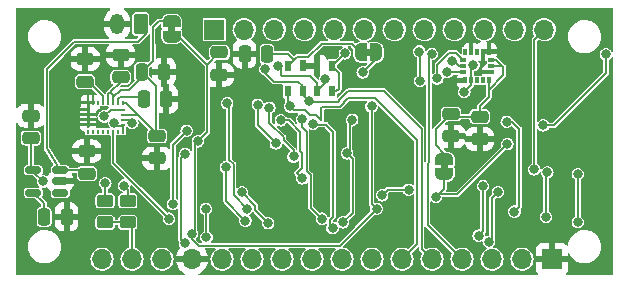
<source format=gbr>
%TF.GenerationSoftware,KiCad,Pcbnew,6.0.5*%
%TF.CreationDate,2022-05-19T12:05:36-04:00*%
%TF.ProjectId,Blackbox,426c6163-6b62-46f7-982e-6b696361645f,rev?*%
%TF.SameCoordinates,Original*%
%TF.FileFunction,Copper,L2,Bot*%
%TF.FilePolarity,Positive*%
%FSLAX46Y46*%
G04 Gerber Fmt 4.6, Leading zero omitted, Abs format (unit mm)*
G04 Created by KiCad (PCBNEW 6.0.5) date 2022-05-19 12:05:36*
%MOMM*%
%LPD*%
G01*
G04 APERTURE LIST*
G04 Aperture macros list*
%AMRoundRect*
0 Rectangle with rounded corners*
0 $1 Rounding radius*
0 $2 $3 $4 $5 $6 $7 $8 $9 X,Y pos of 4 corners*
0 Add a 4 corners polygon primitive as box body*
4,1,4,$2,$3,$4,$5,$6,$7,$8,$9,$2,$3,0*
0 Add four circle primitives for the rounded corners*
1,1,$1+$1,$2,$3*
1,1,$1+$1,$4,$5*
1,1,$1+$1,$6,$7*
1,1,$1+$1,$8,$9*
0 Add four rect primitives between the rounded corners*
20,1,$1+$1,$2,$3,$4,$5,0*
20,1,$1+$1,$4,$5,$6,$7,0*
20,1,$1+$1,$6,$7,$8,$9,0*
20,1,$1+$1,$8,$9,$2,$3,0*%
%AMFreePoly0*
4,1,22,0.500000,-0.750000,0.000000,-0.750000,0.000000,-0.745033,-0.079941,-0.743568,-0.215256,-0.701293,-0.333266,-0.622738,-0.424486,-0.514219,-0.481581,-0.384460,-0.499164,-0.250000,-0.500000,-0.250000,-0.500000,0.250000,-0.499164,0.250000,-0.499963,0.256109,-0.478152,0.396186,-0.417904,0.524511,-0.324060,0.630769,-0.204165,0.706417,-0.067858,0.745374,0.000000,0.744959,0.000000,0.750000,
0.500000,0.750000,0.500000,-0.750000,0.500000,-0.750000,$1*%
%AMFreePoly1*
4,1,20,0.000000,0.744959,0.073905,0.744508,0.209726,0.703889,0.328688,0.626782,0.421226,0.519385,0.479903,0.390333,0.500000,0.250000,0.500000,-0.250000,0.499851,-0.262216,0.476331,-0.402017,0.414519,-0.529596,0.319384,-0.634700,0.198574,-0.708877,0.061801,-0.746166,0.000000,-0.745033,0.000000,-0.750000,-0.500000,-0.750000,-0.500000,0.750000,0.000000,0.750000,0.000000,0.744959,
0.000000,0.744959,$1*%
G04 Aperture macros list end*
%TA.AperFunction,ComponentPad*%
%ADD10R,1.700000X1.700000*%
%TD*%
%TA.AperFunction,ComponentPad*%
%ADD11O,1.700000X1.700000*%
%TD*%
%TA.AperFunction,ComponentPad*%
%ADD12RoundRect,0.250000X0.350000X0.625000X-0.350000X0.625000X-0.350000X-0.625000X0.350000X-0.625000X0*%
%TD*%
%TA.AperFunction,ComponentPad*%
%ADD13O,1.200000X1.750000*%
%TD*%
%TA.AperFunction,SMDPad,CuDef*%
%ADD14RoundRect,0.250000X0.475000X-0.250000X0.475000X0.250000X-0.475000X0.250000X-0.475000X-0.250000X0*%
%TD*%
%TA.AperFunction,SMDPad,CuDef*%
%ADD15RoundRect,0.250000X-0.475000X0.250000X-0.475000X-0.250000X0.475000X-0.250000X0.475000X0.250000X0*%
%TD*%
%TA.AperFunction,SMDPad,CuDef*%
%ADD16RoundRect,0.250000X-0.250000X-0.475000X0.250000X-0.475000X0.250000X0.475000X-0.250000X0.475000X0*%
%TD*%
%TA.AperFunction,SMDPad,CuDef*%
%ADD17RoundRect,0.250000X0.250000X0.475000X-0.250000X0.475000X-0.250000X-0.475000X0.250000X-0.475000X0*%
%TD*%
%TA.AperFunction,SMDPad,CuDef*%
%ADD18RoundRect,0.250000X0.450000X-0.262500X0.450000X0.262500X-0.450000X0.262500X-0.450000X-0.262500X0*%
%TD*%
%TA.AperFunction,SMDPad,CuDef*%
%ADD19FreePoly0,90.000000*%
%TD*%
%TA.AperFunction,SMDPad,CuDef*%
%ADD20FreePoly1,90.000000*%
%TD*%
%TA.AperFunction,SMDPad,CuDef*%
%ADD21FreePoly0,180.000000*%
%TD*%
%TA.AperFunction,SMDPad,CuDef*%
%ADD22FreePoly1,180.000000*%
%TD*%
%TA.AperFunction,SMDPad,CuDef*%
%ADD23RoundRect,0.087500X0.087500X-0.187500X0.087500X0.187500X-0.087500X0.187500X-0.087500X-0.187500X0*%
%TD*%
%TA.AperFunction,SMDPad,CuDef*%
%ADD24RoundRect,0.087500X0.187500X-0.087500X0.187500X0.087500X-0.187500X0.087500X-0.187500X-0.087500X0*%
%TD*%
%TA.AperFunction,SMDPad,CuDef*%
%ADD25RoundRect,0.150000X0.512500X0.150000X-0.512500X0.150000X-0.512500X-0.150000X0.512500X-0.150000X0*%
%TD*%
%TA.AperFunction,SMDPad,CuDef*%
%ADD26R,0.550000X0.950000*%
%TD*%
%TA.AperFunction,SMDPad,CuDef*%
%ADD27R,0.230000X0.350000*%
%TD*%
%TA.AperFunction,SMDPad,CuDef*%
%ADD28R,0.350000X0.230000*%
%TD*%
%TA.AperFunction,ViaPad*%
%ADD29C,0.800000*%
%TD*%
%TA.AperFunction,Conductor*%
%ADD30C,0.200000*%
%TD*%
G04 APERTURE END LIST*
%TO.C,JP3*%
G36*
X154025000Y-97200000D02*
G01*
X153425000Y-97200000D01*
X153425000Y-96700000D01*
X154025000Y-96700000D01*
X154025000Y-97200000D01*
G37*
%TO.C,JP1*%
G36*
X170650000Y-99225000D02*
G01*
X170150000Y-99225000D01*
X170150000Y-98625000D01*
X170650000Y-98625000D01*
X170650000Y-99225000D01*
G37*
%TO.C,JP2*%
G36*
X177100000Y-108850000D02*
G01*
X176500000Y-108850000D01*
X176500000Y-108350000D01*
X177100000Y-108350000D01*
X177100000Y-108850000D01*
G37*
%TD*%
D10*
%TO.P,J2,1,Pin_1*%
%TO.N,unconnected-(J2-Pad1)*%
X157322600Y-97002600D03*
D11*
%TO.P,J2,2,Pin_2*%
%TO.N,/EN*%
X159862600Y-97002600D03*
%TO.P,J2,3,Pin_3*%
%TO.N,unconnected-(J2-Pad3)*%
X162402600Y-97002600D03*
%TO.P,J2,4,Pin_4*%
%TO.N,/D13*%
X164942600Y-97002600D03*
%TO.P,J2,5,Pin_5*%
%TO.N,/D12*%
X167482600Y-97002600D03*
%TO.P,J2,6,Pin_6*%
%TO.N,/D11*%
X170022600Y-97002600D03*
%TO.P,J2,7,Pin_7*%
%TO.N,/D10*%
X172562600Y-97002600D03*
%TO.P,J2,8,Pin_8*%
%TO.N,/D9*%
X175102600Y-97002600D03*
%TO.P,J2,9,Pin_9*%
%TO.N,/D6*%
X177642600Y-97002600D03*
%TO.P,J2,10,Pin_10*%
%TO.N,/D5*%
X180182600Y-97002600D03*
%TO.P,J2,11,Pin_11*%
%TO.N,/I2C0_SCL*%
X182722600Y-97002600D03*
%TO.P,J2,12,Pin_12*%
%TO.N,/I2C1_SDA*%
X185262600Y-97002600D03*
%TD*%
D12*
%TO.P,BT1,1,+*%
%TO.N,VBAT*%
X151120000Y-96510000D03*
D13*
%TO.P,BT1,2,-*%
%TO.N,GND*%
X149120000Y-96510000D03*
%TD*%
D10*
%TO.P,J1,1,Pin_1*%
%TO.N,GND*%
X185925000Y-116425000D03*
D11*
%TO.P,J1,2,Pin_2*%
%TO.N,/D1*%
X183385000Y-116425000D03*
%TO.P,J1,3,Pin_3*%
%TO.N,/D0*%
X180845000Y-116425000D03*
%TO.P,J1,4,Pin_4*%
%TO.N,/SNS_SPI_MISO*%
X178305000Y-116425000D03*
%TO.P,J1,5,Pin_5*%
%TO.N,/SNS_SPI_MOSI*%
X175765000Y-116425000D03*
%TO.P,J1,6,Pin_6*%
%TO.N,/SNS_SPI_SCK*%
X173225000Y-116425000D03*
%TO.P,J1,7,Pin_7*%
%TO.N,/A5*%
X170685000Y-116425000D03*
%TO.P,J1,8,Pin_8*%
%TO.N,/A4*%
X168145000Y-116425000D03*
%TO.P,J1,9,Pin_9*%
%TO.N,/A3*%
X165605000Y-116425000D03*
%TO.P,J1,10,Pin_10*%
%TO.N,/A2*%
X163065000Y-116425000D03*
%TO.P,J1,11,Pin_11*%
%TO.N,/A1*%
X160525000Y-116425000D03*
%TO.P,J1,12,Pin_12*%
%TO.N,/A0*%
X157985000Y-116425000D03*
%TO.P,J1,13,Pin_13*%
%TO.N,GND*%
X155445000Y-116425000D03*
%TO.P,J1,14,Pin_14*%
%TO.N,unconnected-(J1-Pad14)*%
X152905000Y-116425000D03*
%TO.P,J1,15,Pin_15*%
%TO.N,+3V3*%
X150365000Y-116425000D03*
%TO.P,J1,16,Pin_16*%
%TO.N,/~{RESET}*%
X147825000Y-116425000D03*
%TD*%
D14*
%TO.P,C122,1*%
%TO.N,GND*%
X157770000Y-100830000D03*
%TO.P,C122,2*%
%TO.N,+3V3*%
X157770000Y-98930000D03*
%TD*%
%TO.P,C124,1*%
%TO.N,+3V3*%
X141800000Y-106175000D03*
%TO.P,C124,2*%
%TO.N,GND*%
X141800000Y-104275000D03*
%TD*%
%TO.P,C107,1*%
%TO.N,Net-(C107-Pad1)*%
X146400000Y-101400000D03*
%TO.P,C107,2*%
%TO.N,GND*%
X146400000Y-99500000D03*
%TD*%
%TO.P,C106,1*%
%TO.N,Net-(C104-Pad1)*%
X149400000Y-101025000D03*
%TO.P,C106,2*%
%TO.N,GND*%
X149400000Y-99125000D03*
%TD*%
D15*
%TO.P,C103,1*%
%TO.N,Net-(C102-Pad1)*%
X179800000Y-104350000D03*
%TO.P,C103,2*%
%TO.N,GND*%
X179800000Y-106250000D03*
%TD*%
D16*
%TO.P,C105,1*%
%TO.N,Net-(C104-Pad1)*%
X151196000Y-100584000D03*
%TO.P,C105,2*%
%TO.N,GND*%
X153096000Y-100584000D03*
%TD*%
D17*
%TO.P,C125,1*%
%TO.N,GND*%
X144825000Y-112850000D03*
%TO.P,C125,2*%
%TO.N,Net-(C125-Pad2)*%
X142925000Y-112850000D03*
%TD*%
D18*
%TO.P,R101,1*%
%TO.N,+3V3*%
X148100000Y-113312500D03*
%TO.P,R101,2*%
%TO.N,Net-(J3-Pad8)*%
X148100000Y-111487500D03*
%TD*%
D15*
%TO.P,C104,1*%
%TO.N,Net-(C104-Pad1)*%
X152475000Y-106000000D03*
%TO.P,C104,2*%
%TO.N,GND*%
X152475000Y-107900000D03*
%TD*%
D19*
%TO.P,JP3,1,1*%
%TO.N,+3V3*%
X153725000Y-97600000D03*
D20*
%TO.P,JP3,2,2*%
%TO.N,Net-(C104-Pad1)*%
X153725000Y-96300000D03*
%TD*%
D21*
%TO.P,JP1,1,1*%
%TO.N,+3V3*%
X171050000Y-98925000D03*
D22*
%TO.P,JP1,2,2*%
%TO.N,Net-(C101-Pad2)*%
X169750000Y-98925000D03*
%TD*%
D19*
%TO.P,JP2,1,1*%
%TO.N,+3V3*%
X176800000Y-109250000D03*
D20*
%TO.P,JP2,2,2*%
%TO.N,Net-(C102-Pad1)*%
X176800000Y-107950000D03*
%TD*%
D23*
%TO.P,U1,1,VDDIO*%
%TO.N,Net-(C102-Pad1)*%
X180578000Y-101301000D03*
%TO.P,U1,2*%
%TO.N,N/C*%
X180078000Y-101301000D03*
%TO.P,U1,3*%
X179578000Y-101301000D03*
%TO.P,U1,4,SCL/SCK*%
%TO.N,/SNS_SPI_SCK*%
X179078000Y-101301000D03*
%TO.P,U1,5,GND*%
%TO.N,GND*%
X178578000Y-101301000D03*
D24*
%TO.P,U1,6,SDA/SDI*%
%TO.N,/SNS_SPI_MOSI*%
X178353000Y-100576000D03*
%TO.P,U1,7,SA0/SDO*%
%TO.N,/SNS_SPI_MISO*%
X178353000Y-100076000D03*
%TO.P,U1,8,CS*%
%TO.N,/H3LIS331DL_CS*%
X178353000Y-99576000D03*
D23*
%TO.P,U1,9,INT2*%
%TO.N,unconnected-(U1-Pad9)*%
X178578000Y-98851000D03*
%TO.P,U1,10,GND*%
%TO.N,GND*%
X179078000Y-98851000D03*
%TO.P,U1,11,INT1*%
%TO.N,/H3LIS331DL_INT1*%
X179578000Y-98851000D03*
%TO.P,U1,12,GND*%
%TO.N,GND*%
X180078000Y-98851000D03*
%TO.P,U1,13,GND*%
X180578000Y-98851000D03*
D24*
%TO.P,U1,14,VDD*%
%TO.N,Net-(C102-Pad1)*%
X180803000Y-99576000D03*
%TO.P,U1,15,VDD*%
X180803000Y-100076000D03*
%TO.P,U1,16,GND*%
%TO.N,GND*%
X180803000Y-100576000D03*
%TD*%
D14*
%TO.P,C123,1*%
%TO.N,VBAT*%
X146550000Y-109200000D03*
%TO.P,C123,2*%
%TO.N,GND*%
X146550000Y-107300000D03*
%TD*%
D16*
%TO.P,C101,1*%
%TO.N,GND*%
X159898000Y-99060000D03*
%TO.P,C101,2*%
%TO.N,Net-(C101-Pad2)*%
X161798000Y-99060000D03*
%TD*%
D15*
%TO.P,C102,1*%
%TO.N,Net-(C102-Pad1)*%
X177370000Y-104140000D03*
%TO.P,C102,2*%
%TO.N,GND*%
X177370000Y-106040000D03*
%TD*%
D25*
%TO.P,U5,1,VIN*%
%TO.N,VBAT*%
X144287500Y-108900000D03*
%TO.P,U5,2,GND*%
%TO.N,GND*%
X144287500Y-109850000D03*
%TO.P,U5,3,INH*%
%TO.N,unconnected-(U5-Pad3)*%
X144287500Y-110800000D03*
%TO.P,U5,4,BYP*%
%TO.N,Net-(C125-Pad2)*%
X142012500Y-110800000D03*
%TO.P,U5,5,VOUT*%
%TO.N,+3V3*%
X142012500Y-108900000D03*
%TD*%
D26*
%TO.P,U4,1,VDD*%
%TO.N,Net-(C101-Pad2)*%
X163571000Y-100076500D03*
%TO.P,U4,2,PS*%
%TO.N,GND*%
X164821000Y-100076500D03*
%TO.P,U4,3,GND*%
X166071000Y-100076500D03*
%TO.P,U4,4,CSB*%
%TO.N,/MS5611_CS*%
X167321000Y-100076500D03*
%TO.P,U4,5,CSB*%
X167321000Y-102226500D03*
%TO.P,U4,6,SDO*%
%TO.N,/SNS_SPI_MISO*%
X166071000Y-102226500D03*
%TO.P,U4,7,SDI/SDA*%
%TO.N,/SNS_SPI_MOSI*%
X164821000Y-102226500D03*
%TO.P,U4,8,SCLK*%
%TO.N,/SNS_SPI_SCK*%
X163571000Y-102226500D03*
%TD*%
D27*
%TO.P,U2,1,VDDIO*%
%TO.N,Net-(C104-Pad1)*%
X149647500Y-103182500D03*
D28*
%TO.P,U2,2,SCL/SPC*%
%TO.N,/SNS_SPI_SCK*%
X149617500Y-103762500D03*
%TO.P,U2,3,VDDIO*%
%TO.N,Net-(C104-Pad1)*%
X149617500Y-104192500D03*
%TO.P,U2,4,SDA/SDI/SDO*%
%TO.N,/SNS_SPI_MOSI*%
X149617500Y-104622500D03*
%TO.P,U2,5,SDO_A/G*%
%TO.N,/SNS_SPI_MISO*%
X149617500Y-105052500D03*
D27*
%TO.P,U2,6,SDO_M*%
X149647500Y-105632500D03*
%TO.P,U2,7,CS_A/G*%
%TO.N,/LSM9_CS_AG*%
X149217500Y-105632500D03*
%TO.P,U2,8,CS_M*%
%TO.N,/LSM9_CS_M*%
X148787500Y-105632500D03*
%TO.P,U2,9,DRDY_M*%
%TO.N,/LSM9_DRDY_M*%
X148357500Y-105632500D03*
%TO.P,U2,10,INT_M*%
%TO.N,/LSM9_INT_M*%
X147927500Y-105632500D03*
%TO.P,U2,11,INT1_A/G*%
%TO.N,/LSM9_INT1_AG*%
X147497500Y-105632500D03*
%TO.P,U2,12,INT2_A/G*%
%TO.N,/LSM9_INT2_AG*%
X147067500Y-105632500D03*
%TO.P,U2,13,DEN_A/G*%
%TO.N,unconnected-(U2-Pad13)*%
X146637500Y-105632500D03*
D28*
%TO.P,U2,14,RES*%
%TO.N,GND*%
X146667500Y-105052500D03*
%TO.P,U2,15,RES*%
X146667500Y-104622500D03*
%TO.P,U2,16,RES*%
X146667500Y-104192500D03*
%TO.P,U2,17,RES*%
X146667500Y-103762500D03*
D27*
%TO.P,U2,18,RES*%
X146637500Y-103182500D03*
%TO.P,U2,19,GND*%
X147067500Y-103182500D03*
%TO.P,U2,20,GND*%
%TO.N,unconnected-(U2-Pad20)*%
X147497500Y-103182500D03*
%TO.P,U2,21,CAP*%
%TO.N,Net-(C107-Pad1)*%
X147927500Y-103182500D03*
%TO.P,U2,22,VDD*%
%TO.N,Net-(C104-Pad1)*%
X148357500Y-103182500D03*
%TO.P,U2,23,VDD*%
X148787500Y-103182500D03*
%TO.P,U2,24,C1*%
%TO.N,Net-(C108-Pad1)*%
X149217500Y-103182500D03*
%TD*%
D16*
%TO.P,C108,1*%
%TO.N,Net-(C108-Pad1)*%
X151384000Y-102870000D03*
%TO.P,C108,2*%
%TO.N,GND*%
X153284000Y-102870000D03*
%TD*%
D18*
%TO.P,R102,1*%
%TO.N,+3V3*%
X150000000Y-113312500D03*
%TO.P,R102,2*%
%TO.N,Net-(J3-Pad1)*%
X150000000Y-111487500D03*
%TD*%
D29*
%TO.N,GND*%
X163910943Y-106086588D03*
X166950000Y-99000000D03*
X158450000Y-102225000D03*
X165700000Y-114000000D03*
X173725000Y-112050000D03*
X172725000Y-100075000D03*
X179625000Y-102475000D03*
X162325000Y-107650000D03*
X151500000Y-98500000D03*
X154400000Y-99200000D03*
X165862000Y-107188000D03*
X179525000Y-108225000D03*
%TO.N,/I2C1_SDA*%
X184425000Y-108824500D03*
%TO.N,Net-(J3-Pad8)*%
X148100000Y-110000000D03*
%TO.N,Net-(J3-Pad1)*%
X149700000Y-110200000D03*
%TO.N,/SPI_SDCARD_CS*%
X159970324Y-113168559D03*
X158325379Y-108633544D03*
%TO.N,/SPI_SDCARD_MOSI*%
X154875000Y-107525000D03*
X180594000Y-114975503D03*
X181356000Y-110744000D03*
X154851988Y-115102355D03*
%TO.N,/SPI_SDCARD_SCK*%
X180086000Y-110236000D03*
X155000000Y-105550000D03*
X156673909Y-114575989D03*
X153825500Y-111760000D03*
X156625000Y-112175000D03*
X179720125Y-114442125D03*
%TO.N,/SPI_SDCARD_MISO*%
X158425000Y-103225000D03*
X160110005Y-112178864D03*
%TO.N,/SNS_SPI_SCK*%
X163775000Y-103500000D03*
X147998196Y-104343711D03*
X179275000Y-100000000D03*
X178500000Y-102275000D03*
%TO.N,/SNS_SPI_MOSI*%
X165317565Y-103062751D03*
X177055023Y-100584000D03*
X161636960Y-100330000D03*
X150390271Y-104892000D03*
%TO.N,/SNS_SPI_MISO*%
X148855234Y-104857998D03*
X175768000Y-99060000D03*
X162696498Y-100076000D03*
X166750000Y-101151998D03*
X177478668Y-99678723D03*
%TO.N,/H3LIS331DL_CS*%
X176217800Y-101129952D03*
%TO.N,/LSM9_CS_M*%
X153500000Y-113000000D03*
X171540500Y-111015378D03*
X173800000Y-110550500D03*
%TO.N,/MS5611_CS*%
X174700000Y-98851611D03*
X168402000Y-99000000D03*
X174752000Y-101346000D03*
%TO.N,Net-(R2-Pad2)*%
X161896706Y-113377418D03*
X159681583Y-110761198D03*
%TO.N,Net-(U3-Pad53)*%
X162974500Y-104673522D03*
X164800500Y-109581299D03*
%TO.N,Net-(U3-Pad52)*%
X164048650Y-107733925D03*
X161993011Y-103598917D03*
%TO.N,Net-(U3-Pad51)*%
X161025000Y-103350000D03*
X162549994Y-106625511D03*
%TO.N,+3V3*%
X176100500Y-111150000D03*
X182150000Y-106684671D03*
X142850000Y-109850000D03*
X169900000Y-100600000D03*
X171074935Y-112178857D03*
X155950000Y-106450000D03*
X155448000Y-114300000D03*
X170650000Y-103500500D03*
%TO.N,+1V1*%
X168230024Y-113307918D03*
X182750000Y-112400000D03*
X182100000Y-104800000D03*
X169000000Y-104634980D03*
X168584469Y-107459469D03*
%TO.N,Net-(C120-Pad1)*%
X190500000Y-99100000D03*
X185200000Y-105100000D03*
%TO.N,/USB_D-*%
X164771439Y-104573200D03*
X188125498Y-113284000D03*
X166455149Y-113011501D03*
X188125498Y-109220000D03*
%TO.N,/USB_D+*%
X185525000Y-109075000D03*
X165697593Y-104949020D03*
X167347408Y-113776949D03*
X185420000Y-112838500D03*
%TD*%
D30*
%TO.N,GND*%
X165862000Y-107188000D02*
X166878000Y-106172000D01*
%TO.N,Net-(C101-Pad2)*%
X163571000Y-100076500D02*
X164081750Y-99565750D01*
X163576000Y-99060000D02*
X164081750Y-99565750D01*
X166414259Y-98175000D02*
X169000000Y-98175000D01*
X165289748Y-99299511D02*
X166414259Y-98175000D01*
X164685721Y-99274980D02*
X164710252Y-99299511D01*
X164372520Y-99274980D02*
X164685721Y-99274980D01*
X169000000Y-98175000D02*
X169750000Y-98925000D01*
X164710252Y-99299511D02*
X165289748Y-99299511D01*
X161798000Y-99060000D02*
X163576000Y-99060000D01*
X164081750Y-99565750D02*
X164372520Y-99274980D01*
%TO.N,Net-(C102-Pad1)*%
X179800000Y-104350000D02*
X179800000Y-103500000D01*
X176800000Y-107500000D02*
X176100000Y-106800000D01*
X181800000Y-100875000D02*
X181800000Y-100150000D01*
X181726000Y-100076000D02*
X181226000Y-99576000D01*
X177580000Y-104350000D02*
X179800000Y-104350000D01*
X181226000Y-99576000D02*
X180803000Y-99576000D01*
X177370000Y-104140000D02*
X177580000Y-104350000D01*
X180578000Y-102097000D02*
X181800000Y-100875000D01*
X180578000Y-102097000D02*
X180578000Y-101301000D01*
X181800000Y-100150000D02*
X181726000Y-100076000D01*
X179800000Y-103500000D02*
X180578000Y-102722000D01*
X181726000Y-100076000D02*
X180803000Y-100076000D01*
X176800000Y-107950000D02*
X176800000Y-107500000D01*
X180578000Y-102722000D02*
X180578000Y-102097000D01*
X176100000Y-105400000D02*
X177360000Y-104140000D01*
X176100000Y-106800000D02*
X176100000Y-105400000D01*
%TO.N,Net-(C104-Pad1)*%
X151196000Y-100584000D02*
X151196000Y-101026000D01*
X148357500Y-103192500D02*
X148357500Y-102432500D01*
X152625000Y-96300000D02*
X152125000Y-96800000D01*
X148787500Y-102733478D02*
X148787500Y-103182500D01*
X152129511Y-99650489D02*
X151196000Y-100584000D01*
X152125000Y-96800000D02*
X152125000Y-98234736D01*
X148357500Y-102432500D02*
X148515000Y-102275000D01*
X148515000Y-102275000D02*
X149400000Y-101390000D01*
X152475000Y-105797138D02*
X152475000Y-106000000D01*
X152125000Y-98234736D02*
X152129511Y-98239247D01*
X148787500Y-102547500D02*
X148787500Y-102733478D01*
X151196000Y-101026000D02*
X150114000Y-102108000D01*
X152475000Y-106000000D02*
X152410000Y-105935000D01*
X152410000Y-105935000D02*
X152410000Y-101798000D01*
X149412978Y-102108000D02*
X148787500Y-102733478D01*
X150878931Y-104201069D02*
X152475000Y-105797138D01*
X152129511Y-98239247D02*
X152129511Y-99650489D01*
X149870362Y-103192500D02*
X150878931Y-104201069D01*
X150870362Y-104192500D02*
X150878931Y-104201069D01*
X149647500Y-103192500D02*
X149870362Y-103192500D01*
X148515000Y-102275000D02*
X148787500Y-102547500D01*
X152410000Y-101798000D02*
X151196000Y-100584000D01*
X149400000Y-101390000D02*
X149400000Y-101025000D01*
X153725000Y-96300000D02*
X152625000Y-96300000D01*
X149617500Y-104192500D02*
X150870362Y-104192500D01*
X150114000Y-102108000D02*
X149412978Y-102108000D01*
%TO.N,Net-(C107-Pad1)*%
X146700000Y-101400000D02*
X146400000Y-101400000D01*
X147927500Y-103192500D02*
X147912011Y-103177011D01*
X147912011Y-103177011D02*
X147912011Y-102612011D01*
X147912011Y-102612011D02*
X146700000Y-101400000D01*
%TO.N,Net-(C108-Pad1)*%
X151384000Y-102870000D02*
X151221989Y-102707989D01*
X149217500Y-102885489D02*
X149217500Y-103182500D01*
X151221989Y-102707989D02*
X149395000Y-102707989D01*
X149395000Y-102707989D02*
X149217500Y-102885489D01*
%TO.N,VBAT*%
X144287500Y-108900000D02*
X146250000Y-108900000D01*
X145500000Y-98000000D02*
X143150000Y-100350000D01*
X146250000Y-108900000D02*
X146550000Y-109200000D01*
X150850000Y-98000000D02*
X145500000Y-98000000D01*
X151600000Y-97250000D02*
X150850000Y-98000000D01*
X143150000Y-107050000D02*
X144287500Y-108900000D01*
X143150000Y-100350000D02*
X143150000Y-107050000D01*
%TO.N,/I2C1_SDA*%
X184425000Y-108824500D02*
X184425000Y-97840200D01*
X184425000Y-97840200D02*
X185262600Y-97002600D01*
%TO.N,Net-(J3-Pad8)*%
X148100000Y-110000000D02*
X148100000Y-111487500D01*
%TO.N,Net-(J3-Pad1)*%
X150000000Y-111487500D02*
X150000000Y-110500000D01*
X150000000Y-110500000D02*
X149700000Y-110200000D01*
%TO.N,/SPI_SDCARD_CS*%
X158325379Y-111523614D02*
X159970324Y-113168559D01*
X158325379Y-108633544D02*
X158325379Y-111523614D01*
%TO.N,/SPI_SDCARD_MOSI*%
X181356000Y-110744000D02*
X180848000Y-111252000D01*
X154525000Y-114775367D02*
X154525000Y-107875000D01*
X180848000Y-114721503D02*
X180594000Y-114975503D01*
X154851988Y-115102355D02*
X154525000Y-114775367D01*
X180848000Y-111252000D02*
X180848000Y-114721503D01*
X154525000Y-107875000D02*
X154875000Y-107525000D01*
%TO.N,/SPI_SDCARD_SCK*%
X153825500Y-106724500D02*
X153825500Y-111760000D01*
X180086000Y-114076250D02*
X180086000Y-110236000D01*
X156673909Y-112223909D02*
X156625000Y-112175000D01*
X179720125Y-114442125D02*
X180086000Y-114076250D01*
X156673909Y-114575989D02*
X156673909Y-112223909D01*
X155000000Y-105550000D02*
X153825500Y-106724500D01*
%TO.N,/SPI_SDCARD_MISO*%
X158600000Y-103400000D02*
X158425000Y-103225000D01*
X158600000Y-108017917D02*
X158600000Y-103400000D01*
X158963423Y-108381340D02*
X158600000Y-108017917D01*
X158963423Y-111032282D02*
X158963423Y-108381340D01*
X160110005Y-112178864D02*
X158963423Y-111032282D01*
%TO.N,/SNS_SPI_SCK*%
X163775000Y-103500000D02*
X164081334Y-103806334D01*
X174499511Y-115150489D02*
X173225000Y-116425000D01*
X168295031Y-103154969D02*
X168649011Y-102800989D01*
X163775000Y-103500000D02*
X163571000Y-103296000D01*
X174499511Y-106360752D02*
X174499511Y-115150489D01*
X164996093Y-103806334D02*
X165439268Y-104249509D01*
X168649011Y-102800989D02*
X170939748Y-102800989D01*
X165987341Y-104249509D02*
X166385832Y-104648000D01*
X178500000Y-102275000D02*
X179078000Y-101697000D01*
X168295031Y-103166497D02*
X168295031Y-103154969D01*
X164081334Y-103806334D02*
X164996093Y-103806334D01*
X166478480Y-103523520D02*
X167938009Y-103523519D01*
X167938009Y-103523519D02*
X168295031Y-103166497D01*
X165439268Y-104249509D02*
X165987341Y-104249509D01*
X163571000Y-103296000D02*
X163571000Y-102226500D01*
X179078000Y-100197000D02*
X179078000Y-101301000D01*
X149617500Y-103762500D02*
X148579407Y-103762500D01*
X170939748Y-102800989D02*
X174499511Y-106360752D01*
X166385832Y-103616168D02*
X166478480Y-103523520D01*
X148579407Y-103762500D02*
X147998196Y-104343711D01*
X166385832Y-104648000D02*
X166385832Y-103616168D01*
X179078000Y-101697000D02*
X179078000Y-101301000D01*
X179275000Y-100000000D02*
X179078000Y-100197000D01*
%TO.N,/SNS_SPI_MOSI*%
X150092011Y-104637989D02*
X150076522Y-104622500D01*
X164821000Y-102566186D02*
X164821000Y-102226500D01*
X162351500Y-101391500D02*
X164444000Y-101391500D01*
X177055023Y-100584000D02*
X177063023Y-100576000D01*
X165378814Y-103124000D02*
X167772522Y-103124000D01*
X164444000Y-101391500D02*
X164821000Y-101768500D01*
X174899031Y-115559031D02*
X175765000Y-116425000D01*
X162351500Y-101391500D02*
X161636960Y-100676960D01*
X168684994Y-102200000D02*
X171700000Y-102200000D01*
X174899031Y-105399031D02*
X174899031Y-115559031D01*
X167895511Y-103001011D02*
X167895512Y-102989482D01*
X165317565Y-103062751D02*
X165378814Y-103124000D01*
X161636960Y-100676960D02*
X161636960Y-100330000D01*
X165317565Y-103062751D02*
X164821000Y-102566186D01*
X150076522Y-104622500D02*
X149617500Y-104622500D01*
X171700000Y-102200000D02*
X174899031Y-105399031D01*
X150136260Y-104637989D02*
X150092011Y-104637989D01*
X177063023Y-100576000D02*
X178353000Y-100576000D01*
X164821000Y-101768500D02*
X164821000Y-102226500D01*
X167895512Y-102989482D02*
X168684994Y-102200000D01*
X167772522Y-103124000D02*
X167895511Y-103001011D01*
X150390271Y-104892000D02*
X150136260Y-104637989D01*
%TO.N,/SNS_SPI_MISO*%
X162996489Y-100375991D02*
X162996489Y-100851011D01*
X178030672Y-100076000D02*
X178353000Y-100076000D01*
X162996489Y-100851011D02*
X163028978Y-100883500D01*
X175400989Y-113520989D02*
X175400989Y-108350989D01*
X166750000Y-101151998D02*
X166750000Y-101547500D01*
X175400989Y-108350989D02*
X175514000Y-108237978D01*
X163028978Y-100883500D02*
X165460000Y-100883500D01*
X177633395Y-99678723D02*
X178030672Y-100076000D01*
X177478668Y-99678723D02*
X177633395Y-99678723D01*
X149647500Y-105082500D02*
X149647500Y-105632500D01*
X149155225Y-105157989D02*
X149632011Y-105157989D01*
X149647500Y-105173478D02*
X149647500Y-105632500D01*
X175514000Y-108237978D02*
X175514000Y-99314000D01*
X166750000Y-101547500D02*
X166071000Y-102226500D01*
X149617500Y-105052500D02*
X149647500Y-105082500D01*
X149632011Y-105157989D02*
X149647500Y-105173478D01*
X175514000Y-99314000D02*
X175768000Y-99060000D01*
X178305000Y-116425000D02*
X175400989Y-113520989D01*
X166071000Y-101494500D02*
X166071000Y-102226500D01*
X162696498Y-100076000D02*
X162996489Y-100375991D01*
X148855234Y-104857998D02*
X149155225Y-105157989D01*
X165460000Y-100883500D02*
X166071000Y-101494500D01*
%TO.N,/H3LIS331DL_CS*%
X176217800Y-99950332D02*
X177188920Y-98979212D01*
X178353000Y-99563796D02*
X178353000Y-99576000D01*
X177768416Y-98979212D02*
X178353000Y-99563796D01*
X176217800Y-101129952D02*
X176217800Y-99950332D01*
X177188920Y-98979212D02*
X177768416Y-98979212D01*
%TO.N,/LSM9_CS_M*%
X171540500Y-111015378D02*
X172005378Y-110550500D01*
X148787500Y-108287500D02*
X148787500Y-105632500D01*
X172005378Y-110550500D02*
X173800000Y-110550500D01*
X153500000Y-113000000D02*
X148787500Y-108287500D01*
%TO.N,/MS5611_CS*%
X174752000Y-98903611D02*
X174752000Y-101346000D01*
X167900000Y-102000000D02*
X167900000Y-100655500D01*
X167900000Y-100655500D02*
X167321000Y-100076500D01*
X167673500Y-102226500D02*
X167900000Y-102000000D01*
X168397500Y-99000000D02*
X167321000Y-100076500D01*
X167321000Y-102226500D02*
X167673500Y-102226500D01*
X174700000Y-98851611D02*
X174752000Y-98903611D01*
X168402000Y-99000000D02*
X168397500Y-99000000D01*
%TO.N,Net-(R2-Pad2)*%
X161896706Y-113377418D02*
X160809511Y-112290223D01*
X160809511Y-112290223D02*
X160809511Y-111889126D01*
X160809511Y-111889126D02*
X159681583Y-110761198D01*
%TO.N,Net-(U3-Pad53)*%
X164748161Y-108708638D02*
X164338000Y-109118799D01*
X164748161Y-107444177D02*
X164748161Y-108708638D01*
X162974500Y-104673522D02*
X163623522Y-104673522D01*
X164610454Y-105660454D02*
X164610454Y-107306470D01*
X163623522Y-104673522D02*
X164610454Y-105660454D01*
X164610454Y-107306470D02*
X164748161Y-107444177D01*
X164338000Y-109118799D02*
X164800500Y-109581299D01*
%TO.N,Net-(U3-Pad52)*%
X163198544Y-106109285D02*
X163198544Y-106363433D01*
X164048650Y-107213539D02*
X164048650Y-107733925D01*
X161993011Y-104903752D02*
X163198544Y-106109285D01*
X161993011Y-103598917D02*
X161993011Y-104903752D01*
X163198544Y-106363433D02*
X164048650Y-107213539D01*
%TO.N,Net-(U3-Pad51)*%
X161025000Y-103350000D02*
X161025000Y-105100517D01*
X161025000Y-105100517D02*
X162549994Y-106625511D01*
%TO.N,+3V3*%
X155448000Y-114723000D02*
X155448000Y-114300000D01*
X176300500Y-110950000D02*
X176100500Y-111150000D01*
X150000000Y-113312500D02*
X148100000Y-113312500D01*
X182150000Y-106710500D02*
X177910500Y-110950000D01*
X177910500Y-110950000D02*
X176300500Y-110950000D01*
X153725000Y-97600000D02*
X154380018Y-97600000D01*
X154380018Y-97600000D02*
X156740009Y-99959991D01*
X182150000Y-106684671D02*
X182150000Y-106710500D01*
X156000489Y-115275489D02*
X155448000Y-114723000D01*
X155675000Y-106725000D02*
X155950000Y-106450000D01*
X171074935Y-112178857D02*
X170650000Y-111753922D01*
X155675000Y-114073000D02*
X155675000Y-106725000D01*
X176800000Y-110450500D02*
X176100500Y-111150000D01*
X167978303Y-115275489D02*
X156000489Y-115275489D01*
X150365000Y-113677500D02*
X150365000Y-116425000D01*
X170650000Y-111753922D02*
X170650000Y-103500500D01*
X169900000Y-100600000D02*
X171050000Y-99450000D01*
X155448000Y-114300000D02*
X155675000Y-114073000D01*
X171050000Y-99450000D02*
X171050000Y-98925000D01*
X141800000Y-108687500D02*
X142012500Y-108900000D01*
X142012500Y-109012500D02*
X142850000Y-109850000D01*
X142012500Y-108900000D02*
X142012500Y-109012500D01*
X176800000Y-109250000D02*
X176800000Y-110450500D01*
X171074935Y-112178857D02*
X167978303Y-115275489D01*
X150000000Y-113312500D02*
X150365000Y-113677500D01*
X156740009Y-99959991D02*
X156740009Y-105659991D01*
X141800000Y-106175000D02*
X141800000Y-108687500D01*
X156740009Y-105659991D02*
X155950000Y-106450000D01*
X157770000Y-98930000D02*
X156740009Y-99959991D01*
%TO.N,+1V1*%
X183150000Y-105400000D02*
X183150000Y-112000000D01*
X183150000Y-112000000D02*
X182750000Y-112400000D01*
X168230024Y-113307918D02*
X169050000Y-112487942D01*
X169050000Y-112487942D02*
X169050000Y-107925000D01*
X182100000Y-104800000D02*
X182550000Y-104800000D01*
X169050000Y-107925000D02*
X168584469Y-107459469D01*
X182550000Y-104800000D02*
X183150000Y-105400000D01*
X168800000Y-104834980D02*
X168800000Y-107243938D01*
X169000000Y-104634980D02*
X168800000Y-104834980D01*
X168800000Y-107243938D02*
X168584469Y-107459469D01*
%TO.N,Net-(C120-Pad1)*%
X190500000Y-100700000D02*
X190500000Y-99100000D01*
X185200000Y-105100000D02*
X186100000Y-105100000D01*
X186100000Y-105100000D02*
X190500000Y-100700000D01*
%TO.N,/USB_D-*%
X165147681Y-105632675D02*
X165147681Y-108939221D01*
X165147681Y-108939221D02*
X165500011Y-109291551D01*
X165500011Y-112056363D02*
X166455149Y-113011501D01*
X165500011Y-109291551D02*
X165500011Y-112056363D01*
X164771439Y-105256433D02*
X165147681Y-105632675D01*
X188125498Y-113284000D02*
X188125498Y-109220000D01*
X164771439Y-104573200D02*
X164771439Y-105256433D01*
%TO.N,/USB_D+*%
X167150489Y-113087681D02*
X167386000Y-112852170D01*
X167386000Y-105642713D02*
X166790807Y-105047520D01*
X166790807Y-105047520D02*
X165796093Y-105047520D01*
X165796093Y-105047520D02*
X165697593Y-104949020D01*
X185425000Y-112833500D02*
X185420000Y-112838500D01*
X167386000Y-112852170D02*
X167386000Y-105642713D01*
X185425000Y-109175000D02*
X185425000Y-112833500D01*
X185525000Y-109075000D02*
X185425000Y-109175000D01*
X167150489Y-113580030D02*
X167150489Y-113087681D01*
X167347408Y-113776949D02*
X167150489Y-113580030D01*
%TO.N,Net-(C125-Pad2)*%
X142925000Y-112850000D02*
X142925000Y-111712500D01*
X142925000Y-111712500D02*
X142012500Y-110800000D01*
%TD*%
%TA.AperFunction,Conductor*%
%TO.N,GND*%
G36*
X148540414Y-95196045D02*
G01*
X148559159Y-95241300D01*
X148540414Y-95286555D01*
X148532188Y-95293500D01*
X148395204Y-95390670D01*
X148390608Y-95394637D01*
X148248623Y-95542957D01*
X148244858Y-95547724D01*
X148133478Y-95720220D01*
X148130688Y-95725602D01*
X148053932Y-95916059D01*
X148052211Y-95921868D01*
X148012713Y-96124127D01*
X148012160Y-96128680D01*
X148012037Y-96131182D01*
X148012000Y-96132723D01*
X148012000Y-96243271D01*
X148015728Y-96252272D01*
X148024729Y-96256000D01*
X150215271Y-96256000D01*
X150224272Y-96252272D01*
X150228000Y-96243271D01*
X150228000Y-96183700D01*
X150227856Y-96180661D01*
X150213248Y-96027558D01*
X150212102Y-96021608D01*
X150154300Y-95824577D01*
X150152047Y-95818944D01*
X150058032Y-95636403D01*
X150054749Y-95631290D01*
X149927913Y-95469820D01*
X149923735Y-95465433D01*
X149768645Y-95330852D01*
X149763711Y-95327333D01*
X149710757Y-95296698D01*
X149680971Y-95257810D01*
X149687407Y-95209252D01*
X149726295Y-95179466D01*
X149742805Y-95177300D01*
X191037100Y-95177300D01*
X191082355Y-95196045D01*
X191101100Y-95241300D01*
X191101100Y-98843170D01*
X191082355Y-98888425D01*
X191037100Y-98907170D01*
X190991845Y-98888425D01*
X190977972Y-98867662D01*
X190964997Y-98836338D01*
X190964997Y-98836337D01*
X190963391Y-98832461D01*
X190886658Y-98732461D01*
X190880910Y-98724970D01*
X190878357Y-98721643D01*
X190767539Y-98636609D01*
X190739440Y-98624970D01*
X190642363Y-98584759D01*
X190642362Y-98584759D01*
X190638488Y-98583154D01*
X190500000Y-98564922D01*
X190361512Y-98583154D01*
X190357638Y-98584759D01*
X190357637Y-98584759D01*
X190260560Y-98624970D01*
X190232461Y-98636609D01*
X190121643Y-98721643D01*
X190119090Y-98724970D01*
X190113342Y-98732461D01*
X190036609Y-98832461D01*
X190035003Y-98836337D01*
X190035003Y-98836338D01*
X190020646Y-98871000D01*
X189983154Y-98961512D01*
X189964922Y-99100000D01*
X189983154Y-99238488D01*
X189984759Y-99242362D01*
X189984759Y-99242363D01*
X190034760Y-99363076D01*
X190036609Y-99367539D01*
X190039162Y-99370866D01*
X190115999Y-99471001D01*
X190121643Y-99478357D01*
X190124970Y-99480910D01*
X190133337Y-99487330D01*
X190232461Y-99563391D01*
X190236333Y-99564995D01*
X190237499Y-99565668D01*
X190267319Y-99604529D01*
X190269500Y-99621094D01*
X190269500Y-100578014D01*
X190250755Y-100623269D01*
X186023268Y-104850755D01*
X185978013Y-104869500D01*
X185721094Y-104869500D01*
X185675839Y-104850755D01*
X185665668Y-104837499D01*
X185664995Y-104836333D01*
X185663391Y-104832461D01*
X185578357Y-104721643D01*
X185570434Y-104715563D01*
X185490261Y-104654044D01*
X185467539Y-104636609D01*
X185448356Y-104628663D01*
X185342363Y-104584759D01*
X185342362Y-104584759D01*
X185338488Y-104583154D01*
X185200000Y-104564922D01*
X185061512Y-104583154D01*
X185057638Y-104584759D01*
X185057637Y-104584759D01*
X184951644Y-104628663D01*
X184932461Y-104636609D01*
X184909739Y-104654044D01*
X184829567Y-104715563D01*
X184821643Y-104721643D01*
X184773898Y-104783866D01*
X184770275Y-104788587D01*
X184727854Y-104813078D01*
X184680539Y-104800401D01*
X184656048Y-104757980D01*
X184655500Y-104749626D01*
X184655500Y-97962186D01*
X184674245Y-97916931D01*
X184716911Y-97874265D01*
X184762166Y-97855520D01*
X184793389Y-97863653D01*
X184853652Y-97897333D01*
X184868159Y-97905441D01*
X184871138Y-97906409D01*
X185048062Y-97963896D01*
X185048065Y-97963897D01*
X185051033Y-97964861D01*
X185241967Y-97987628D01*
X185245087Y-97987388D01*
X185245090Y-97987388D01*
X185430559Y-97973117D01*
X185430563Y-97973116D01*
X185433686Y-97972876D01*
X185436702Y-97972034D01*
X185436707Y-97972033D01*
X185615874Y-97922008D01*
X185615878Y-97922006D01*
X185618888Y-97921166D01*
X185621675Y-97919758D01*
X185621678Y-97919757D01*
X185787731Y-97835878D01*
X185787732Y-97835877D01*
X185790520Y-97834469D01*
X185942044Y-97716086D01*
X185949618Y-97707312D01*
X186065642Y-97572895D01*
X186067687Y-97570526D01*
X186077947Y-97552465D01*
X187286719Y-97552465D01*
X187286979Y-97556971D01*
X187299976Y-97782380D01*
X187300554Y-97784944D01*
X187300554Y-97784945D01*
X187305552Y-97807124D01*
X187350606Y-98007042D01*
X187437249Y-98220418D01*
X187438621Y-98222656D01*
X187438623Y-98222661D01*
X187499773Y-98322448D01*
X187557579Y-98416778D01*
X187708363Y-98590848D01*
X187710377Y-98592520D01*
X187710378Y-98592521D01*
X187878937Y-98732461D01*
X187885553Y-98737954D01*
X187887818Y-98739277D01*
X187887820Y-98739279D01*
X187980217Y-98793271D01*
X188084390Y-98854145D01*
X188086840Y-98855080D01*
X188086845Y-98855083D01*
X188204545Y-98900028D01*
X188299534Y-98936301D01*
X188302108Y-98936825D01*
X188302109Y-98936825D01*
X188404405Y-98957637D01*
X188525207Y-98982214D01*
X188669993Y-98987523D01*
X188752724Y-98990557D01*
X188752727Y-98990557D01*
X188755349Y-98990653D01*
X188792140Y-98985940D01*
X188981173Y-98961725D01*
X188981177Y-98961724D01*
X188983778Y-98961391D01*
X189204361Y-98895213D01*
X189218217Y-98888425D01*
X189408813Y-98795053D01*
X189408816Y-98795051D01*
X189411174Y-98793896D01*
X189413307Y-98792375D01*
X189413313Y-98792371D01*
X189596531Y-98661683D01*
X189598662Y-98660163D01*
X189600513Y-98658318D01*
X189600517Y-98658315D01*
X189759931Y-98499456D01*
X189759934Y-98499453D01*
X189761790Y-98497603D01*
X189765694Y-98492171D01*
X189894643Y-98312718D01*
X189894644Y-98312717D01*
X189896177Y-98310583D01*
X189947171Y-98207405D01*
X189997052Y-98106479D01*
X189997054Y-98106475D01*
X189998215Y-98104125D01*
X190026684Y-98010423D01*
X190064400Y-97886288D01*
X190064401Y-97886282D01*
X190065163Y-97883775D01*
X190081143Y-97762392D01*
X190094998Y-97657153D01*
X190094998Y-97657147D01*
X190095222Y-97655449D01*
X190095442Y-97646437D01*
X190096859Y-97588492D01*
X190096859Y-97588485D01*
X190096900Y-97586800D01*
X190078030Y-97357278D01*
X190033109Y-97178440D01*
X190022566Y-97136467D01*
X190022565Y-97136464D01*
X190021926Y-97133920D01*
X189930096Y-96922724D01*
X189805005Y-96729363D01*
X189792436Y-96715550D01*
X189651782Y-96560974D01*
X189651781Y-96560973D01*
X189650012Y-96559029D01*
X189647951Y-96557401D01*
X189471334Y-96417917D01*
X189471331Y-96417915D01*
X189469281Y-96416296D01*
X189466993Y-96415033D01*
X189466990Y-96415031D01*
X189269961Y-96306265D01*
X189269957Y-96306263D01*
X189267665Y-96304998D01*
X189265195Y-96304123D01*
X189265192Y-96304122D01*
X189053050Y-96228998D01*
X189053046Y-96228997D01*
X189050578Y-96228123D01*
X188894772Y-96200370D01*
X188826439Y-96188198D01*
X188826437Y-96188198D01*
X188823850Y-96187737D01*
X188658435Y-96185716D01*
X188596194Y-96184955D01*
X188596193Y-96184955D01*
X188593571Y-96184923D01*
X188590984Y-96185319D01*
X188590982Y-96185319D01*
X188368518Y-96219361D01*
X188368516Y-96219362D01*
X188365925Y-96219758D01*
X188363430Y-96220574D01*
X188363428Y-96220574D01*
X188149520Y-96290490D01*
X188149518Y-96290491D01*
X188147024Y-96291306D01*
X188144701Y-96292515D01*
X188144697Y-96292517D01*
X188050262Y-96341677D01*
X187942749Y-96397645D01*
X187758584Y-96535919D01*
X187756769Y-96537819D01*
X187756766Y-96537821D01*
X187601293Y-96700515D01*
X187601290Y-96700519D01*
X187599477Y-96702416D01*
X187469699Y-96892663D01*
X187468595Y-96895041D01*
X187468594Y-96895043D01*
X187456088Y-96921986D01*
X187372736Y-97101552D01*
X187372033Y-97104088D01*
X187372032Y-97104090D01*
X187363053Y-97136467D01*
X187311192Y-97323473D01*
X187286719Y-97552465D01*
X186077947Y-97552465D01*
X186162665Y-97403335D01*
X186178835Y-97354728D01*
X186222372Y-97223849D01*
X186223360Y-97220879D01*
X186225865Y-97201056D01*
X186247235Y-97031891D01*
X186247460Y-97030110D01*
X186247844Y-97002600D01*
X186229080Y-96811232D01*
X186228177Y-96808241D01*
X186228176Y-96808236D01*
X186177626Y-96640809D01*
X186173503Y-96627153D01*
X186172038Y-96624397D01*
X186172036Y-96624393D01*
X186084701Y-96460139D01*
X186083231Y-96457374D01*
X186071977Y-96443575D01*
X185963679Y-96310789D01*
X185963677Y-96310787D01*
X185961700Y-96308363D01*
X185959292Y-96306371D01*
X185959289Y-96306368D01*
X185876328Y-96237738D01*
X185813541Y-96185796D01*
X185763005Y-96158471D01*
X185647148Y-96095827D01*
X185647144Y-96095825D01*
X185644397Y-96094340D01*
X185460711Y-96037479D01*
X185269478Y-96017380D01*
X185266368Y-96017663D01*
X185266367Y-96017663D01*
X185223419Y-96021572D01*
X185077984Y-96034807D01*
X185074987Y-96035689D01*
X185074982Y-96035690D01*
X184896527Y-96088213D01*
X184896524Y-96088214D01*
X184893521Y-96089098D01*
X184857631Y-96107861D01*
X184725888Y-96176734D01*
X184725885Y-96176736D01*
X184723117Y-96178183D01*
X184573261Y-96298670D01*
X184449662Y-96445970D01*
X184427585Y-96486128D01*
X184368696Y-96593246D01*
X184357027Y-96614471D01*
X184356082Y-96617449D01*
X184356081Y-96617452D01*
X184313716Y-96751006D01*
X184298886Y-96797756D01*
X184287188Y-96902045D01*
X184278773Y-96977071D01*
X184277452Y-96988844D01*
X184293542Y-97180455D01*
X184294403Y-97183457D01*
X184343514Y-97354728D01*
X184346543Y-97365293D01*
X184353661Y-97379143D01*
X184402401Y-97473981D01*
X184406414Y-97522800D01*
X184390733Y-97548490D01*
X184267458Y-97671765D01*
X184265027Y-97674071D01*
X184234355Y-97701688D01*
X184231620Y-97707832D01*
X184231619Y-97707833D01*
X184223855Y-97725273D01*
X184219062Y-97734100D01*
X184210395Y-97747446D01*
X184205002Y-97755750D01*
X184203950Y-97762392D01*
X184203402Y-97765851D01*
X184198658Y-97781865D01*
X184198429Y-97782380D01*
X184194500Y-97791206D01*
X184194500Y-97817020D01*
X184193712Y-97827032D01*
X184190881Y-97844909D01*
X184189673Y-97852533D01*
X184191414Y-97859030D01*
X184191414Y-97859031D01*
X184192319Y-97862409D01*
X184194500Y-97878973D01*
X184194500Y-108303406D01*
X184175755Y-108348661D01*
X184162499Y-108358832D01*
X184161333Y-108359505D01*
X184157461Y-108361109D01*
X184046643Y-108446143D01*
X184044090Y-108449470D01*
X184026054Y-108472975D01*
X183961609Y-108556961D01*
X183930742Y-108631480D01*
X183914994Y-108669500D01*
X183908154Y-108686012D01*
X183896319Y-108775907D01*
X183891551Y-108812130D01*
X183889922Y-108824500D01*
X183908154Y-108962988D01*
X183909759Y-108966862D01*
X183909759Y-108966863D01*
X183958971Y-109085671D01*
X183961609Y-109092039D01*
X183964162Y-109095366D01*
X184035043Y-109187739D01*
X184046643Y-109202857D01*
X184049970Y-109205410D01*
X184068052Y-109219285D01*
X184157461Y-109287891D01*
X184161337Y-109289497D01*
X184161338Y-109289497D01*
X184270610Y-109334759D01*
X184286512Y-109341346D01*
X184425000Y-109359578D01*
X184563488Y-109341346D01*
X184579391Y-109334759D01*
X184688662Y-109289497D01*
X184688663Y-109289497D01*
X184692539Y-109287891D01*
X184781948Y-109219285D01*
X184800030Y-109205410D01*
X184803357Y-109202857D01*
X184814958Y-109187739D01*
X184850519Y-109141394D01*
X184882909Y-109099184D01*
X184925329Y-109074693D01*
X184972644Y-109087370D01*
X184997135Y-109129791D01*
X185007091Y-109205410D01*
X185008154Y-109213488D01*
X185009759Y-109217362D01*
X185009759Y-109217363D01*
X185057741Y-109333202D01*
X185061609Y-109342539D01*
X185064162Y-109345866D01*
X185121871Y-109421073D01*
X185146643Y-109453357D01*
X185149970Y-109455910D01*
X185149974Y-109455914D01*
X185169461Y-109470867D01*
X185193953Y-109513288D01*
X185194500Y-109521641D01*
X185194500Y-112314933D01*
X185175755Y-112360188D01*
X185159687Y-112370922D01*
X185159967Y-112371408D01*
X185156338Y-112373503D01*
X185152461Y-112375109D01*
X185149134Y-112377662D01*
X185055223Y-112449723D01*
X185041643Y-112460143D01*
X184956609Y-112570961D01*
X184955003Y-112574837D01*
X184955003Y-112574838D01*
X184910409Y-112682498D01*
X184903154Y-112700012D01*
X184884922Y-112838500D01*
X184903154Y-112976988D01*
X184904759Y-112980862D01*
X184904759Y-112980863D01*
X184931017Y-113044256D01*
X184956609Y-113106039D01*
X185041643Y-113216857D01*
X185152461Y-113301891D01*
X185156337Y-113303497D01*
X185156338Y-113303497D01*
X185177062Y-113312081D01*
X185281512Y-113355346D01*
X185420000Y-113373578D01*
X185558488Y-113355346D01*
X185662939Y-113312081D01*
X185683662Y-113303497D01*
X185683663Y-113303497D01*
X185687539Y-113301891D01*
X185710855Y-113284000D01*
X187590420Y-113284000D01*
X187608652Y-113422488D01*
X187610257Y-113426362D01*
X187610257Y-113426363D01*
X187652727Y-113528894D01*
X187662107Y-113551539D01*
X187664660Y-113554866D01*
X187730815Y-113641080D01*
X187747141Y-113662357D01*
X187750468Y-113664910D01*
X187782733Y-113689668D01*
X187857959Y-113747391D01*
X187861835Y-113748997D01*
X187861836Y-113748997D01*
X187937768Y-113780449D01*
X187987010Y-113800846D01*
X188125498Y-113819078D01*
X188263986Y-113800846D01*
X188313229Y-113780449D01*
X188389160Y-113748997D01*
X188389161Y-113748997D01*
X188393037Y-113747391D01*
X188468263Y-113689668D01*
X188500528Y-113664910D01*
X188503855Y-113662357D01*
X188520182Y-113641080D01*
X188586336Y-113554866D01*
X188588889Y-113551539D01*
X188598269Y-113528894D01*
X188640739Y-113426363D01*
X188640739Y-113426362D01*
X188642344Y-113422488D01*
X188660576Y-113284000D01*
X188642344Y-113145512D01*
X188594527Y-113030071D01*
X188590495Y-113020338D01*
X188590495Y-113020337D01*
X188588889Y-113016461D01*
X188503855Y-112905643D01*
X188393037Y-112820609D01*
X188389165Y-112819005D01*
X188387999Y-112818332D01*
X188358179Y-112779471D01*
X188355998Y-112762906D01*
X188355998Y-109741094D01*
X188374743Y-109695839D01*
X188387999Y-109685668D01*
X188389165Y-109684995D01*
X188393037Y-109683391D01*
X188503855Y-109598357D01*
X188516053Y-109582461D01*
X188560000Y-109525188D01*
X188588889Y-109487539D01*
X188630696Y-109386609D01*
X188640739Y-109362363D01*
X188640739Y-109362362D01*
X188642344Y-109358488D01*
X188660576Y-109220000D01*
X188642344Y-109081512D01*
X188639520Y-109074693D01*
X188590495Y-108956338D01*
X188590495Y-108956337D01*
X188588889Y-108952461D01*
X188503855Y-108841643D01*
X188393037Y-108756609D01*
X188384684Y-108753149D01*
X188267861Y-108704759D01*
X188267860Y-108704759D01*
X188263986Y-108703154D01*
X188125498Y-108684922D01*
X187987010Y-108703154D01*
X187983136Y-108704759D01*
X187983135Y-108704759D01*
X187866312Y-108753149D01*
X187857959Y-108756609D01*
X187747141Y-108841643D01*
X187662107Y-108952461D01*
X187660501Y-108956337D01*
X187660501Y-108956338D01*
X187611477Y-109074693D01*
X187608652Y-109081512D01*
X187590420Y-109220000D01*
X187608652Y-109358488D01*
X187610257Y-109362362D01*
X187610257Y-109362363D01*
X187620300Y-109386609D01*
X187662107Y-109487539D01*
X187690996Y-109525188D01*
X187734944Y-109582461D01*
X187747141Y-109598357D01*
X187857959Y-109683391D01*
X187861831Y-109684995D01*
X187862997Y-109685668D01*
X187892817Y-109724529D01*
X187894998Y-109741094D01*
X187894998Y-112762906D01*
X187876253Y-112808161D01*
X187862997Y-112818332D01*
X187861831Y-112819005D01*
X187857959Y-112820609D01*
X187747141Y-112905643D01*
X187662107Y-113016461D01*
X187660501Y-113020337D01*
X187660501Y-113020338D01*
X187656470Y-113030071D01*
X187608652Y-113145512D01*
X187590420Y-113284000D01*
X185710855Y-113284000D01*
X185798357Y-113216857D01*
X185883391Y-113106039D01*
X185908983Y-113044256D01*
X185935241Y-112980863D01*
X185935241Y-112980862D01*
X185936846Y-112976988D01*
X185955078Y-112838500D01*
X185936846Y-112700012D01*
X185929592Y-112682498D01*
X185884997Y-112574838D01*
X185884997Y-112574837D01*
X185883391Y-112570961D01*
X185798357Y-112460143D01*
X185784778Y-112449723D01*
X185734588Y-112411211D01*
X185687539Y-112375109D01*
X185686799Y-112374802D01*
X185657682Y-112336860D01*
X185655500Y-112320293D01*
X185655500Y-109637918D01*
X185674245Y-109592663D01*
X185695008Y-109578790D01*
X185788662Y-109539997D01*
X185788663Y-109539997D01*
X185792539Y-109538391D01*
X185903357Y-109453357D01*
X185928130Y-109421073D01*
X185985838Y-109345866D01*
X185988391Y-109342539D01*
X185992259Y-109333202D01*
X186040241Y-109217363D01*
X186040241Y-109217362D01*
X186041846Y-109213488D01*
X186058345Y-109088162D01*
X186059530Y-109079163D01*
X186060078Y-109075000D01*
X186059430Y-109070074D01*
X186050256Y-109000397D01*
X186041846Y-108936512D01*
X186032496Y-108913938D01*
X185989997Y-108811338D01*
X185989997Y-108811337D01*
X185988391Y-108807461D01*
X185910877Y-108706443D01*
X185905910Y-108699970D01*
X185903357Y-108696643D01*
X185889503Y-108686012D01*
X185829644Y-108640081D01*
X185792539Y-108611609D01*
X185736438Y-108588371D01*
X185667363Y-108559759D01*
X185667362Y-108559759D01*
X185663488Y-108558154D01*
X185525000Y-108539922D01*
X185386512Y-108558154D01*
X185382638Y-108559759D01*
X185382637Y-108559759D01*
X185313562Y-108588371D01*
X185257461Y-108611609D01*
X185220356Y-108640081D01*
X185160498Y-108686012D01*
X185146643Y-108696643D01*
X185144090Y-108699970D01*
X185139123Y-108706443D01*
X185085822Y-108775907D01*
X185067092Y-108800316D01*
X185024671Y-108824807D01*
X184977356Y-108812130D01*
X184952865Y-108769709D01*
X184942394Y-108690171D01*
X184942393Y-108690168D01*
X184941846Y-108686012D01*
X184935007Y-108669500D01*
X184919258Y-108631480D01*
X184888391Y-108556961D01*
X184823946Y-108472975D01*
X184805910Y-108449470D01*
X184803357Y-108446143D01*
X184692539Y-108361109D01*
X184688667Y-108359505D01*
X184687501Y-108358832D01*
X184657681Y-108319971D01*
X184655500Y-108303406D01*
X184655500Y-105450374D01*
X184674245Y-105405119D01*
X184719500Y-105386374D01*
X184764755Y-105405119D01*
X184770274Y-105411412D01*
X184821643Y-105478357D01*
X184824970Y-105480910D01*
X184855493Y-105504331D01*
X184932461Y-105563391D01*
X184936337Y-105564997D01*
X184936338Y-105564997D01*
X185051182Y-105612567D01*
X185061512Y-105616846D01*
X185200000Y-105635078D01*
X185338488Y-105616846D01*
X185348819Y-105612567D01*
X185463662Y-105564997D01*
X185463663Y-105564997D01*
X185467539Y-105563391D01*
X185544507Y-105504331D01*
X185575030Y-105480910D01*
X185578357Y-105478357D01*
X185663391Y-105367539D01*
X185664995Y-105363667D01*
X185665668Y-105362501D01*
X185704529Y-105332681D01*
X185721094Y-105330500D01*
X186092277Y-105330500D01*
X186095626Y-105330588D01*
X186130146Y-105332397D01*
X186136864Y-105332749D01*
X186143142Y-105330339D01*
X186143143Y-105330339D01*
X186155355Y-105325651D01*
X186160970Y-105323495D01*
X186170598Y-105320644D01*
X186189266Y-105316676D01*
X186195847Y-105315277D01*
X186204119Y-105309267D01*
X186218798Y-105301297D01*
X186222062Y-105300044D01*
X186222064Y-105300043D01*
X186228344Y-105297632D01*
X186246597Y-105279379D01*
X186254234Y-105272857D01*
X186269682Y-105261634D01*
X186269684Y-105261632D01*
X186275122Y-105257681D01*
X186280235Y-105248825D01*
X186290406Y-105235570D01*
X190657532Y-100868444D01*
X190659963Y-100866138D01*
X190685647Y-100843013D01*
X190685649Y-100843011D01*
X190690645Y-100838512D01*
X190701146Y-100814927D01*
X190705937Y-100806102D01*
X190716335Y-100790091D01*
X190716335Y-100790090D01*
X190719998Y-100784450D01*
X190721598Y-100774349D01*
X190726342Y-100758335D01*
X190727764Y-100755140D01*
X190727764Y-100755139D01*
X190730500Y-100748994D01*
X190730500Y-100723180D01*
X190731288Y-100713168D01*
X190734275Y-100694310D01*
X190734275Y-100694309D01*
X190735327Y-100687667D01*
X190732681Y-100677792D01*
X190730500Y-100661228D01*
X190730500Y-99621094D01*
X190749245Y-99575839D01*
X190762501Y-99565668D01*
X190763667Y-99564995D01*
X190767539Y-99563391D01*
X190866663Y-99487330D01*
X190875030Y-99480910D01*
X190878357Y-99478357D01*
X190884002Y-99471001D01*
X190960838Y-99370866D01*
X190963391Y-99367539D01*
X190965240Y-99363076D01*
X190977972Y-99332338D01*
X191012609Y-99297702D01*
X191061592Y-99297702D01*
X191096228Y-99332339D01*
X191101100Y-99356830D01*
X191101100Y-117712300D01*
X191082355Y-117757555D01*
X191037100Y-117776300D01*
X187145353Y-117776300D01*
X187100098Y-117757555D01*
X187081353Y-117712300D01*
X187100098Y-117667045D01*
X187106971Y-117661087D01*
X187134252Y-117640641D01*
X187140641Y-117634252D01*
X187222436Y-117525113D01*
X187226773Y-117517191D01*
X187274842Y-117388968D01*
X187276686Y-117381216D01*
X187282812Y-117324815D01*
X187283000Y-117321350D01*
X187283000Y-116691729D01*
X187279272Y-116682728D01*
X187270271Y-116679000D01*
X184579730Y-116679000D01*
X184570729Y-116682728D01*
X184567001Y-116691729D01*
X184567001Y-117321367D01*
X184567187Y-117324797D01*
X184573315Y-117381217D01*
X184575158Y-117388967D01*
X184623227Y-117517191D01*
X184627564Y-117525113D01*
X184709359Y-117634252D01*
X184715748Y-117640641D01*
X184743029Y-117661087D01*
X184768001Y-117703227D01*
X184755860Y-117750682D01*
X184713720Y-117775654D01*
X184704647Y-117776300D01*
X156049723Y-117776300D01*
X156004468Y-117757555D01*
X155985723Y-117712300D01*
X156004468Y-117667045D01*
X156021567Y-117654826D01*
X156140376Y-117596622D01*
X156144876Y-117593940D01*
X156322405Y-117467310D01*
X156326391Y-117463942D01*
X156480854Y-117310016D01*
X156484246Y-117306030D01*
X156611488Y-117128954D01*
X156614186Y-117124463D01*
X156710801Y-116928979D01*
X156712727Y-116924114D01*
X156776117Y-116715474D01*
X156777222Y-116710364D01*
X156779689Y-116691621D01*
X156777167Y-116682209D01*
X156771609Y-116679000D01*
X154122839Y-116679000D01*
X154113838Y-116682728D01*
X154111968Y-116687244D01*
X154144123Y-116829923D01*
X154145690Y-116834924D01*
X154227724Y-117036952D01*
X154230088Y-117041633D01*
X154344022Y-117227555D01*
X154347109Y-117231773D01*
X154489886Y-117396599D01*
X154493616Y-117400252D01*
X154661395Y-117539545D01*
X154665681Y-117542546D01*
X154853948Y-117652560D01*
X154858170Y-117654583D01*
X154890882Y-117691042D01*
X154888233Y-117739954D01*
X154851774Y-117772666D01*
X154830516Y-117776300D01*
X140626100Y-117776300D01*
X140580845Y-117757555D01*
X140562100Y-117712300D01*
X140562100Y-115332465D01*
X141566719Y-115332465D01*
X141566979Y-115336971D01*
X141579976Y-115562380D01*
X141630606Y-115787042D01*
X141717249Y-116000418D01*
X141718621Y-116002656D01*
X141718623Y-116002661D01*
X141772502Y-116090583D01*
X141837579Y-116196778D01*
X141988363Y-116370848D01*
X141990377Y-116372520D01*
X141990378Y-116372521D01*
X142088871Y-116454291D01*
X142165553Y-116517954D01*
X142167818Y-116519277D01*
X142167820Y-116519279D01*
X142261286Y-116573896D01*
X142364390Y-116634145D01*
X142366840Y-116635080D01*
X142366845Y-116635083D01*
X142502787Y-116686994D01*
X142579534Y-116716301D01*
X142582108Y-116716825D01*
X142582109Y-116716825D01*
X142699151Y-116740637D01*
X142805207Y-116762214D01*
X142949993Y-116767523D01*
X143032724Y-116770557D01*
X143032727Y-116770557D01*
X143035349Y-116770653D01*
X143064767Y-116766885D01*
X143261173Y-116741725D01*
X143261177Y-116741724D01*
X143263778Y-116741391D01*
X143484361Y-116675213D01*
X143543484Y-116646249D01*
X143688813Y-116575053D01*
X143688816Y-116575051D01*
X143691174Y-116573896D01*
X143693307Y-116572375D01*
X143693313Y-116572371D01*
X143876531Y-116441683D01*
X143878662Y-116440163D01*
X143880513Y-116438318D01*
X143880517Y-116438315D01*
X143907683Y-116411244D01*
X146839852Y-116411244D01*
X146855942Y-116602855D01*
X146856803Y-116605857D01*
X146901665Y-116762310D01*
X146908943Y-116787693D01*
X146933217Y-116834924D01*
X146981555Y-116928979D01*
X146996837Y-116958715D01*
X147116275Y-117109408D01*
X147118659Y-117111437D01*
X147118661Y-117111439D01*
X147260054Y-117231773D01*
X147262708Y-117234032D01*
X147300126Y-117254944D01*
X147425145Y-117324815D01*
X147430559Y-117327841D01*
X147433538Y-117328809D01*
X147610462Y-117386296D01*
X147610465Y-117386297D01*
X147613433Y-117387261D01*
X147804367Y-117410028D01*
X147807487Y-117409788D01*
X147807490Y-117409788D01*
X147992959Y-117395517D01*
X147992963Y-117395516D01*
X147996086Y-117395276D01*
X147999102Y-117394434D01*
X147999107Y-117394433D01*
X148178274Y-117344408D01*
X148178278Y-117344406D01*
X148181288Y-117343566D01*
X148184075Y-117342158D01*
X148184078Y-117342157D01*
X148350131Y-117258278D01*
X148350132Y-117258277D01*
X148352920Y-117256869D01*
X148504444Y-117138486D01*
X148630087Y-116992926D01*
X148725065Y-116825735D01*
X148743389Y-116770653D01*
X148784772Y-116646249D01*
X148785760Y-116643279D01*
X148786796Y-116635083D01*
X148809635Y-116454291D01*
X148809860Y-116452510D01*
X148810244Y-116425000D01*
X148791480Y-116233632D01*
X148790577Y-116230641D01*
X148790576Y-116230636D01*
X148748935Y-116092718D01*
X148735903Y-116049553D01*
X148734438Y-116046797D01*
X148734436Y-116046793D01*
X148663186Y-115912790D01*
X148645631Y-115879774D01*
X148571986Y-115789477D01*
X148526079Y-115733189D01*
X148526077Y-115733187D01*
X148524100Y-115730763D01*
X148521692Y-115728771D01*
X148521689Y-115728768D01*
X148460113Y-115677829D01*
X148375941Y-115608196D01*
X148305279Y-115569989D01*
X148209548Y-115518227D01*
X148209544Y-115518225D01*
X148206797Y-115516740D01*
X148023111Y-115459879D01*
X147831878Y-115439780D01*
X147828768Y-115440063D01*
X147828767Y-115440063D01*
X147785819Y-115443972D01*
X147640384Y-115457207D01*
X147637387Y-115458089D01*
X147637382Y-115458090D01*
X147458927Y-115510613D01*
X147458924Y-115510614D01*
X147455921Y-115511498D01*
X147443050Y-115518227D01*
X147288288Y-115599134D01*
X147288285Y-115599136D01*
X147285517Y-115600583D01*
X147135661Y-115721070D01*
X147012062Y-115868370D01*
X146974579Y-115936550D01*
X146940808Y-115997980D01*
X146919427Y-116036871D01*
X146918482Y-116039849D01*
X146918481Y-116039852D01*
X146877929Y-116167690D01*
X146861286Y-116220156D01*
X146839852Y-116411244D01*
X143907683Y-116411244D01*
X144039931Y-116279456D01*
X144039934Y-116279453D01*
X144041790Y-116277603D01*
X144059931Y-116252358D01*
X144174643Y-116092718D01*
X144174644Y-116092717D01*
X144176177Y-116090583D01*
X144252305Y-115936550D01*
X144277052Y-115886479D01*
X144277054Y-115886475D01*
X144278215Y-115884125D01*
X144297968Y-115819112D01*
X144344400Y-115666288D01*
X144344401Y-115666282D01*
X144345163Y-115663775D01*
X144365898Y-115506273D01*
X144374998Y-115437153D01*
X144374998Y-115437147D01*
X144375222Y-115435449D01*
X144375442Y-115426437D01*
X144376859Y-115368492D01*
X144376859Y-115368485D01*
X144376900Y-115366800D01*
X144358030Y-115137278D01*
X144314472Y-114963867D01*
X144302566Y-114916467D01*
X144302565Y-114916464D01*
X144301926Y-114913920D01*
X144210096Y-114702724D01*
X144085005Y-114509363D01*
X144081217Y-114505200D01*
X143931782Y-114340974D01*
X143931781Y-114340973D01*
X143930012Y-114339029D01*
X143898752Y-114314341D01*
X143751334Y-114197917D01*
X143751331Y-114197915D01*
X143749281Y-114196296D01*
X143746993Y-114195033D01*
X143746990Y-114195031D01*
X143549961Y-114086265D01*
X143549957Y-114086263D01*
X143547665Y-114084998D01*
X143545195Y-114084123D01*
X143545192Y-114084122D01*
X143333050Y-114008998D01*
X143333046Y-114008997D01*
X143330578Y-114008123D01*
X143179920Y-113981287D01*
X143106439Y-113968198D01*
X143106437Y-113968198D01*
X143103850Y-113967737D01*
X142938435Y-113965716D01*
X142876194Y-113964955D01*
X142876193Y-113964955D01*
X142873571Y-113964923D01*
X142870984Y-113965319D01*
X142870982Y-113965319D01*
X142648518Y-113999361D01*
X142648516Y-113999362D01*
X142645925Y-113999758D01*
X142643430Y-114000574D01*
X142643428Y-114000574D01*
X142429520Y-114070490D01*
X142429518Y-114070491D01*
X142427024Y-114071306D01*
X142424701Y-114072515D01*
X142424697Y-114072517D01*
X142336331Y-114118518D01*
X142222749Y-114177645D01*
X142038584Y-114315919D01*
X142036769Y-114317819D01*
X142036766Y-114317821D01*
X141881293Y-114480515D01*
X141881290Y-114480519D01*
X141879477Y-114482416D01*
X141749699Y-114672663D01*
X141748595Y-114675041D01*
X141748594Y-114675043D01*
X141720915Y-114734672D01*
X141652736Y-114881552D01*
X141652033Y-114884088D01*
X141652032Y-114884090D01*
X141640093Y-114927140D01*
X141591192Y-115103473D01*
X141566719Y-115332465D01*
X140562100Y-115332465D01*
X140562100Y-106461062D01*
X140944500Y-106461062D01*
X140955509Y-106535852D01*
X140957702Y-106540318D01*
X140957702Y-106540319D01*
X140966565Y-106558371D01*
X141011337Y-106649560D01*
X141015080Y-106653296D01*
X141015081Y-106653298D01*
X141097240Y-106735314D01*
X141100987Y-106739054D01*
X141214793Y-106794683D01*
X141219701Y-106795399D01*
X141219704Y-106795400D01*
X141286653Y-106805167D01*
X141286658Y-106805167D01*
X141288938Y-106805500D01*
X141505500Y-106805500D01*
X141550755Y-106824245D01*
X141569500Y-106869500D01*
X141569500Y-108405501D01*
X141550755Y-108450756D01*
X141505500Y-108469501D01*
X141458326Y-108469501D01*
X141456443Y-108469725D01*
X141438635Y-108471843D01*
X141438634Y-108471843D01*
X141433869Y-108472410D01*
X141338371Y-108514828D01*
X141264546Y-108588782D01*
X141222295Y-108684353D01*
X141221738Y-108689134D01*
X141221737Y-108689136D01*
X141219857Y-108705267D01*
X141219500Y-108708325D01*
X141219501Y-109091674D01*
X141219725Y-109093557D01*
X141221838Y-109111318D01*
X141222410Y-109116131D01*
X141264828Y-109211629D01*
X141269011Y-109215805D01*
X141269012Y-109215806D01*
X141274168Y-109220953D01*
X141338782Y-109285454D01*
X141434353Y-109327705D01*
X141439134Y-109328262D01*
X141439136Y-109328263D01*
X141456477Y-109330285D01*
X141456485Y-109330285D01*
X141458325Y-109330500D01*
X141978013Y-109330500D01*
X142023268Y-109349245D01*
X142318543Y-109644520D01*
X142337288Y-109689775D01*
X142335107Y-109706340D01*
X142334760Y-109707634D01*
X142333154Y-109711512D01*
X142332606Y-109715672D01*
X142332606Y-109715673D01*
X142318913Y-109819683D01*
X142314922Y-109850000D01*
X142333154Y-109988488D01*
X142386609Y-110117539D01*
X142471643Y-110228357D01*
X142474970Y-110230910D01*
X142474974Y-110230914D01*
X142506006Y-110254726D01*
X142530498Y-110297147D01*
X142517819Y-110344461D01*
X142475398Y-110368953D01*
X142467045Y-110369500D01*
X141479024Y-110369501D01*
X141458326Y-110369501D01*
X141456443Y-110369725D01*
X141438635Y-110371843D01*
X141438634Y-110371843D01*
X141433869Y-110372410D01*
X141338371Y-110414828D01*
X141264546Y-110488782D01*
X141222295Y-110584353D01*
X141221738Y-110589134D01*
X141221737Y-110589136D01*
X141220280Y-110601637D01*
X141219500Y-110608325D01*
X141219501Y-110991674D01*
X141219725Y-110993557D01*
X141221784Y-111010864D01*
X141222410Y-111016131D01*
X141264828Y-111111629D01*
X141269011Y-111115805D01*
X141269012Y-111115806D01*
X141278132Y-111124910D01*
X141338782Y-111185454D01*
X141434353Y-111227705D01*
X141439134Y-111228262D01*
X141439136Y-111228263D01*
X141456477Y-111230285D01*
X141456485Y-111230285D01*
X141458325Y-111230500D01*
X141501467Y-111230500D01*
X142090513Y-111230499D01*
X142135768Y-111249244D01*
X142675755Y-111789232D01*
X142694500Y-111834487D01*
X142694500Y-111931117D01*
X142675755Y-111976372D01*
X142638763Y-111993314D01*
X142638938Y-111994500D01*
X142564148Y-112005509D01*
X142450440Y-112061337D01*
X142446704Y-112065080D01*
X142446702Y-112065081D01*
X142364686Y-112147240D01*
X142360946Y-112150987D01*
X142305317Y-112264793D01*
X142304601Y-112269701D01*
X142304600Y-112269704D01*
X142294833Y-112336653D01*
X142294500Y-112338938D01*
X142294500Y-113361062D01*
X142305509Y-113435852D01*
X142307702Y-113440318D01*
X142307702Y-113440319D01*
X142310691Y-113446406D01*
X142361337Y-113549560D01*
X142365080Y-113553296D01*
X142365081Y-113553298D01*
X142447240Y-113635314D01*
X142450987Y-113639054D01*
X142564793Y-113694683D01*
X142569701Y-113695399D01*
X142569704Y-113695400D01*
X142636653Y-113705167D01*
X142636658Y-113705167D01*
X142638938Y-113705500D01*
X143211062Y-113705500D01*
X143285852Y-113694491D01*
X143294350Y-113690319D01*
X143358077Y-113659030D01*
X143399560Y-113638663D01*
X143403296Y-113634920D01*
X143403298Y-113634919D01*
X143485314Y-113552760D01*
X143485315Y-113552758D01*
X143489054Y-113549013D01*
X143544683Y-113435207D01*
X143545399Y-113430299D01*
X143545400Y-113430296D01*
X143553655Y-113373714D01*
X143817001Y-113373714D01*
X143817171Y-113377004D01*
X143827607Y-113477581D01*
X143829076Y-113484385D01*
X143882727Y-113645199D01*
X143885865Y-113651898D01*
X143974958Y-113795870D01*
X143979550Y-113801663D01*
X144099380Y-113921286D01*
X144105172Y-113925859D01*
X144249307Y-114014705D01*
X144256005Y-114017829D01*
X144416930Y-114071206D01*
X144423712Y-114072660D01*
X144523011Y-114082833D01*
X144526274Y-114083000D01*
X144558271Y-114083000D01*
X144567272Y-114079272D01*
X144571000Y-114070271D01*
X144571000Y-114070270D01*
X145079000Y-114070270D01*
X145082728Y-114079271D01*
X145091729Y-114082999D01*
X145123714Y-114082999D01*
X145127004Y-114082829D01*
X145227581Y-114072393D01*
X145234385Y-114070924D01*
X145395199Y-114017273D01*
X145401898Y-114014135D01*
X145545870Y-113925042D01*
X145551663Y-113920450D01*
X145671286Y-113800620D01*
X145675859Y-113794828D01*
X145764705Y-113650693D01*
X145767829Y-113643995D01*
X145778753Y-113611062D01*
X147269500Y-113611062D01*
X147280509Y-113685852D01*
X147282702Y-113690318D01*
X147282702Y-113690319D01*
X147284845Y-113694683D01*
X147336337Y-113799560D01*
X147340080Y-113803296D01*
X147340081Y-113803298D01*
X147422240Y-113885314D01*
X147425987Y-113889054D01*
X147539793Y-113944683D01*
X147544701Y-113945399D01*
X147544704Y-113945400D01*
X147611653Y-113955167D01*
X147611658Y-113955167D01*
X147613938Y-113955500D01*
X148586062Y-113955500D01*
X148660852Y-113944491D01*
X148774560Y-113888663D01*
X148778296Y-113884920D01*
X148778298Y-113884919D01*
X148860314Y-113802760D01*
X148860315Y-113802758D01*
X148864054Y-113799013D01*
X148919683Y-113685207D01*
X148920399Y-113680299D01*
X148920400Y-113680296D01*
X148930167Y-113613347D01*
X148930167Y-113613342D01*
X148930500Y-113611062D01*
X148930500Y-113607000D01*
X148930654Y-113606629D01*
X148930668Y-113606433D01*
X148930733Y-113606438D01*
X148949245Y-113561745D01*
X148994500Y-113543000D01*
X149105500Y-113543000D01*
X149150755Y-113561745D01*
X149169250Y-113606397D01*
X149169329Y-113606391D01*
X149169346Y-113606629D01*
X149169500Y-113607000D01*
X149169500Y-113611062D01*
X149180509Y-113685852D01*
X149182702Y-113690318D01*
X149182702Y-113690319D01*
X149184845Y-113694683D01*
X149236337Y-113799560D01*
X149240080Y-113803296D01*
X149240081Y-113803298D01*
X149322240Y-113885314D01*
X149325987Y-113889054D01*
X149439793Y-113944683D01*
X149444701Y-113945399D01*
X149444704Y-113945400D01*
X149511653Y-113955167D01*
X149511658Y-113955167D01*
X149513938Y-113955500D01*
X150070500Y-113955500D01*
X150115755Y-113974245D01*
X150134500Y-114019500D01*
X150134500Y-115422834D01*
X150115755Y-115468089D01*
X150088570Y-115484230D01*
X149998927Y-115510613D01*
X149998924Y-115510614D01*
X149995921Y-115511498D01*
X149983050Y-115518227D01*
X149828288Y-115599134D01*
X149828285Y-115599136D01*
X149825517Y-115600583D01*
X149675661Y-115721070D01*
X149552062Y-115868370D01*
X149514579Y-115936550D01*
X149480808Y-115997980D01*
X149459427Y-116036871D01*
X149458482Y-116039849D01*
X149458481Y-116039852D01*
X149417929Y-116167690D01*
X149401286Y-116220156D01*
X149379852Y-116411244D01*
X149395942Y-116602855D01*
X149396803Y-116605857D01*
X149441665Y-116762310D01*
X149448943Y-116787693D01*
X149473217Y-116834924D01*
X149521555Y-116928979D01*
X149536837Y-116958715D01*
X149656275Y-117109408D01*
X149658659Y-117111437D01*
X149658661Y-117111439D01*
X149800054Y-117231773D01*
X149802708Y-117234032D01*
X149840126Y-117254944D01*
X149965145Y-117324815D01*
X149970559Y-117327841D01*
X149973538Y-117328809D01*
X150150462Y-117386296D01*
X150150465Y-117386297D01*
X150153433Y-117387261D01*
X150344367Y-117410028D01*
X150347487Y-117409788D01*
X150347490Y-117409788D01*
X150532959Y-117395517D01*
X150532963Y-117395516D01*
X150536086Y-117395276D01*
X150539102Y-117394434D01*
X150539107Y-117394433D01*
X150718274Y-117344408D01*
X150718278Y-117344406D01*
X150721288Y-117343566D01*
X150724075Y-117342158D01*
X150724078Y-117342157D01*
X150890131Y-117258278D01*
X150890132Y-117258277D01*
X150892920Y-117256869D01*
X151044444Y-117138486D01*
X151170087Y-116992926D01*
X151265065Y-116825735D01*
X151283389Y-116770653D01*
X151324772Y-116646249D01*
X151325760Y-116643279D01*
X151326796Y-116635083D01*
X151349635Y-116454291D01*
X151349860Y-116452510D01*
X151350244Y-116425000D01*
X151348895Y-116411244D01*
X151919852Y-116411244D01*
X151935942Y-116602855D01*
X151936803Y-116605857D01*
X151981665Y-116762310D01*
X151988943Y-116787693D01*
X152013217Y-116834924D01*
X152061555Y-116928979D01*
X152076837Y-116958715D01*
X152196275Y-117109408D01*
X152198659Y-117111437D01*
X152198661Y-117111439D01*
X152340054Y-117231773D01*
X152342708Y-117234032D01*
X152380126Y-117254944D01*
X152505145Y-117324815D01*
X152510559Y-117327841D01*
X152513538Y-117328809D01*
X152690462Y-117386296D01*
X152690465Y-117386297D01*
X152693433Y-117387261D01*
X152884367Y-117410028D01*
X152887487Y-117409788D01*
X152887490Y-117409788D01*
X153072959Y-117395517D01*
X153072963Y-117395516D01*
X153076086Y-117395276D01*
X153079102Y-117394434D01*
X153079107Y-117394433D01*
X153258274Y-117344408D01*
X153258278Y-117344406D01*
X153261288Y-117343566D01*
X153264075Y-117342158D01*
X153264078Y-117342157D01*
X153430131Y-117258278D01*
X153430132Y-117258277D01*
X153432920Y-117256869D01*
X153584444Y-117138486D01*
X153710087Y-116992926D01*
X153805065Y-116825735D01*
X153823389Y-116770653D01*
X153864772Y-116646249D01*
X153865760Y-116643279D01*
X153866796Y-116635083D01*
X153889635Y-116454291D01*
X153889860Y-116452510D01*
X153890244Y-116425000D01*
X153871480Y-116233632D01*
X153870577Y-116230641D01*
X153870576Y-116230636D01*
X153828935Y-116092718D01*
X153815903Y-116049553D01*
X153814438Y-116046797D01*
X153814436Y-116046793D01*
X153743186Y-115912790D01*
X153725631Y-115879774D01*
X153651986Y-115789477D01*
X153606079Y-115733189D01*
X153606077Y-115733187D01*
X153604100Y-115730763D01*
X153601692Y-115728771D01*
X153601689Y-115728768D01*
X153540113Y-115677829D01*
X153455941Y-115608196D01*
X153385279Y-115569989D01*
X153289548Y-115518227D01*
X153289544Y-115518225D01*
X153286797Y-115516740D01*
X153103111Y-115459879D01*
X152911878Y-115439780D01*
X152908768Y-115440063D01*
X152908767Y-115440063D01*
X152865819Y-115443972D01*
X152720384Y-115457207D01*
X152717387Y-115458089D01*
X152717382Y-115458090D01*
X152538927Y-115510613D01*
X152538924Y-115510614D01*
X152535921Y-115511498D01*
X152523050Y-115518227D01*
X152368288Y-115599134D01*
X152368285Y-115599136D01*
X152365517Y-115600583D01*
X152215661Y-115721070D01*
X152092062Y-115868370D01*
X152054579Y-115936550D01*
X152020808Y-115997980D01*
X151999427Y-116036871D01*
X151998482Y-116039849D01*
X151998481Y-116039852D01*
X151957929Y-116167690D01*
X151941286Y-116220156D01*
X151919852Y-116411244D01*
X151348895Y-116411244D01*
X151331480Y-116233632D01*
X151330577Y-116230641D01*
X151330576Y-116230636D01*
X151288935Y-116092718D01*
X151275903Y-116049553D01*
X151274438Y-116046797D01*
X151274436Y-116046793D01*
X151203186Y-115912790D01*
X151185631Y-115879774D01*
X151111986Y-115789477D01*
X151066079Y-115733189D01*
X151066077Y-115733187D01*
X151064100Y-115730763D01*
X151061692Y-115728771D01*
X151061689Y-115728768D01*
X151000113Y-115677829D01*
X150915941Y-115608196D01*
X150845279Y-115569989D01*
X150749548Y-115518227D01*
X150749544Y-115518225D01*
X150746797Y-115516740D01*
X150640574Y-115483858D01*
X150602887Y-115452569D01*
X150595500Y-115422720D01*
X150595500Y-113967355D01*
X150614245Y-113922100D01*
X150631292Y-113909907D01*
X150674560Y-113888663D01*
X150678296Y-113884920D01*
X150678298Y-113884919D01*
X150760314Y-113802760D01*
X150760315Y-113802758D01*
X150764054Y-113799013D01*
X150819683Y-113685207D01*
X150820399Y-113680299D01*
X150820400Y-113680296D01*
X150830167Y-113613347D01*
X150830167Y-113613342D01*
X150830500Y-113611062D01*
X150830500Y-113013938D01*
X150819491Y-112939148D01*
X150816418Y-112932888D01*
X150800771Y-112901020D01*
X150763663Y-112825440D01*
X150759920Y-112821704D01*
X150759919Y-112821702D01*
X150677760Y-112739686D01*
X150677758Y-112739685D01*
X150674013Y-112735946D01*
X150560207Y-112680317D01*
X150555299Y-112679601D01*
X150555296Y-112679600D01*
X150488347Y-112669833D01*
X150488342Y-112669833D01*
X150486062Y-112669500D01*
X149513938Y-112669500D01*
X149439148Y-112680509D01*
X149325440Y-112736337D01*
X149321704Y-112740080D01*
X149321702Y-112740081D01*
X149239686Y-112822240D01*
X149235946Y-112825987D01*
X149180317Y-112939793D01*
X149179601Y-112944701D01*
X149179600Y-112944704D01*
X149169833Y-113011653D01*
X149169500Y-113013938D01*
X149169500Y-113018000D01*
X149169346Y-113018371D01*
X149169332Y-113018567D01*
X149169267Y-113018562D01*
X149150755Y-113063255D01*
X149105500Y-113082000D01*
X148994500Y-113082000D01*
X148949245Y-113063255D01*
X148930750Y-113018603D01*
X148930671Y-113018609D01*
X148930654Y-113018371D01*
X148930500Y-113018000D01*
X148930500Y-113013938D01*
X148919491Y-112939148D01*
X148916418Y-112932888D01*
X148900771Y-112901020D01*
X148863663Y-112825440D01*
X148859920Y-112821704D01*
X148859919Y-112821702D01*
X148777760Y-112739686D01*
X148777758Y-112739685D01*
X148774013Y-112735946D01*
X148660207Y-112680317D01*
X148655299Y-112679601D01*
X148655296Y-112679600D01*
X148588347Y-112669833D01*
X148588342Y-112669833D01*
X148586062Y-112669500D01*
X147613938Y-112669500D01*
X147539148Y-112680509D01*
X147425440Y-112736337D01*
X147421704Y-112740080D01*
X147421702Y-112740081D01*
X147339686Y-112822240D01*
X147335946Y-112825987D01*
X147280317Y-112939793D01*
X147279601Y-112944701D01*
X147279600Y-112944704D01*
X147269833Y-113011653D01*
X147269500Y-113013938D01*
X147269500Y-113611062D01*
X145778753Y-113611062D01*
X145821206Y-113483070D01*
X145822660Y-113476288D01*
X145832833Y-113376989D01*
X145833000Y-113373726D01*
X145833000Y-113116729D01*
X145829272Y-113107728D01*
X145820271Y-113104000D01*
X145091729Y-113104000D01*
X145082728Y-113107728D01*
X145079000Y-113116729D01*
X145079000Y-114070270D01*
X144571000Y-114070270D01*
X144571000Y-113116729D01*
X144567272Y-113107728D01*
X144558271Y-113104000D01*
X143829730Y-113104000D01*
X143820729Y-113107728D01*
X143817001Y-113116729D01*
X143817001Y-113373714D01*
X143553655Y-113373714D01*
X143555167Y-113363347D01*
X143555167Y-113363342D01*
X143555500Y-113361062D01*
X143555500Y-112583271D01*
X143817000Y-112583271D01*
X143820728Y-112592272D01*
X143829729Y-112596000D01*
X144558271Y-112596000D01*
X144567272Y-112592272D01*
X144571000Y-112583271D01*
X145079000Y-112583271D01*
X145082728Y-112592272D01*
X145091729Y-112596000D01*
X145820270Y-112596000D01*
X145829271Y-112592272D01*
X145832999Y-112583271D01*
X145832999Y-112326286D01*
X145832829Y-112322996D01*
X145822393Y-112222419D01*
X145820924Y-112215615D01*
X145767273Y-112054801D01*
X145764135Y-112048102D01*
X145675042Y-111904130D01*
X145670450Y-111898337D01*
X145557981Y-111786062D01*
X147269500Y-111786062D01*
X147280509Y-111860852D01*
X147336337Y-111974560D01*
X147340080Y-111978296D01*
X147340081Y-111978298D01*
X147422240Y-112060314D01*
X147425987Y-112064054D01*
X147539793Y-112119683D01*
X147544701Y-112120399D01*
X147544704Y-112120400D01*
X147611653Y-112130167D01*
X147611658Y-112130167D01*
X147613938Y-112130500D01*
X148586062Y-112130500D01*
X148660852Y-112119491D01*
X148774560Y-112063663D01*
X148778296Y-112059920D01*
X148778298Y-112059919D01*
X148860314Y-111977760D01*
X148860315Y-111977758D01*
X148864054Y-111974013D01*
X148919683Y-111860207D01*
X148920399Y-111855299D01*
X148920400Y-111855296D01*
X148930167Y-111788347D01*
X148930167Y-111788342D01*
X148930500Y-111786062D01*
X148930500Y-111188938D01*
X148919491Y-111114148D01*
X148915603Y-111106228D01*
X148895724Y-111065741D01*
X148863663Y-111000440D01*
X148859920Y-110996704D01*
X148859919Y-110996702D01*
X148777760Y-110914686D01*
X148777758Y-110914685D01*
X148774013Y-110910946D01*
X148660207Y-110855317D01*
X148655299Y-110854601D01*
X148655296Y-110854600D01*
X148588347Y-110844833D01*
X148588342Y-110844833D01*
X148586062Y-110844500D01*
X148394500Y-110844500D01*
X148349245Y-110825755D01*
X148330500Y-110780500D01*
X148330500Y-110521094D01*
X148349245Y-110475839D01*
X148362501Y-110465668D01*
X148363667Y-110464995D01*
X148367539Y-110463391D01*
X148464402Y-110389065D01*
X148475030Y-110380910D01*
X148478357Y-110378357D01*
X148485153Y-110369501D01*
X148560838Y-110270866D01*
X148563391Y-110267539D01*
X148572331Y-110245957D01*
X148615241Y-110142363D01*
X148615241Y-110142362D01*
X148616846Y-110138488D01*
X148635078Y-110000000D01*
X148616846Y-109861512D01*
X148603860Y-109830160D01*
X148564997Y-109736338D01*
X148564997Y-109736337D01*
X148563391Y-109732461D01*
X148508114Y-109660423D01*
X148480910Y-109624970D01*
X148478357Y-109621643D01*
X148367539Y-109536609D01*
X148344983Y-109527266D01*
X148242363Y-109484759D01*
X148242362Y-109484759D01*
X148238488Y-109483154D01*
X148100000Y-109464922D01*
X147961512Y-109483154D01*
X147957638Y-109484759D01*
X147957637Y-109484759D01*
X147855017Y-109527266D01*
X147832461Y-109536609D01*
X147721643Y-109621643D01*
X147719090Y-109624970D01*
X147691886Y-109660423D01*
X147636609Y-109732461D01*
X147635003Y-109736337D01*
X147635003Y-109736338D01*
X147596141Y-109830160D01*
X147583154Y-109861512D01*
X147564922Y-110000000D01*
X147583154Y-110138488D01*
X147584759Y-110142362D01*
X147584759Y-110142363D01*
X147627669Y-110245957D01*
X147636609Y-110267539D01*
X147639162Y-110270866D01*
X147714848Y-110369501D01*
X147721643Y-110378357D01*
X147724970Y-110380910D01*
X147735598Y-110389065D01*
X147832461Y-110463391D01*
X147836333Y-110464995D01*
X147837499Y-110465668D01*
X147867319Y-110504529D01*
X147869500Y-110521094D01*
X147869500Y-110780500D01*
X147850755Y-110825755D01*
X147805500Y-110844500D01*
X147613938Y-110844500D01*
X147539148Y-110855509D01*
X147425440Y-110911337D01*
X147421704Y-110915080D01*
X147421702Y-110915081D01*
X147339686Y-110997240D01*
X147335946Y-111000987D01*
X147280317Y-111114793D01*
X147279601Y-111119701D01*
X147279600Y-111119704D01*
X147269833Y-111186653D01*
X147269500Y-111188938D01*
X147269500Y-111786062D01*
X145557981Y-111786062D01*
X145550620Y-111778714D01*
X145544828Y-111774141D01*
X145400693Y-111685295D01*
X145393995Y-111682171D01*
X145233070Y-111628794D01*
X145226288Y-111627340D01*
X145126989Y-111617167D01*
X145123726Y-111617000D01*
X145091729Y-111617000D01*
X145082728Y-111620728D01*
X145079000Y-111629729D01*
X145079000Y-112583271D01*
X144571000Y-112583271D01*
X144571000Y-111629730D01*
X144567272Y-111620729D01*
X144558271Y-111617001D01*
X144526286Y-111617001D01*
X144522996Y-111617171D01*
X144422419Y-111627607D01*
X144415615Y-111629076D01*
X144254801Y-111682727D01*
X144248102Y-111685865D01*
X144104130Y-111774958D01*
X144098337Y-111779550D01*
X143978714Y-111899380D01*
X143974141Y-111905172D01*
X143885295Y-112049307D01*
X143882171Y-112056005D01*
X143828794Y-112216930D01*
X143827340Y-112223712D01*
X143817167Y-112323011D01*
X143817000Y-112326274D01*
X143817000Y-112583271D01*
X143555500Y-112583271D01*
X143555500Y-112338938D01*
X143544491Y-112264148D01*
X143488663Y-112150440D01*
X143484920Y-112146704D01*
X143484919Y-112146702D01*
X143402760Y-112064686D01*
X143402758Y-112064685D01*
X143399013Y-112060946D01*
X143285207Y-112005317D01*
X143280299Y-112004601D01*
X143280296Y-112004600D01*
X143211062Y-111994500D01*
X143211262Y-111993131D01*
X143171095Y-111972980D01*
X143155500Y-111931112D01*
X143155500Y-111720223D01*
X143155588Y-111716874D01*
X143157397Y-111682354D01*
X143157749Y-111675636D01*
X143152522Y-111662018D01*
X143148496Y-111651532D01*
X143145644Y-111641902D01*
X143141676Y-111623234D01*
X143140277Y-111616653D01*
X143134267Y-111608381D01*
X143126297Y-111593702D01*
X143125044Y-111590438D01*
X143125043Y-111590436D01*
X143122632Y-111584156D01*
X143104379Y-111565903D01*
X143097857Y-111558266D01*
X143092183Y-111550456D01*
X143082681Y-111537378D01*
X143073824Y-111532264D01*
X143060571Y-111522094D01*
X142750338Y-111211861D01*
X142731593Y-111166606D01*
X142750297Y-111121392D01*
X142760454Y-111111218D01*
X142802705Y-111015647D01*
X142803860Y-111005742D01*
X142805285Y-110993523D01*
X142805285Y-110993515D01*
X142805500Y-110991675D01*
X142805499Y-110608326D01*
X142803298Y-110589820D01*
X142803157Y-110588635D01*
X142803157Y-110588634D01*
X142802590Y-110583869D01*
X142760172Y-110488371D01*
X142755990Y-110484196D01*
X142753158Y-110480076D01*
X142742971Y-110432164D01*
X142769648Y-110391082D01*
X142814254Y-110380372D01*
X142850000Y-110385078D01*
X142988488Y-110366846D01*
X143117539Y-110313391D01*
X143120830Y-110310866D01*
X143169377Y-110304473D01*
X143207902Y-110333715D01*
X143248898Y-110403037D01*
X143253788Y-110409341D01*
X143365659Y-110521212D01*
X143371963Y-110526102D01*
X143463078Y-110579986D01*
X143492489Y-110619157D01*
X143494500Y-110635074D01*
X143494501Y-110813001D01*
X143494501Y-110991674D01*
X143494725Y-110993557D01*
X143496784Y-111010864D01*
X143497410Y-111016131D01*
X143539828Y-111111629D01*
X143544011Y-111115805D01*
X143544012Y-111115806D01*
X143553132Y-111124910D01*
X143613782Y-111185454D01*
X143709353Y-111227705D01*
X143714134Y-111228262D01*
X143714136Y-111228263D01*
X143731477Y-111230285D01*
X143731485Y-111230285D01*
X143733325Y-111230500D01*
X144281890Y-111230500D01*
X144841674Y-111230499D01*
X144847178Y-111229844D01*
X144861365Y-111228157D01*
X144861366Y-111228157D01*
X144866131Y-111227590D01*
X144961629Y-111185172D01*
X144975086Y-111171692D01*
X145026983Y-111119704D01*
X145035454Y-111111218D01*
X145077705Y-111015647D01*
X145078860Y-111005742D01*
X145080285Y-110993523D01*
X145080285Y-110993515D01*
X145080500Y-110991675D01*
X145080499Y-110635074D01*
X145099244Y-110589820D01*
X145111921Y-110579987D01*
X145203037Y-110526102D01*
X145209341Y-110521212D01*
X145321212Y-110409341D01*
X145326102Y-110403037D01*
X145406634Y-110266864D01*
X145409805Y-110259536D01*
X145451441Y-110116225D01*
X145450372Y-110106539D01*
X145447202Y-110104000D01*
X144097500Y-110104000D01*
X144052245Y-110085255D01*
X144033500Y-110040000D01*
X144033500Y-109660000D01*
X144052245Y-109614745D01*
X144097500Y-109596000D01*
X145442264Y-109596000D01*
X145451265Y-109592272D01*
X145452819Y-109588519D01*
X145409805Y-109440464D01*
X145406634Y-109433136D01*
X145326102Y-109296963D01*
X145321212Y-109290659D01*
X145270308Y-109239755D01*
X145251563Y-109194500D01*
X145270308Y-109149245D01*
X145315563Y-109130500D01*
X145630500Y-109130500D01*
X145675755Y-109149245D01*
X145694500Y-109194500D01*
X145694500Y-109486062D01*
X145705509Y-109560852D01*
X145707702Y-109565318D01*
X145707702Y-109565319D01*
X145717592Y-109585462D01*
X145761337Y-109674560D01*
X145765080Y-109678296D01*
X145765081Y-109678298D01*
X145847240Y-109760314D01*
X145850987Y-109764054D01*
X145964793Y-109819683D01*
X145969701Y-109820399D01*
X145969704Y-109820400D01*
X146036653Y-109830167D01*
X146036658Y-109830167D01*
X146038938Y-109830500D01*
X147061062Y-109830500D01*
X147135852Y-109819491D01*
X147249560Y-109763663D01*
X147253296Y-109759920D01*
X147253298Y-109759919D01*
X147335314Y-109677760D01*
X147335315Y-109677758D01*
X147339054Y-109674013D01*
X147394683Y-109560207D01*
X147395399Y-109555299D01*
X147395400Y-109555296D01*
X147405167Y-109488347D01*
X147405167Y-109488342D01*
X147405500Y-109486062D01*
X147405500Y-108913938D01*
X147394491Y-108839148D01*
X147338663Y-108725440D01*
X147334920Y-108721704D01*
X147334919Y-108721702D01*
X147252760Y-108639686D01*
X147252758Y-108639685D01*
X147249013Y-108635946D01*
X147135207Y-108580317D01*
X147130299Y-108579601D01*
X147130296Y-108579600D01*
X147063347Y-108569833D01*
X147063342Y-108569833D01*
X147061062Y-108569500D01*
X146038938Y-108569500D01*
X145964148Y-108580509D01*
X145959682Y-108582702D01*
X145959681Y-108582702D01*
X145936295Y-108594184D01*
X145850440Y-108636337D01*
X145846704Y-108640080D01*
X145846702Y-108640081D01*
X145836087Y-108650715D01*
X145790793Y-108669500D01*
X145112810Y-108669500D01*
X145067555Y-108650755D01*
X145054320Y-108631480D01*
X145052181Y-108626663D01*
X145035172Y-108588371D01*
X145027297Y-108580509D01*
X144965399Y-108518720D01*
X144961218Y-108514546D01*
X144865647Y-108472295D01*
X144860866Y-108471738D01*
X144860864Y-108471737D01*
X144843523Y-108469715D01*
X144843515Y-108469715D01*
X144841675Y-108469500D01*
X144329166Y-108469500D01*
X144283911Y-108450755D01*
X144274647Y-108439022D01*
X144256533Y-108409562D01*
X143757971Y-107598714D01*
X145317001Y-107598714D01*
X145317171Y-107602004D01*
X145327607Y-107702581D01*
X145329076Y-107709385D01*
X145382727Y-107870199D01*
X145385865Y-107876898D01*
X145474958Y-108020870D01*
X145479550Y-108026663D01*
X145599380Y-108146286D01*
X145605172Y-108150859D01*
X145749307Y-108239705D01*
X145756005Y-108242829D01*
X145916930Y-108296206D01*
X145923712Y-108297660D01*
X146023011Y-108307833D01*
X146026274Y-108308000D01*
X146283271Y-108308000D01*
X146292272Y-108304272D01*
X146296000Y-108295271D01*
X146296000Y-108295270D01*
X146804000Y-108295270D01*
X146807728Y-108304271D01*
X146816729Y-108307999D01*
X147073714Y-108307999D01*
X147077004Y-108307829D01*
X147177581Y-108297393D01*
X147184385Y-108295924D01*
X147345199Y-108242273D01*
X147351898Y-108239135D01*
X147495870Y-108150042D01*
X147501663Y-108145450D01*
X147621286Y-108025620D01*
X147625859Y-108019828D01*
X147714705Y-107875693D01*
X147717829Y-107868995D01*
X147771206Y-107708070D01*
X147772660Y-107701288D01*
X147782833Y-107601989D01*
X147783000Y-107598726D01*
X147783000Y-107566729D01*
X147779272Y-107557728D01*
X147770271Y-107554000D01*
X146816729Y-107554000D01*
X146807728Y-107557728D01*
X146804000Y-107566729D01*
X146804000Y-108295270D01*
X146296000Y-108295270D01*
X146296000Y-107566729D01*
X146292272Y-107557728D01*
X146283271Y-107554000D01*
X145329730Y-107554000D01*
X145320729Y-107557728D01*
X145317001Y-107566729D01*
X145317001Y-107598714D01*
X143757971Y-107598714D01*
X143410300Y-107033271D01*
X145317000Y-107033271D01*
X145320728Y-107042272D01*
X145329729Y-107046000D01*
X146283271Y-107046000D01*
X146292272Y-107042272D01*
X146296000Y-107033271D01*
X146804000Y-107033271D01*
X146807728Y-107042272D01*
X146816729Y-107046000D01*
X147770270Y-107046000D01*
X147779271Y-107042272D01*
X147782999Y-107033271D01*
X147782999Y-107001286D01*
X147782829Y-106997996D01*
X147772393Y-106897419D01*
X147770924Y-106890615D01*
X147717273Y-106729801D01*
X147714135Y-106723102D01*
X147625042Y-106579130D01*
X147620450Y-106573337D01*
X147500620Y-106453714D01*
X147494828Y-106449141D01*
X147350693Y-106360295D01*
X147343995Y-106357171D01*
X147183070Y-106303794D01*
X147176288Y-106302340D01*
X147076989Y-106292167D01*
X147073726Y-106292000D01*
X146816729Y-106292000D01*
X146807728Y-106295728D01*
X146804000Y-106304729D01*
X146804000Y-107033271D01*
X146296000Y-107033271D01*
X146296000Y-106304730D01*
X146292272Y-106295729D01*
X146283271Y-106292001D01*
X146026286Y-106292001D01*
X146022996Y-106292171D01*
X145922419Y-106302607D01*
X145915615Y-106304076D01*
X145754801Y-106357727D01*
X145748102Y-106360865D01*
X145604130Y-106449958D01*
X145598337Y-106454550D01*
X145478714Y-106574380D01*
X145474141Y-106580172D01*
X145385295Y-106724307D01*
X145382171Y-106731005D01*
X145328794Y-106891930D01*
X145327340Y-106898712D01*
X145317167Y-106998011D01*
X145317000Y-107001274D01*
X145317000Y-107033271D01*
X143410300Y-107033271D01*
X143389981Y-107000225D01*
X143380500Y-106966704D01*
X143380500Y-104924771D01*
X145984500Y-104924771D01*
X145988228Y-104933772D01*
X145997229Y-104937500D01*
X146539771Y-104937500D01*
X146548772Y-104933772D01*
X146552500Y-104924771D01*
X146782500Y-104924771D01*
X146786228Y-104933772D01*
X146795229Y-104937500D01*
X147337770Y-104937500D01*
X147346771Y-104933772D01*
X147350499Y-104924771D01*
X147350499Y-104891134D01*
X147350313Y-104887701D01*
X147345612Y-104844412D01*
X147345612Y-104830591D01*
X147350314Y-104787298D01*
X147350500Y-104783868D01*
X147350500Y-104750229D01*
X147346772Y-104741228D01*
X147337771Y-104737500D01*
X146795229Y-104737500D01*
X146786228Y-104741228D01*
X146782500Y-104750229D01*
X146782500Y-104924771D01*
X146552500Y-104924771D01*
X146552500Y-104750229D01*
X146548772Y-104741228D01*
X146539771Y-104737500D01*
X145997230Y-104737500D01*
X145988229Y-104741228D01*
X145984501Y-104750229D01*
X145984501Y-104783866D01*
X145984687Y-104787299D01*
X145989388Y-104830588D01*
X145989388Y-104844409D01*
X145984686Y-104887702D01*
X145984500Y-104891132D01*
X145984500Y-104924771D01*
X143380500Y-104924771D01*
X143380500Y-104494771D01*
X145984500Y-104494771D01*
X145988228Y-104503772D01*
X145997229Y-104507500D01*
X146539771Y-104507500D01*
X146548772Y-104503772D01*
X146552500Y-104494771D01*
X146552500Y-104320229D01*
X146548772Y-104311228D01*
X146539771Y-104307500D01*
X145997230Y-104307500D01*
X145988229Y-104311228D01*
X145984501Y-104320229D01*
X145984501Y-104353866D01*
X145984687Y-104357299D01*
X145989388Y-104400588D01*
X145989388Y-104414409D01*
X145984686Y-104457702D01*
X145984500Y-104461132D01*
X145984500Y-104494771D01*
X143380500Y-104494771D01*
X143380500Y-104064771D01*
X145984500Y-104064771D01*
X145988228Y-104073772D01*
X145997229Y-104077500D01*
X146539771Y-104077500D01*
X146548772Y-104073772D01*
X146552500Y-104064771D01*
X146552500Y-103918229D01*
X146547828Y-103906950D01*
X146524464Y-103883586D01*
X146509771Y-103877500D01*
X145997230Y-103877500D01*
X145988229Y-103881228D01*
X145984501Y-103890229D01*
X145984501Y-103923866D01*
X145984687Y-103927299D01*
X145989388Y-103970588D01*
X145989388Y-103984409D01*
X145984686Y-104027702D01*
X145984500Y-104031132D01*
X145984500Y-104064771D01*
X143380500Y-104064771D01*
X143380500Y-103634771D01*
X145984500Y-103634771D01*
X145988228Y-103643772D01*
X145997229Y-103647500D01*
X146509771Y-103647500D01*
X146518772Y-103643772D01*
X146522500Y-103634771D01*
X146522500Y-103310229D01*
X146518772Y-103301228D01*
X146509771Y-103297500D01*
X146027230Y-103297500D01*
X146018229Y-103301228D01*
X146014501Y-103310229D01*
X146014501Y-103403867D01*
X146014687Y-103407297D01*
X146018726Y-103444486D01*
X146015027Y-103473863D01*
X145992658Y-103533532D01*
X145990814Y-103541284D01*
X145984688Y-103597685D01*
X145984500Y-103601150D01*
X145984500Y-103634771D01*
X143380500Y-103634771D01*
X143380500Y-103054771D01*
X146014500Y-103054771D01*
X146018228Y-103063772D01*
X146027229Y-103067500D01*
X146509771Y-103067500D01*
X146518772Y-103063772D01*
X146522500Y-103054771D01*
X146752500Y-103054771D01*
X146756228Y-103063772D01*
X146765229Y-103067500D01*
X146939771Y-103067500D01*
X146948772Y-103063772D01*
X146952500Y-103054771D01*
X146952500Y-102512230D01*
X146948772Y-102503229D01*
X146939771Y-102499501D01*
X146906134Y-102499501D01*
X146902701Y-102499687D01*
X146859412Y-102504388D01*
X146845591Y-102504388D01*
X146802298Y-102499686D01*
X146798868Y-102499500D01*
X146765229Y-102499500D01*
X146756228Y-102503228D01*
X146752500Y-102512229D01*
X146752500Y-103054771D01*
X146522500Y-103054771D01*
X146522500Y-102512230D01*
X146518772Y-102503229D01*
X146509771Y-102499501D01*
X146476133Y-102499501D01*
X146472703Y-102499687D01*
X146416283Y-102505815D01*
X146408533Y-102507658D01*
X146280309Y-102555727D01*
X146272387Y-102560064D01*
X146163248Y-102641859D01*
X146156859Y-102648248D01*
X146075064Y-102757387D01*
X146070727Y-102765309D01*
X146022658Y-102893532D01*
X146020814Y-102901284D01*
X146014688Y-102957685D01*
X146014500Y-102961150D01*
X146014500Y-103054771D01*
X143380500Y-103054771D01*
X143380500Y-100471986D01*
X143399245Y-100426731D01*
X144027263Y-99798714D01*
X145167001Y-99798714D01*
X145167171Y-99802004D01*
X145177607Y-99902581D01*
X145179076Y-99909385D01*
X145232727Y-100070199D01*
X145235865Y-100076898D01*
X145324958Y-100220870D01*
X145329550Y-100226663D01*
X145449380Y-100346286D01*
X145455172Y-100350859D01*
X145599307Y-100439705D01*
X145606005Y-100442829D01*
X145766930Y-100496206D01*
X145773712Y-100497660D01*
X145873011Y-100507833D01*
X145876274Y-100508000D01*
X146133271Y-100508000D01*
X146142272Y-100504272D01*
X146146000Y-100495271D01*
X146146000Y-100495270D01*
X146654000Y-100495270D01*
X146657728Y-100504271D01*
X146666729Y-100507999D01*
X146923714Y-100507999D01*
X146927004Y-100507829D01*
X147027581Y-100497393D01*
X147034385Y-100495924D01*
X147195199Y-100442273D01*
X147201898Y-100439135D01*
X147345870Y-100350042D01*
X147351663Y-100345450D01*
X147471286Y-100225620D01*
X147475859Y-100219828D01*
X147564705Y-100075693D01*
X147567829Y-100068995D01*
X147621206Y-99908070D01*
X147622660Y-99901288D01*
X147632833Y-99801989D01*
X147633000Y-99798726D01*
X147633000Y-99766729D01*
X147629272Y-99757728D01*
X147620271Y-99754000D01*
X146666729Y-99754000D01*
X146657728Y-99757728D01*
X146654000Y-99766729D01*
X146654000Y-100495270D01*
X146146000Y-100495270D01*
X146146000Y-99766729D01*
X146142272Y-99757728D01*
X146133271Y-99754000D01*
X145179730Y-99754000D01*
X145170729Y-99757728D01*
X145167001Y-99766729D01*
X145167001Y-99798714D01*
X144027263Y-99798714D01*
X144402263Y-99423714D01*
X148167001Y-99423714D01*
X148167171Y-99427004D01*
X148177607Y-99527581D01*
X148179076Y-99534385D01*
X148232727Y-99695199D01*
X148235865Y-99701898D01*
X148324958Y-99845870D01*
X148329550Y-99851663D01*
X148449380Y-99971286D01*
X148455172Y-99975859D01*
X148599307Y-100064705D01*
X148606005Y-100067829D01*
X148766930Y-100121206D01*
X148773712Y-100122660D01*
X148873011Y-100132833D01*
X148876274Y-100133000D01*
X149133271Y-100133000D01*
X149142272Y-100129272D01*
X149146000Y-100120271D01*
X149146000Y-100120270D01*
X149654000Y-100120270D01*
X149657728Y-100129271D01*
X149666729Y-100132999D01*
X149923714Y-100132999D01*
X149927004Y-100132829D01*
X150027581Y-100122393D01*
X150034385Y-100120924D01*
X150195199Y-100067273D01*
X150201898Y-100064135D01*
X150345870Y-99975042D01*
X150351663Y-99970450D01*
X150471286Y-99850620D01*
X150475859Y-99844828D01*
X150564705Y-99700693D01*
X150567829Y-99693995D01*
X150621206Y-99533070D01*
X150622660Y-99526288D01*
X150632833Y-99426989D01*
X150633000Y-99423726D01*
X150633000Y-99391729D01*
X150629272Y-99382728D01*
X150620271Y-99379000D01*
X149666729Y-99379000D01*
X149657728Y-99382728D01*
X149654000Y-99391729D01*
X149654000Y-100120270D01*
X149146000Y-100120270D01*
X149146000Y-99391729D01*
X149142272Y-99382728D01*
X149133271Y-99379000D01*
X148179730Y-99379000D01*
X148170729Y-99382728D01*
X148167001Y-99391729D01*
X148167001Y-99423714D01*
X144402263Y-99423714D01*
X144592706Y-99233271D01*
X145167000Y-99233271D01*
X145170728Y-99242272D01*
X145179729Y-99246000D01*
X146133271Y-99246000D01*
X146142272Y-99242272D01*
X146146000Y-99233271D01*
X146654000Y-99233271D01*
X146657728Y-99242272D01*
X146666729Y-99246000D01*
X147620270Y-99246000D01*
X147629271Y-99242272D01*
X147632999Y-99233271D01*
X147632999Y-99201286D01*
X147632829Y-99197996D01*
X147622393Y-99097419D01*
X147620924Y-99090615D01*
X147567273Y-98929801D01*
X147564135Y-98923102D01*
X147475042Y-98779130D01*
X147470450Y-98773337D01*
X147350620Y-98653714D01*
X147344828Y-98649141D01*
X147200693Y-98560295D01*
X147193995Y-98557171D01*
X147033070Y-98503794D01*
X147026288Y-98502340D01*
X146926989Y-98492167D01*
X146923726Y-98492000D01*
X146666729Y-98492000D01*
X146657728Y-98495728D01*
X146654000Y-98504729D01*
X146654000Y-99233271D01*
X146146000Y-99233271D01*
X146146000Y-98504730D01*
X146142272Y-98495729D01*
X146133271Y-98492001D01*
X145876286Y-98492001D01*
X145872996Y-98492171D01*
X145772419Y-98502607D01*
X145765615Y-98504076D01*
X145604801Y-98557727D01*
X145598102Y-98560865D01*
X145454130Y-98649958D01*
X145448337Y-98654550D01*
X145328714Y-98774380D01*
X145324141Y-98780172D01*
X145235295Y-98924307D01*
X145232171Y-98931005D01*
X145178794Y-99091930D01*
X145177340Y-99098712D01*
X145167167Y-99198011D01*
X145167000Y-99201274D01*
X145167000Y-99233271D01*
X144592706Y-99233271D01*
X145576732Y-98249245D01*
X145621987Y-98230500D01*
X148342981Y-98230500D01*
X148388236Y-98249245D01*
X148406981Y-98294500D01*
X148388275Y-98339716D01*
X148328714Y-98399380D01*
X148324141Y-98405172D01*
X148235295Y-98549307D01*
X148232171Y-98556005D01*
X148178794Y-98716930D01*
X148177340Y-98723712D01*
X148167167Y-98823011D01*
X148167000Y-98826274D01*
X148167000Y-98858271D01*
X148170728Y-98867272D01*
X148179729Y-98871000D01*
X150620270Y-98871000D01*
X150629271Y-98867272D01*
X150632999Y-98858271D01*
X150632999Y-98826286D01*
X150632829Y-98822996D01*
X150622393Y-98722419D01*
X150620924Y-98715615D01*
X150567273Y-98554801D01*
X150564135Y-98548102D01*
X150475042Y-98404130D01*
X150470450Y-98398337D01*
X150411806Y-98339794D01*
X150393022Y-98294555D01*
X150411728Y-98249284D01*
X150457022Y-98230500D01*
X150842277Y-98230500D01*
X150845626Y-98230588D01*
X150880146Y-98232397D01*
X150886864Y-98232749D01*
X150893142Y-98230339D01*
X150893143Y-98230339D01*
X150910968Y-98223496D01*
X150920598Y-98220644D01*
X150939266Y-98216676D01*
X150945847Y-98215277D01*
X150954119Y-98209267D01*
X150968798Y-98201297D01*
X150972062Y-98200044D01*
X150972064Y-98200043D01*
X150978344Y-98197632D01*
X150996597Y-98179379D01*
X151004234Y-98172857D01*
X151019682Y-98161634D01*
X151019684Y-98161632D01*
X151025122Y-98157681D01*
X151030235Y-98148825D01*
X151040406Y-98135570D01*
X151780120Y-97395856D01*
X151781125Y-97394309D01*
X151823809Y-97371133D01*
X151870776Y-97385044D01*
X151894149Y-97428091D01*
X151894500Y-97434782D01*
X151894500Y-98227013D01*
X151894413Y-98230339D01*
X151892251Y-98271600D01*
X151894661Y-98277878D01*
X151894760Y-98278136D01*
X151899011Y-98301072D01*
X151899011Y-99528503D01*
X151880266Y-99573758D01*
X151694977Y-99759047D01*
X151649722Y-99777792D01*
X151621618Y-99771290D01*
X151556207Y-99739317D01*
X151551299Y-99738601D01*
X151551296Y-99738600D01*
X151484347Y-99728833D01*
X151484342Y-99728833D01*
X151482062Y-99728500D01*
X150909938Y-99728500D01*
X150835148Y-99739509D01*
X150830682Y-99741702D01*
X150830681Y-99741702D01*
X150826054Y-99743974D01*
X150721440Y-99795337D01*
X150717704Y-99799080D01*
X150717702Y-99799081D01*
X150635686Y-99881240D01*
X150631946Y-99884987D01*
X150576317Y-99998793D01*
X150573675Y-100016900D01*
X150565900Y-100070199D01*
X150565500Y-100072938D01*
X150565500Y-101095062D01*
X150576509Y-101169852D01*
X150605618Y-101229140D01*
X150608737Y-101278023D01*
X150593424Y-101302600D01*
X150313878Y-101582145D01*
X150037268Y-101858755D01*
X149992013Y-101877500D01*
X149420693Y-101877500D01*
X149417343Y-101877412D01*
X149391017Y-101876032D01*
X149346805Y-101854944D01*
X149330455Y-101808770D01*
X149349112Y-101766865D01*
X149441732Y-101674245D01*
X149486987Y-101655500D01*
X149911062Y-101655500D01*
X149985852Y-101644491D01*
X149995409Y-101639799D01*
X150021650Y-101626915D01*
X150099560Y-101588663D01*
X150103296Y-101584920D01*
X150103298Y-101584919D01*
X150185314Y-101502760D01*
X150185315Y-101502758D01*
X150189054Y-101499013D01*
X150244683Y-101385207D01*
X150245399Y-101380299D01*
X150245400Y-101380296D01*
X150255167Y-101313347D01*
X150255167Y-101313342D01*
X150255500Y-101311062D01*
X150255500Y-100738938D01*
X150244491Y-100664148D01*
X150235378Y-100645586D01*
X150227369Y-100629275D01*
X150188663Y-100550440D01*
X150184920Y-100546704D01*
X150184919Y-100546702D01*
X150102760Y-100464686D01*
X150102758Y-100464685D01*
X150099013Y-100460946D01*
X149985207Y-100405317D01*
X149980299Y-100404601D01*
X149980296Y-100404600D01*
X149913347Y-100394833D01*
X149913342Y-100394833D01*
X149911062Y-100394500D01*
X148888938Y-100394500D01*
X148814148Y-100405509D01*
X148809682Y-100407702D01*
X148809681Y-100407702D01*
X148785664Y-100419494D01*
X148700440Y-100461337D01*
X148696704Y-100465080D01*
X148696702Y-100465081D01*
X148614686Y-100547240D01*
X148610946Y-100550987D01*
X148555317Y-100664793D01*
X148554601Y-100669701D01*
X148554600Y-100669704D01*
X148544833Y-100736653D01*
X148544500Y-100738938D01*
X148544500Y-101311062D01*
X148555509Y-101385852D01*
X148611337Y-101499560D01*
X148615080Y-101503296D01*
X148615081Y-101503298D01*
X148697240Y-101585314D01*
X148700987Y-101589054D01*
X148713047Y-101594949D01*
X148737312Y-101606810D01*
X148769737Y-101643524D01*
X148766704Y-101692414D01*
X148754461Y-101709563D01*
X148553655Y-101910368D01*
X148362920Y-102101103D01*
X148357941Y-102105585D01*
X148337095Y-102122466D01*
X148337093Y-102122468D01*
X148331866Y-102126701D01*
X148328812Y-102132695D01*
X148324580Y-102137921D01*
X148324321Y-102137712D01*
X148319031Y-102144993D01*
X148199959Y-102264064D01*
X148197528Y-102266370D01*
X148166855Y-102293988D01*
X148164120Y-102300132D01*
X148164119Y-102300133D01*
X148156355Y-102317573D01*
X148151562Y-102326400D01*
X148143809Y-102338339D01*
X148137502Y-102348050D01*
X148135902Y-102358151D01*
X148131160Y-102374161D01*
X148128675Y-102379744D01*
X148093147Y-102413466D01*
X148044180Y-102412189D01*
X148024950Y-102398974D01*
X147653679Y-102027702D01*
X147274245Y-101648268D01*
X147255500Y-101603013D01*
X147255500Y-101113938D01*
X147244491Y-101039148D01*
X147188663Y-100925440D01*
X147184920Y-100921704D01*
X147184919Y-100921702D01*
X147102760Y-100839686D01*
X147102758Y-100839685D01*
X147099013Y-100835946D01*
X146985207Y-100780317D01*
X146980299Y-100779601D01*
X146980296Y-100779600D01*
X146913347Y-100769833D01*
X146913342Y-100769833D01*
X146911062Y-100769500D01*
X145888938Y-100769500D01*
X145814148Y-100780509D01*
X145809682Y-100782702D01*
X145809681Y-100782702D01*
X145785664Y-100794494D01*
X145700440Y-100836337D01*
X145696704Y-100840080D01*
X145696702Y-100840081D01*
X145614686Y-100922240D01*
X145610946Y-100925987D01*
X145555317Y-101039793D01*
X145554601Y-101044701D01*
X145554600Y-101044704D01*
X145544833Y-101111653D01*
X145544500Y-101113938D01*
X145544500Y-101686062D01*
X145555509Y-101760852D01*
X145611337Y-101874560D01*
X145615080Y-101878296D01*
X145615081Y-101878298D01*
X145687228Y-101950319D01*
X145700987Y-101964054D01*
X145814793Y-102019683D01*
X145819701Y-102020399D01*
X145819704Y-102020400D01*
X145886653Y-102030167D01*
X145886658Y-102030167D01*
X145888938Y-102030500D01*
X146911062Y-102030500D01*
X146933868Y-102027143D01*
X146960705Y-102023193D01*
X147008207Y-102035148D01*
X147015280Y-102041256D01*
X147383883Y-102409859D01*
X147402628Y-102455114D01*
X147383883Y-102500369D01*
X147338628Y-102519114D01*
X147316162Y-102515041D01*
X147296468Y-102507658D01*
X147288716Y-102505814D01*
X147232315Y-102499688D01*
X147228850Y-102499500D01*
X147195229Y-102499500D01*
X147186228Y-102503228D01*
X147182500Y-102512229D01*
X147182500Y-103054771D01*
X147186228Y-103063772D01*
X147206991Y-103072372D01*
X147205932Y-103074928D01*
X147233255Y-103086245D01*
X147252000Y-103131499D01*
X147252001Y-103233499D01*
X147233256Y-103278754D01*
X147188001Y-103297500D01*
X146795229Y-103297500D01*
X146786228Y-103301228D01*
X146782500Y-103310229D01*
X146782500Y-104064771D01*
X146786228Y-104073772D01*
X146795229Y-104077500D01*
X147337770Y-104077500D01*
X147346771Y-104073772D01*
X147350499Y-104064771D01*
X147350499Y-104031134D01*
X147350313Y-104027701D01*
X147345612Y-103984412D01*
X147345612Y-103970591D01*
X147350314Y-103927298D01*
X147350500Y-103923868D01*
X147350500Y-103881443D01*
X147369245Y-103836188D01*
X147392034Y-103821516D01*
X147424691Y-103809273D01*
X147432613Y-103804936D01*
X147541752Y-103723141D01*
X147548141Y-103716752D01*
X147629936Y-103607613D01*
X147634273Y-103599691D01*
X147667273Y-103511664D01*
X147700711Y-103475869D01*
X147751690Y-103475001D01*
X147756339Y-103476927D01*
X147761581Y-103480429D01*
X147799645Y-103488000D01*
X147802794Y-103488000D01*
X147927621Y-103487999D01*
X148055354Y-103487999D01*
X148093419Y-103480429D01*
X148098821Y-103476820D01*
X148106944Y-103471392D01*
X148154986Y-103461836D01*
X148178056Y-103471392D01*
X148191581Y-103480429D01*
X148229645Y-103488000D01*
X148236331Y-103488000D01*
X148368103Y-103487999D01*
X148413357Y-103506744D01*
X148432102Y-103551999D01*
X148414012Y-103595672D01*
X148414228Y-103595866D01*
X148413680Y-103596475D01*
X148413357Y-103597254D01*
X148411717Y-103598655D01*
X148409727Y-103600865D01*
X148404285Y-103604819D01*
X148400922Y-103610644D01*
X148399174Y-103613672D01*
X148389003Y-103626928D01*
X148203676Y-103812254D01*
X148158421Y-103830999D01*
X148141856Y-103828818D01*
X148140562Y-103828471D01*
X148136684Y-103826865D01*
X148132524Y-103826317D01*
X148132523Y-103826317D01*
X148002359Y-103809181D01*
X147998196Y-103808633D01*
X147994033Y-103809181D01*
X147981432Y-103810840D01*
X147859708Y-103826865D01*
X147855834Y-103828470D01*
X147855833Y-103828470D01*
X147750164Y-103872240D01*
X147730657Y-103880320D01*
X147619839Y-103965354D01*
X147617286Y-103968681D01*
X147592505Y-104000976D01*
X147534805Y-104076172D01*
X147533199Y-104080048D01*
X147533199Y-104080049D01*
X147483494Y-104200048D01*
X147481350Y-104205223D01*
X147469478Y-104295399D01*
X147444988Y-104337817D01*
X147397674Y-104350496D01*
X147355253Y-104326004D01*
X147346899Y-104311535D01*
X147346772Y-104311228D01*
X147337771Y-104307500D01*
X146795229Y-104307500D01*
X146786228Y-104311228D01*
X146782500Y-104320229D01*
X146782500Y-104494771D01*
X146786228Y-104503772D01*
X146795229Y-104507500D01*
X147337770Y-104507500D01*
X147346771Y-104503772D01*
X147350499Y-104494771D01*
X147350499Y-104464735D01*
X147369244Y-104419480D01*
X147414499Y-104400735D01*
X147459754Y-104419480D01*
X147477951Y-104456381D01*
X147478577Y-104461132D01*
X147481350Y-104482199D01*
X147482955Y-104486073D01*
X147482955Y-104486074D01*
X147522068Y-104580500D01*
X147534805Y-104611250D01*
X147558752Y-104642458D01*
X147614848Y-104715563D01*
X147619839Y-104722068D01*
X147730657Y-104807102D01*
X147734533Y-104808708D01*
X147734534Y-104808708D01*
X147820724Y-104844409D01*
X147859708Y-104860557D01*
X147998196Y-104878789D01*
X148136684Y-104860557D01*
X148233930Y-104820276D01*
X148282914Y-104820276D01*
X148317550Y-104854912D01*
X148321874Y-104871050D01*
X148337640Y-104990802D01*
X148338388Y-104996486D01*
X148339993Y-105000360D01*
X148339993Y-105000361D01*
X148380093Y-105097171D01*
X148391843Y-105125537D01*
X148394397Y-105128865D01*
X148394399Y-105128869D01*
X148467426Y-105224039D01*
X148480105Y-105271353D01*
X148455613Y-105313774D01*
X148416652Y-105327000D01*
X148240832Y-105327001D01*
X148229646Y-105327001D01*
X148191581Y-105334571D01*
X148186342Y-105338072D01*
X148186341Y-105338072D01*
X148178056Y-105343608D01*
X148130014Y-105353164D01*
X148106944Y-105343608D01*
X148098663Y-105338075D01*
X148093419Y-105334571D01*
X148055355Y-105327000D01*
X148052206Y-105327000D01*
X147927379Y-105327001D01*
X147799646Y-105327001D01*
X147761581Y-105334571D01*
X147756342Y-105338072D01*
X147756341Y-105338072D01*
X147748056Y-105343608D01*
X147700014Y-105353164D01*
X147676944Y-105343608D01*
X147668663Y-105338075D01*
X147663419Y-105334571D01*
X147625355Y-105327000D01*
X147606728Y-105327000D01*
X147409726Y-105327001D01*
X147364471Y-105308256D01*
X147345726Y-105263001D01*
X147346100Y-105256089D01*
X147350313Y-105217315D01*
X147350500Y-105213850D01*
X147350500Y-105180229D01*
X147346772Y-105171228D01*
X147337771Y-105167500D01*
X146795229Y-105167500D01*
X146786228Y-105171228D01*
X146782500Y-105180229D01*
X146782500Y-105221500D01*
X146763755Y-105266755D01*
X146718500Y-105285500D01*
X146616500Y-105285500D01*
X146571245Y-105266755D01*
X146552500Y-105221500D01*
X146552500Y-105180229D01*
X146548772Y-105171228D01*
X146539771Y-105167500D01*
X145997230Y-105167500D01*
X145988229Y-105171228D01*
X145984501Y-105180229D01*
X145984501Y-105213867D01*
X145984687Y-105217297D01*
X145990815Y-105273717D01*
X145992658Y-105281467D01*
X146040727Y-105409691D01*
X146045064Y-105417613D01*
X146126859Y-105526752D01*
X146133248Y-105533141D01*
X146242387Y-105614936D01*
X146250309Y-105619273D01*
X146350467Y-105656821D01*
X146386262Y-105690259D01*
X146392001Y-105716747D01*
X146392001Y-105820354D01*
X146399571Y-105858419D01*
X146428414Y-105901586D01*
X146471581Y-105930429D01*
X146509645Y-105938000D01*
X146512794Y-105938000D01*
X146637621Y-105937999D01*
X146765354Y-105937999D01*
X146803419Y-105930429D01*
X146816944Y-105921392D01*
X146864986Y-105911836D01*
X146888056Y-105921392D01*
X146901581Y-105930429D01*
X146939645Y-105938000D01*
X146942794Y-105938000D01*
X147067621Y-105937999D01*
X147195354Y-105937999D01*
X147233419Y-105930429D01*
X147246944Y-105921392D01*
X147294986Y-105911836D01*
X147318056Y-105921392D01*
X147331581Y-105930429D01*
X147369645Y-105938000D01*
X147372794Y-105938000D01*
X147497621Y-105937999D01*
X147625354Y-105937999D01*
X147663419Y-105930429D01*
X147676944Y-105921392D01*
X147724986Y-105911836D01*
X147748056Y-105921392D01*
X147761581Y-105930429D01*
X147799645Y-105938000D01*
X147802794Y-105938000D01*
X147927621Y-105937999D01*
X148055354Y-105937999D01*
X148093419Y-105930429D01*
X148106944Y-105921392D01*
X148154986Y-105911836D01*
X148178056Y-105921392D01*
X148191581Y-105930429D01*
X148229645Y-105938000D01*
X148232794Y-105938000D01*
X148357560Y-105937999D01*
X148485354Y-105937999D01*
X148487069Y-105937658D01*
X148533602Y-105951774D01*
X148556692Y-105994973D01*
X148557000Y-106001246D01*
X148557000Y-108279777D01*
X148556912Y-108283126D01*
X148555201Y-108315786D01*
X148554751Y-108324364D01*
X148557161Y-108330642D01*
X148557161Y-108330643D01*
X148564004Y-108348468D01*
X148566856Y-108358097D01*
X148572223Y-108383347D01*
X148576177Y-108388789D01*
X148578233Y-108391619D01*
X148586203Y-108406298D01*
X148589868Y-108415844D01*
X148608121Y-108434097D01*
X148614643Y-108441734D01*
X148625866Y-108457182D01*
X148625868Y-108457184D01*
X148629819Y-108462622D01*
X148635642Y-108465984D01*
X148638675Y-108467735D01*
X148651930Y-108477906D01*
X149731014Y-109556990D01*
X149749759Y-109602245D01*
X149731014Y-109647500D01*
X149694113Y-109665697D01*
X149561512Y-109683154D01*
X149557638Y-109684759D01*
X149557637Y-109684759D01*
X149450507Y-109729134D01*
X149432461Y-109736609D01*
X149321643Y-109821643D01*
X149319090Y-109824970D01*
X149288725Y-109864543D01*
X149236609Y-109932461D01*
X149235003Y-109936337D01*
X149235003Y-109936338D01*
X149221433Y-109969100D01*
X149183154Y-110061512D01*
X149164922Y-110200000D01*
X149183154Y-110338488D01*
X149184759Y-110342362D01*
X149184759Y-110342363D01*
X149214658Y-110414546D01*
X149236609Y-110467539D01*
X149263563Y-110502666D01*
X149301610Y-110552249D01*
X149321643Y-110578357D01*
X149324970Y-110580910D01*
X149360194Y-110607938D01*
X149432461Y-110663391D01*
X149436337Y-110664997D01*
X149436338Y-110664997D01*
X149513214Y-110696840D01*
X149561512Y-110716846D01*
X149565671Y-110717393D01*
X149569722Y-110718479D01*
X149569160Y-110720577D01*
X149605468Y-110741541D01*
X149618144Y-110788856D01*
X149593651Y-110831276D01*
X149554692Y-110844500D01*
X149513938Y-110844500D01*
X149439148Y-110855509D01*
X149325440Y-110911337D01*
X149321704Y-110915080D01*
X149321702Y-110915081D01*
X149239686Y-110997240D01*
X149235946Y-111000987D01*
X149180317Y-111114793D01*
X149179601Y-111119701D01*
X149179600Y-111119704D01*
X149169833Y-111186653D01*
X149169500Y-111188938D01*
X149169500Y-111786062D01*
X149180509Y-111860852D01*
X149236337Y-111974560D01*
X149240080Y-111978296D01*
X149240081Y-111978298D01*
X149322240Y-112060314D01*
X149325987Y-112064054D01*
X149439793Y-112119683D01*
X149444701Y-112120399D01*
X149444704Y-112120400D01*
X149511653Y-112130167D01*
X149511658Y-112130167D01*
X149513938Y-112130500D01*
X150486062Y-112130500D01*
X150560852Y-112119491D01*
X150674560Y-112063663D01*
X150678296Y-112059920D01*
X150678298Y-112059919D01*
X150760314Y-111977760D01*
X150760315Y-111977758D01*
X150764054Y-111974013D01*
X150819683Y-111860207D01*
X150820399Y-111855299D01*
X150820400Y-111855296D01*
X150830167Y-111788347D01*
X150830167Y-111788342D01*
X150830500Y-111786062D01*
X150830500Y-111188938D01*
X150819491Y-111114148D01*
X150815603Y-111106228D01*
X150795724Y-111065741D01*
X150763663Y-111000440D01*
X150759920Y-110996704D01*
X150759919Y-110996702D01*
X150677760Y-110914686D01*
X150677758Y-110914685D01*
X150674013Y-110910946D01*
X150560207Y-110855317D01*
X150555299Y-110854601D01*
X150555296Y-110854600D01*
X150488347Y-110844833D01*
X150488342Y-110844833D01*
X150486062Y-110844500D01*
X150294500Y-110844500D01*
X150249245Y-110825755D01*
X150230500Y-110780500D01*
X150230500Y-110507715D01*
X150230588Y-110504365D01*
X150232397Y-110469854D01*
X150232397Y-110469853D01*
X150232749Y-110463136D01*
X150223495Y-110439030D01*
X150220644Y-110429402D01*
X150216676Y-110410733D01*
X150216675Y-110410732D01*
X150215277Y-110404153D01*
X150212433Y-110400239D01*
X150211784Y-110350710D01*
X150215240Y-110342366D01*
X150215241Y-110342363D01*
X150216846Y-110338488D01*
X150234303Y-110205887D01*
X150258794Y-110163466D01*
X150306109Y-110150789D01*
X150343010Y-110168986D01*
X152968543Y-112794519D01*
X152987288Y-112839774D01*
X152985108Y-112856337D01*
X152984761Y-112857632D01*
X152983154Y-112861512D01*
X152964922Y-113000000D01*
X152983154Y-113138488D01*
X152984759Y-113142362D01*
X152984759Y-113142363D01*
X153014238Y-113213530D01*
X153036609Y-113267539D01*
X153121643Y-113378357D01*
X153124970Y-113380910D01*
X153136631Y-113389858D01*
X153232461Y-113463391D01*
X153236337Y-113464997D01*
X153236338Y-113464997D01*
X153283145Y-113484385D01*
X153361512Y-113516846D01*
X153500000Y-113535078D01*
X153638488Y-113516846D01*
X153716856Y-113484385D01*
X153763662Y-113464997D01*
X153763663Y-113464997D01*
X153767539Y-113463391D01*
X153863369Y-113389858D01*
X153875030Y-113380910D01*
X153878357Y-113378357D01*
X153963391Y-113267539D01*
X153985762Y-113213530D01*
X154015241Y-113142363D01*
X154015241Y-113142362D01*
X154016846Y-113138488D01*
X154035078Y-113000000D01*
X154016846Y-112861512D01*
X154014703Y-112856337D01*
X153964997Y-112736338D01*
X153964997Y-112736337D01*
X153963391Y-112732461D01*
X153878357Y-112621643D01*
X153767539Y-112536609D01*
X153752091Y-112530210D01*
X153642363Y-112484759D01*
X153642362Y-112484759D01*
X153638488Y-112483154D01*
X153517429Y-112467216D01*
X153504163Y-112465470D01*
X153500000Y-112464922D01*
X153495837Y-112465470D01*
X153472495Y-112468543D01*
X153361512Y-112483154D01*
X153357632Y-112484761D01*
X153356337Y-112485108D01*
X153307773Y-112478713D01*
X153294519Y-112468543D01*
X151170438Y-110344461D01*
X149036745Y-108210768D01*
X149031752Y-108198714D01*
X151242001Y-108198714D01*
X151242171Y-108202004D01*
X151252607Y-108302581D01*
X151254076Y-108309385D01*
X151307727Y-108470199D01*
X151310865Y-108476898D01*
X151399958Y-108620870D01*
X151404550Y-108626663D01*
X151524380Y-108746286D01*
X151530172Y-108750859D01*
X151674307Y-108839705D01*
X151681005Y-108842829D01*
X151841930Y-108896206D01*
X151848712Y-108897660D01*
X151948011Y-108907833D01*
X151951274Y-108908000D01*
X152208271Y-108908000D01*
X152217272Y-108904272D01*
X152221000Y-108895271D01*
X152221000Y-108166729D01*
X152217272Y-108157728D01*
X152208271Y-108154000D01*
X151254730Y-108154000D01*
X151245729Y-108157728D01*
X151242001Y-108166729D01*
X151242001Y-108198714D01*
X149031752Y-108198714D01*
X149018000Y-108165513D01*
X149018000Y-107633271D01*
X151242000Y-107633271D01*
X151245728Y-107642272D01*
X151254729Y-107646000D01*
X152208271Y-107646000D01*
X152217272Y-107642272D01*
X152221000Y-107633271D01*
X152221000Y-106904730D01*
X152217272Y-106895729D01*
X152208271Y-106892001D01*
X151951286Y-106892001D01*
X151947996Y-106892171D01*
X151847419Y-106902607D01*
X151840615Y-106904076D01*
X151679801Y-106957727D01*
X151673102Y-106960865D01*
X151529130Y-107049958D01*
X151523337Y-107054550D01*
X151403714Y-107174380D01*
X151399141Y-107180172D01*
X151310295Y-107324307D01*
X151307171Y-107331005D01*
X151253794Y-107491930D01*
X151252340Y-107498712D01*
X151242167Y-107598011D01*
X151242000Y-107601274D01*
X151242000Y-107633271D01*
X149018000Y-107633271D01*
X149018000Y-106001247D01*
X149036745Y-105955992D01*
X149082000Y-105937247D01*
X149087124Y-105937499D01*
X149089645Y-105938000D01*
X149092791Y-105938000D01*
X149217560Y-105937999D01*
X149345354Y-105937999D01*
X149383419Y-105930429D01*
X149396944Y-105921392D01*
X149444986Y-105911836D01*
X149468056Y-105921392D01*
X149481581Y-105930429D01*
X149519645Y-105938000D01*
X149522794Y-105938000D01*
X149647621Y-105937999D01*
X149775354Y-105937999D01*
X149813419Y-105930429D01*
X149821500Y-105925030D01*
X149851342Y-105905090D01*
X149856586Y-105901586D01*
X149885429Y-105858419D01*
X149893000Y-105820355D01*
X149892999Y-105444646D01*
X149885429Y-105406581D01*
X149882625Y-105402385D01*
X149878000Y-105379129D01*
X149878000Y-105293849D01*
X149888788Y-105258290D01*
X149889660Y-105256986D01*
X149892172Y-105253226D01*
X149932901Y-105226014D01*
X149980943Y-105235573D01*
X149996159Y-105249825D01*
X150009359Y-105267028D01*
X150009361Y-105267030D01*
X150011914Y-105270357D01*
X150015241Y-105272910D01*
X150022613Y-105278567D01*
X150122732Y-105355391D01*
X150126608Y-105356997D01*
X150126609Y-105356997D01*
X150241412Y-105404550D01*
X150251783Y-105408846D01*
X150390271Y-105427078D01*
X150528759Y-105408846D01*
X150539131Y-105404550D01*
X150653933Y-105356997D01*
X150653934Y-105356997D01*
X150657810Y-105355391D01*
X150757929Y-105278567D01*
X150765301Y-105272910D01*
X150768628Y-105270357D01*
X150771183Y-105267028D01*
X150816016Y-105208600D01*
X150853662Y-105159539D01*
X150901218Y-105044729D01*
X150905512Y-105034363D01*
X150905512Y-105034362D01*
X150907117Y-105030488D01*
X150925349Y-104892000D01*
X150907117Y-104753512D01*
X150890039Y-104712282D01*
X150890039Y-104663300D01*
X150924675Y-104628663D01*
X150973658Y-104628663D01*
X150994422Y-104642536D01*
X151736611Y-105384725D01*
X151755356Y-105429980D01*
X151736651Y-105475194D01*
X151685946Y-105525987D01*
X151630317Y-105639793D01*
X151629601Y-105644701D01*
X151629600Y-105644704D01*
X151619833Y-105711653D01*
X151619500Y-105713938D01*
X151619500Y-106286062D01*
X151630509Y-106360852D01*
X151686337Y-106474560D01*
X151690080Y-106478296D01*
X151690081Y-106478298D01*
X151772240Y-106560314D01*
X151775987Y-106564054D01*
X151889793Y-106619683D01*
X151894701Y-106620399D01*
X151894704Y-106620400D01*
X151961653Y-106630167D01*
X151961658Y-106630167D01*
X151963938Y-106630500D01*
X152986062Y-106630500D01*
X153060852Y-106619491D01*
X153071684Y-106614173D01*
X153116105Y-106592363D01*
X153174560Y-106563663D01*
X153178296Y-106559920D01*
X153178298Y-106559919D01*
X153260314Y-106477760D01*
X153260315Y-106477758D01*
X153264054Y-106474013D01*
X153319683Y-106360207D01*
X153320399Y-106355299D01*
X153320400Y-106355296D01*
X153330167Y-106288347D01*
X153330167Y-106288342D01*
X153330500Y-106286062D01*
X153330500Y-105713938D01*
X153319491Y-105639148D01*
X153307604Y-105614936D01*
X153286579Y-105572115D01*
X153263663Y-105525440D01*
X153259920Y-105521704D01*
X153259919Y-105521702D01*
X153177760Y-105439686D01*
X153177758Y-105439685D01*
X153174013Y-105435946D01*
X153060207Y-105380317D01*
X153055299Y-105379601D01*
X153055296Y-105379600D01*
X152988347Y-105369833D01*
X152988342Y-105369833D01*
X152986062Y-105369500D01*
X152704500Y-105369500D01*
X152659245Y-105350755D01*
X152640500Y-105305500D01*
X152640500Y-104101774D01*
X152659245Y-104056519D01*
X152704500Y-104037774D01*
X152724648Y-104041028D01*
X152875927Y-104091205D01*
X152882712Y-104092660D01*
X152982011Y-104102833D01*
X152985274Y-104103000D01*
X153017271Y-104103000D01*
X153026272Y-104099272D01*
X153030000Y-104090271D01*
X153030000Y-104090270D01*
X153538000Y-104090270D01*
X153541728Y-104099271D01*
X153550729Y-104102999D01*
X153582714Y-104102999D01*
X153586004Y-104102829D01*
X153686581Y-104092393D01*
X153693385Y-104090924D01*
X153854199Y-104037273D01*
X153860898Y-104034135D01*
X154004870Y-103945042D01*
X154010663Y-103940450D01*
X154130286Y-103820620D01*
X154134859Y-103814828D01*
X154223705Y-103670693D01*
X154226829Y-103663995D01*
X154280206Y-103503070D01*
X154281660Y-103496288D01*
X154291833Y-103396989D01*
X154292000Y-103393726D01*
X154292000Y-103136729D01*
X154288272Y-103127728D01*
X154279271Y-103124000D01*
X153550729Y-103124000D01*
X153541728Y-103127728D01*
X153538000Y-103136729D01*
X153538000Y-104090270D01*
X153030000Y-104090270D01*
X153030000Y-101869729D01*
X153026272Y-101860728D01*
X153017271Y-101857000D01*
X152906000Y-101857000D01*
X152860745Y-101838255D01*
X152842000Y-101793000D01*
X152842000Y-101584271D01*
X153350000Y-101584271D01*
X153353728Y-101593272D01*
X153362729Y-101597000D01*
X153474000Y-101597000D01*
X153519255Y-101615745D01*
X153538000Y-101661000D01*
X153538000Y-102603271D01*
X153541728Y-102612272D01*
X153550729Y-102616000D01*
X154279270Y-102616000D01*
X154288271Y-102612272D01*
X154291999Y-102603271D01*
X154291999Y-102346286D01*
X154291829Y-102342996D01*
X154281393Y-102242419D01*
X154279924Y-102235615D01*
X154226273Y-102074801D01*
X154223135Y-102068102D01*
X154134042Y-101924130D01*
X154129450Y-101918337D01*
X154009620Y-101798714D01*
X154003825Y-101794138D01*
X153874210Y-101714243D01*
X153845521Y-101674540D01*
X153853311Y-101626180D01*
X153862498Y-101614546D01*
X153942286Y-101534620D01*
X153946859Y-101528828D01*
X154035705Y-101384693D01*
X154038829Y-101377995D01*
X154092206Y-101217070D01*
X154093660Y-101210288D01*
X154103833Y-101110989D01*
X154104000Y-101107726D01*
X154104000Y-100850729D01*
X154100272Y-100841728D01*
X154091271Y-100838000D01*
X153362729Y-100838000D01*
X153353728Y-100841728D01*
X153350000Y-100850729D01*
X153350000Y-101584271D01*
X152842000Y-101584271D01*
X152842000Y-100850729D01*
X152838272Y-100841728D01*
X152829271Y-100838000D01*
X152100730Y-100838000D01*
X152091729Y-100841728D01*
X152088001Y-100850729D01*
X152088001Y-100995515D01*
X152069256Y-101040770D01*
X152024001Y-101059515D01*
X151978747Y-101040771D01*
X151845245Y-100907268D01*
X151826500Y-100862013D01*
X151826500Y-100305987D01*
X151845245Y-100260732D01*
X151978745Y-100127232D01*
X152024000Y-100108487D01*
X152069255Y-100127232D01*
X152088000Y-100172487D01*
X152088000Y-100317271D01*
X152091728Y-100326272D01*
X152100729Y-100330000D01*
X152829271Y-100330000D01*
X152838272Y-100326272D01*
X152842000Y-100317271D01*
X153350000Y-100317271D01*
X153353728Y-100326272D01*
X153362729Y-100330000D01*
X154091270Y-100330000D01*
X154100271Y-100326272D01*
X154103999Y-100317271D01*
X154103999Y-100060286D01*
X154103829Y-100056996D01*
X154093393Y-99956419D01*
X154091924Y-99949615D01*
X154038273Y-99788801D01*
X154035135Y-99782102D01*
X153946042Y-99638130D01*
X153941450Y-99632337D01*
X153821620Y-99512714D01*
X153815828Y-99508141D01*
X153671693Y-99419295D01*
X153664995Y-99416171D01*
X153504070Y-99362794D01*
X153497288Y-99361340D01*
X153397989Y-99351167D01*
X153394726Y-99351000D01*
X153362729Y-99351000D01*
X153353728Y-99354728D01*
X153350000Y-99363729D01*
X153350000Y-100317271D01*
X152842000Y-100317271D01*
X152842000Y-99363730D01*
X152838272Y-99354729D01*
X152829271Y-99351001D01*
X152797286Y-99351001D01*
X152793996Y-99351171D01*
X152693419Y-99361607D01*
X152686615Y-99363076D01*
X152525801Y-99416727D01*
X152519102Y-99419865D01*
X152457689Y-99457869D01*
X152409342Y-99465743D01*
X152369589Y-99437125D01*
X152360011Y-99403447D01*
X152360011Y-98246970D01*
X152360099Y-98243621D01*
X152361908Y-98209102D01*
X152362260Y-98202384D01*
X152359751Y-98195848D01*
X152355500Y-98172912D01*
X152355500Y-96921986D01*
X152374245Y-96876731D01*
X152701731Y-96549245D01*
X152746986Y-96530500D01*
X152777943Y-96530500D01*
X152823198Y-96549245D01*
X152841943Y-96594500D01*
X152841943Y-96800000D01*
X152852071Y-96850919D01*
X152880914Y-96894086D01*
X152886158Y-96897590D01*
X152890613Y-96902045D01*
X152889328Y-96903330D01*
X152912169Y-96937513D01*
X152902614Y-96985555D01*
X152890414Y-96997756D01*
X152890613Y-96997955D01*
X152886158Y-97002410D01*
X152880914Y-97005914D01*
X152852071Y-97049081D01*
X152841943Y-97100000D01*
X152841943Y-97591240D01*
X152841942Y-97591630D01*
X152841477Y-97667743D01*
X152846597Y-97705120D01*
X152847222Y-97707306D01*
X152847223Y-97707312D01*
X152873343Y-97798703D01*
X152885954Y-97842829D01*
X152886882Y-97844903D01*
X152886884Y-97844909D01*
X152900429Y-97875188D01*
X152901359Y-97877266D01*
X152977785Y-97998394D01*
X152979259Y-98000126D01*
X153000764Y-98025395D01*
X153000768Y-98025399D01*
X153002236Y-98027124D01*
X153003939Y-98028628D01*
X153003941Y-98028630D01*
X153030483Y-98052071D01*
X153109587Y-98121932D01*
X153141118Y-98142644D01*
X153270763Y-98203513D01*
X153272926Y-98204174D01*
X153272933Y-98204177D01*
X153304674Y-98213881D01*
X153304681Y-98213883D01*
X153306841Y-98214543D01*
X153448359Y-98236577D01*
X153450637Y-98236605D01*
X153450639Y-98236605D01*
X153464183Y-98236770D01*
X153486081Y-98237038D01*
X153512397Y-98233597D01*
X153520694Y-98233057D01*
X153920799Y-98233057D01*
X153930645Y-98233819D01*
X153948359Y-98236577D01*
X153950637Y-98236605D01*
X153950639Y-98236605D01*
X153964183Y-98236770D01*
X153986081Y-98237038D01*
X154070776Y-98225963D01*
X154125841Y-98218763D01*
X154125845Y-98218762D01*
X154128095Y-98218468D01*
X154161048Y-98209267D01*
X154162237Y-98208935D01*
X154162238Y-98208934D01*
X154164432Y-98208322D01*
X154166512Y-98207407D01*
X154166517Y-98207405D01*
X154293439Y-98151557D01*
X154293440Y-98151556D01*
X154295525Y-98150639D01*
X154327552Y-98130704D01*
X154359172Y-98104125D01*
X154422356Y-98051014D01*
X154469060Y-98036244D01*
X154508792Y-98054750D01*
X156490764Y-100036722D01*
X156509509Y-100081977D01*
X156509509Y-105538005D01*
X156490764Y-105583260D01*
X156155480Y-105918543D01*
X156110225Y-105937288D01*
X156093660Y-105935107D01*
X156092366Y-105934760D01*
X156088488Y-105933154D01*
X156084328Y-105932606D01*
X156084327Y-105932606D01*
X155954163Y-105915470D01*
X155950000Y-105914922D01*
X155811512Y-105933154D01*
X155807638Y-105934759D01*
X155807637Y-105934759D01*
X155686338Y-105985003D01*
X155682461Y-105986609D01*
X155658277Y-106005166D01*
X155577895Y-106066846D01*
X155571643Y-106071643D01*
X155486609Y-106182461D01*
X155485003Y-106186337D01*
X155485003Y-106186338D01*
X155435298Y-106306337D01*
X155433154Y-106311512D01*
X155419687Y-106413805D01*
X155416239Y-106440000D01*
X155414922Y-106450000D01*
X155433154Y-106588488D01*
X155434759Y-106592362D01*
X155434759Y-106592363D01*
X155446879Y-106621623D01*
X155446340Y-106662793D01*
X155448634Y-106663280D01*
X155447235Y-106669863D01*
X155444500Y-106676006D01*
X155444500Y-106701820D01*
X155443712Y-106711832D01*
X155439673Y-106737333D01*
X155441414Y-106743830D01*
X155441414Y-106743831D01*
X155442319Y-106747209D01*
X155444500Y-106763773D01*
X155444500Y-107207206D01*
X155425755Y-107252461D01*
X155380500Y-107271206D01*
X155335245Y-107252461D01*
X155329726Y-107246167D01*
X155255914Y-107149974D01*
X155255910Y-107149970D01*
X155253357Y-107146643D01*
X155247772Y-107142357D01*
X155173277Y-107085195D01*
X155142539Y-107061609D01*
X155109281Y-107047833D01*
X155017363Y-107009759D01*
X155017362Y-107009759D01*
X155013488Y-107008154D01*
X154875000Y-106989922D01*
X154736512Y-107008154D01*
X154732638Y-107009759D01*
X154732637Y-107009759D01*
X154640719Y-107047833D01*
X154607461Y-107061609D01*
X154576723Y-107085195D01*
X154502229Y-107142357D01*
X154496643Y-107146643D01*
X154494090Y-107149970D01*
X154472354Y-107178297D01*
X154411609Y-107257461D01*
X154410003Y-107261337D01*
X154410003Y-107261338D01*
X154370972Y-107355568D01*
X154358154Y-107386512D01*
X154339922Y-107525000D01*
X154340470Y-107529163D01*
X154344228Y-107557711D01*
X154358154Y-107663488D01*
X154359571Y-107666909D01*
X154353200Y-107715305D01*
X154340598Y-107730867D01*
X154334355Y-107736488D01*
X154331620Y-107742632D01*
X154331619Y-107742633D01*
X154323855Y-107760073D01*
X154319062Y-107768899D01*
X154305002Y-107790550D01*
X154303950Y-107797192D01*
X154303402Y-107800651D01*
X154298658Y-107816665D01*
X154297236Y-107819860D01*
X154294500Y-107826006D01*
X154294500Y-107851820D01*
X154293712Y-107861832D01*
X154291517Y-107875693D01*
X154289673Y-107887333D01*
X154291414Y-107893830D01*
X154291414Y-107893831D01*
X154292319Y-107897209D01*
X154294500Y-107913773D01*
X154294500Y-111321416D01*
X154275755Y-111366671D01*
X154230500Y-111385416D01*
X154191539Y-111372191D01*
X154113679Y-111312447D01*
X154093039Y-111296609D01*
X154089167Y-111295005D01*
X154088001Y-111294332D01*
X154058181Y-111255471D01*
X154056000Y-111238906D01*
X154056000Y-106846486D01*
X154074745Y-106801231D01*
X154794520Y-106081457D01*
X154839775Y-106062712D01*
X154856340Y-106064893D01*
X154857634Y-106065240D01*
X154861512Y-106066846D01*
X154865672Y-106067394D01*
X154865673Y-106067394D01*
X154995837Y-106084530D01*
X155000000Y-106085078D01*
X155138488Y-106066846D01*
X155148469Y-106062712D01*
X155263662Y-106014997D01*
X155263663Y-106014997D01*
X155267539Y-106013391D01*
X155343569Y-105955051D01*
X155375030Y-105930910D01*
X155378357Y-105928357D01*
X155383702Y-105921392D01*
X155455030Y-105828435D01*
X155463391Y-105817539D01*
X155466646Y-105809681D01*
X155515241Y-105692363D01*
X155515241Y-105692362D01*
X155516846Y-105688488D01*
X155535078Y-105550000D01*
X155516846Y-105411512D01*
X155506434Y-105386374D01*
X155464997Y-105286338D01*
X155464997Y-105286337D01*
X155463391Y-105282461D01*
X155380956Y-105175030D01*
X155380910Y-105174970D01*
X155378357Y-105171643D01*
X155364430Y-105160956D01*
X155275599Y-105092794D01*
X155267539Y-105086609D01*
X155221500Y-105067539D01*
X155142363Y-105034759D01*
X155142362Y-105034759D01*
X155138488Y-105033154D01*
X155000000Y-105014922D01*
X154861512Y-105033154D01*
X154857638Y-105034759D01*
X154857637Y-105034759D01*
X154778500Y-105067539D01*
X154732461Y-105086609D01*
X154724401Y-105092794D01*
X154635571Y-105160956D01*
X154621643Y-105171643D01*
X154619090Y-105174970D01*
X154619044Y-105175030D01*
X154536609Y-105282461D01*
X154535003Y-105286337D01*
X154535003Y-105286338D01*
X154493567Y-105386374D01*
X154483154Y-105411512D01*
X154464922Y-105550000D01*
X154465470Y-105554163D01*
X154476123Y-105635078D01*
X154483154Y-105688488D01*
X154484759Y-105692363D01*
X154485107Y-105693660D01*
X154478714Y-105742225D01*
X154468543Y-105755480D01*
X153667958Y-106556065D01*
X153665527Y-106558371D01*
X153634855Y-106585988D01*
X153632120Y-106592132D01*
X153632119Y-106592133D01*
X153624355Y-106609573D01*
X153619562Y-106618399D01*
X153605502Y-106640050D01*
X153604450Y-106646692D01*
X153603902Y-106650151D01*
X153599158Y-106666165D01*
X153598363Y-106667952D01*
X153595000Y-106675506D01*
X153595000Y-106701320D01*
X153594212Y-106711332D01*
X153590173Y-106736833D01*
X153591914Y-106743330D01*
X153591914Y-106743331D01*
X153592819Y-106746709D01*
X153595000Y-106763273D01*
X153595000Y-107068480D01*
X153576255Y-107113735D01*
X153531000Y-107132480D01*
X153485784Y-107113774D01*
X153425620Y-107053714D01*
X153419828Y-107049141D01*
X153275693Y-106960295D01*
X153268995Y-106957171D01*
X153108070Y-106903794D01*
X153101288Y-106902340D01*
X153001989Y-106892167D01*
X152998726Y-106892000D01*
X152741729Y-106892000D01*
X152732728Y-106895728D01*
X152729000Y-106904729D01*
X152729000Y-108895270D01*
X152732728Y-108904271D01*
X152741729Y-108907999D01*
X152998714Y-108907999D01*
X153002004Y-108907829D01*
X153102581Y-108897393D01*
X153109385Y-108895924D01*
X153270199Y-108842273D01*
X153276898Y-108839135D01*
X153420870Y-108750042D01*
X153426663Y-108745450D01*
X153485706Y-108686305D01*
X153530945Y-108667521D01*
X153576216Y-108686227D01*
X153595000Y-108731521D01*
X153595000Y-111238906D01*
X153576255Y-111284161D01*
X153562999Y-111294332D01*
X153561833Y-111295005D01*
X153557961Y-111296609D01*
X153447143Y-111381643D01*
X153362109Y-111492461D01*
X153360503Y-111496337D01*
X153360503Y-111496338D01*
X153310523Y-111617001D01*
X153308654Y-111621512D01*
X153290422Y-111760000D01*
X153308654Y-111898488D01*
X153310259Y-111902362D01*
X153310259Y-111902363D01*
X153358422Y-112018638D01*
X153362109Y-112027539D01*
X153368994Y-112036512D01*
X153440859Y-112130167D01*
X153447143Y-112138357D01*
X153450470Y-112140910D01*
X153469079Y-112155189D01*
X153557961Y-112223391D01*
X153561837Y-112224997D01*
X153561838Y-112224997D01*
X153657914Y-112264793D01*
X153687012Y-112276846D01*
X153825500Y-112295078D01*
X153963988Y-112276846D01*
X153993087Y-112264793D01*
X154089162Y-112224997D01*
X154089163Y-112224997D01*
X154093039Y-112223391D01*
X154181921Y-112155189D01*
X154191539Y-112147809D01*
X154238854Y-112135132D01*
X154281275Y-112159623D01*
X154294500Y-112198584D01*
X154294500Y-114767644D01*
X154294412Y-114770993D01*
X154292251Y-114812231D01*
X154294661Y-114818509D01*
X154294661Y-114818510D01*
X154301504Y-114836335D01*
X154304356Y-114845964D01*
X154309723Y-114871214D01*
X154315733Y-114879486D01*
X154323703Y-114894165D01*
X154324957Y-114897432D01*
X154324958Y-114897434D01*
X154327368Y-114903711D01*
X154329902Y-114906245D01*
X154337796Y-114956079D01*
X154336749Y-114959988D01*
X154335142Y-114963867D01*
X154316910Y-115102355D01*
X154335142Y-115240843D01*
X154388597Y-115369894D01*
X154391149Y-115373220D01*
X154391152Y-115373225D01*
X154438135Y-115434455D01*
X154450812Y-115481769D01*
X154433630Y-115517632D01*
X154387829Y-115565560D01*
X154384542Y-115569620D01*
X154261658Y-115749760D01*
X154259074Y-115754308D01*
X154167267Y-115952092D01*
X154165455Y-115957016D01*
X154108686Y-116161716D01*
X154110444Y-116167690D01*
X154116512Y-116171000D01*
X156768730Y-116171000D01*
X156777731Y-116167272D01*
X156779469Y-116163076D01*
X156735593Y-115988404D01*
X156733910Y-115983459D01*
X156646960Y-115783488D01*
X156644484Y-115778870D01*
X156531843Y-115604752D01*
X156523001Y-115556573D01*
X156550816Y-115516253D01*
X156585579Y-115505989D01*
X157381429Y-115505989D01*
X157426684Y-115524734D01*
X157445429Y-115569989D01*
X157426684Y-115615244D01*
X157421532Y-115619867D01*
X157377987Y-115654878D01*
X157295661Y-115721070D01*
X157172062Y-115868370D01*
X157134579Y-115936550D01*
X157100808Y-115997980D01*
X157079427Y-116036871D01*
X157078482Y-116039849D01*
X157078481Y-116039852D01*
X157037929Y-116167690D01*
X157021286Y-116220156D01*
X156999852Y-116411244D01*
X157015942Y-116602855D01*
X157016803Y-116605857D01*
X157061665Y-116762310D01*
X157068943Y-116787693D01*
X157093217Y-116834924D01*
X157141555Y-116928979D01*
X157156837Y-116958715D01*
X157276275Y-117109408D01*
X157278659Y-117111437D01*
X157278661Y-117111439D01*
X157420054Y-117231773D01*
X157422708Y-117234032D01*
X157460126Y-117254944D01*
X157585145Y-117324815D01*
X157590559Y-117327841D01*
X157593538Y-117328809D01*
X157770462Y-117386296D01*
X157770465Y-117386297D01*
X157773433Y-117387261D01*
X157964367Y-117410028D01*
X157967487Y-117409788D01*
X157967490Y-117409788D01*
X158152959Y-117395517D01*
X158152963Y-117395516D01*
X158156086Y-117395276D01*
X158159102Y-117394434D01*
X158159107Y-117394433D01*
X158338274Y-117344408D01*
X158338278Y-117344406D01*
X158341288Y-117343566D01*
X158344075Y-117342158D01*
X158344078Y-117342157D01*
X158510131Y-117258278D01*
X158510132Y-117258277D01*
X158512920Y-117256869D01*
X158664444Y-117138486D01*
X158790087Y-116992926D01*
X158885065Y-116825735D01*
X158903389Y-116770653D01*
X158944772Y-116646249D01*
X158945760Y-116643279D01*
X158946796Y-116635083D01*
X158969635Y-116454291D01*
X158969860Y-116452510D01*
X158970244Y-116425000D01*
X158951480Y-116233632D01*
X158950577Y-116230641D01*
X158950576Y-116230636D01*
X158908935Y-116092718D01*
X158895903Y-116049553D01*
X158894438Y-116046797D01*
X158894436Y-116046793D01*
X158823186Y-115912790D01*
X158805631Y-115879774D01*
X158731986Y-115789477D01*
X158686079Y-115733189D01*
X158686077Y-115733187D01*
X158684100Y-115730763D01*
X158681692Y-115728771D01*
X158681689Y-115728768D01*
X158549366Y-115619302D01*
X158526445Y-115576012D01*
X158540848Y-115529194D01*
X158584138Y-115506273D01*
X158590161Y-115505989D01*
X159921429Y-115505989D01*
X159966684Y-115524734D01*
X159985429Y-115569989D01*
X159966684Y-115615244D01*
X159961532Y-115619867D01*
X159917987Y-115654878D01*
X159835661Y-115721070D01*
X159712062Y-115868370D01*
X159674579Y-115936550D01*
X159640808Y-115997980D01*
X159619427Y-116036871D01*
X159618482Y-116039849D01*
X159618481Y-116039852D01*
X159577929Y-116167690D01*
X159561286Y-116220156D01*
X159539852Y-116411244D01*
X159555942Y-116602855D01*
X159556803Y-116605857D01*
X159601665Y-116762310D01*
X159608943Y-116787693D01*
X159633217Y-116834924D01*
X159681555Y-116928979D01*
X159696837Y-116958715D01*
X159816275Y-117109408D01*
X159818659Y-117111437D01*
X159818661Y-117111439D01*
X159960054Y-117231773D01*
X159962708Y-117234032D01*
X160000126Y-117254944D01*
X160125145Y-117324815D01*
X160130559Y-117327841D01*
X160133538Y-117328809D01*
X160310462Y-117386296D01*
X160310465Y-117386297D01*
X160313433Y-117387261D01*
X160504367Y-117410028D01*
X160507487Y-117409788D01*
X160507490Y-117409788D01*
X160692959Y-117395517D01*
X160692963Y-117395516D01*
X160696086Y-117395276D01*
X160699102Y-117394434D01*
X160699107Y-117394433D01*
X160878274Y-117344408D01*
X160878278Y-117344406D01*
X160881288Y-117343566D01*
X160884075Y-117342158D01*
X160884078Y-117342157D01*
X161050131Y-117258278D01*
X161050132Y-117258277D01*
X161052920Y-117256869D01*
X161204444Y-117138486D01*
X161330087Y-116992926D01*
X161425065Y-116825735D01*
X161443389Y-116770653D01*
X161484772Y-116646249D01*
X161485760Y-116643279D01*
X161486796Y-116635083D01*
X161509635Y-116454291D01*
X161509860Y-116452510D01*
X161510244Y-116425000D01*
X161491480Y-116233632D01*
X161490577Y-116230641D01*
X161490576Y-116230636D01*
X161448935Y-116092718D01*
X161435903Y-116049553D01*
X161434438Y-116046797D01*
X161434436Y-116046793D01*
X161363186Y-115912790D01*
X161345631Y-115879774D01*
X161271986Y-115789477D01*
X161226079Y-115733189D01*
X161226077Y-115733187D01*
X161224100Y-115730763D01*
X161221692Y-115728771D01*
X161221689Y-115728768D01*
X161089366Y-115619302D01*
X161066445Y-115576012D01*
X161080848Y-115529194D01*
X161124138Y-115506273D01*
X161130161Y-115505989D01*
X162461429Y-115505989D01*
X162506684Y-115524734D01*
X162525429Y-115569989D01*
X162506684Y-115615244D01*
X162501532Y-115619867D01*
X162457987Y-115654878D01*
X162375661Y-115721070D01*
X162252062Y-115868370D01*
X162214579Y-115936550D01*
X162180808Y-115997980D01*
X162159427Y-116036871D01*
X162158482Y-116039849D01*
X162158481Y-116039852D01*
X162117929Y-116167690D01*
X162101286Y-116220156D01*
X162079852Y-116411244D01*
X162095942Y-116602855D01*
X162096803Y-116605857D01*
X162141665Y-116762310D01*
X162148943Y-116787693D01*
X162173217Y-116834924D01*
X162221555Y-116928979D01*
X162236837Y-116958715D01*
X162356275Y-117109408D01*
X162358659Y-117111437D01*
X162358661Y-117111439D01*
X162500054Y-117231773D01*
X162502708Y-117234032D01*
X162540126Y-117254944D01*
X162665145Y-117324815D01*
X162670559Y-117327841D01*
X162673538Y-117328809D01*
X162850462Y-117386296D01*
X162850465Y-117386297D01*
X162853433Y-117387261D01*
X163044367Y-117410028D01*
X163047487Y-117409788D01*
X163047490Y-117409788D01*
X163232959Y-117395517D01*
X163232963Y-117395516D01*
X163236086Y-117395276D01*
X163239102Y-117394434D01*
X163239107Y-117394433D01*
X163418274Y-117344408D01*
X163418278Y-117344406D01*
X163421288Y-117343566D01*
X163424075Y-117342158D01*
X163424078Y-117342157D01*
X163590131Y-117258278D01*
X163590132Y-117258277D01*
X163592920Y-117256869D01*
X163744444Y-117138486D01*
X163870087Y-116992926D01*
X163965065Y-116825735D01*
X163983389Y-116770653D01*
X164024772Y-116646249D01*
X164025760Y-116643279D01*
X164026796Y-116635083D01*
X164049635Y-116454291D01*
X164049860Y-116452510D01*
X164050244Y-116425000D01*
X164031480Y-116233632D01*
X164030577Y-116230641D01*
X164030576Y-116230636D01*
X163988935Y-116092718D01*
X163975903Y-116049553D01*
X163974438Y-116046797D01*
X163974436Y-116046793D01*
X163903186Y-115912790D01*
X163885631Y-115879774D01*
X163811986Y-115789477D01*
X163766079Y-115733189D01*
X163766077Y-115733187D01*
X163764100Y-115730763D01*
X163761692Y-115728771D01*
X163761689Y-115728768D01*
X163629366Y-115619302D01*
X163606445Y-115576012D01*
X163620848Y-115529194D01*
X163664138Y-115506273D01*
X163670161Y-115505989D01*
X165001429Y-115505989D01*
X165046684Y-115524734D01*
X165065429Y-115569989D01*
X165046684Y-115615244D01*
X165041532Y-115619867D01*
X164997987Y-115654878D01*
X164915661Y-115721070D01*
X164792062Y-115868370D01*
X164754579Y-115936550D01*
X164720808Y-115997980D01*
X164699427Y-116036871D01*
X164698482Y-116039849D01*
X164698481Y-116039852D01*
X164657929Y-116167690D01*
X164641286Y-116220156D01*
X164619852Y-116411244D01*
X164635942Y-116602855D01*
X164636803Y-116605857D01*
X164681665Y-116762310D01*
X164688943Y-116787693D01*
X164713217Y-116834924D01*
X164761555Y-116928979D01*
X164776837Y-116958715D01*
X164896275Y-117109408D01*
X164898659Y-117111437D01*
X164898661Y-117111439D01*
X165040054Y-117231773D01*
X165042708Y-117234032D01*
X165080126Y-117254944D01*
X165205145Y-117324815D01*
X165210559Y-117327841D01*
X165213538Y-117328809D01*
X165390462Y-117386296D01*
X165390465Y-117386297D01*
X165393433Y-117387261D01*
X165584367Y-117410028D01*
X165587487Y-117409788D01*
X165587490Y-117409788D01*
X165772959Y-117395517D01*
X165772963Y-117395516D01*
X165776086Y-117395276D01*
X165779102Y-117394434D01*
X165779107Y-117394433D01*
X165958274Y-117344408D01*
X165958278Y-117344406D01*
X165961288Y-117343566D01*
X165964075Y-117342158D01*
X165964078Y-117342157D01*
X166130131Y-117258278D01*
X166130132Y-117258277D01*
X166132920Y-117256869D01*
X166284444Y-117138486D01*
X166410087Y-116992926D01*
X166505065Y-116825735D01*
X166523389Y-116770653D01*
X166564772Y-116646249D01*
X166565760Y-116643279D01*
X166566796Y-116635083D01*
X166589635Y-116454291D01*
X166589860Y-116452510D01*
X166590244Y-116425000D01*
X166571480Y-116233632D01*
X166570577Y-116230641D01*
X166570576Y-116230636D01*
X166528935Y-116092718D01*
X166515903Y-116049553D01*
X166514438Y-116046797D01*
X166514436Y-116046793D01*
X166443186Y-115912790D01*
X166425631Y-115879774D01*
X166351986Y-115789477D01*
X166306079Y-115733189D01*
X166306077Y-115733187D01*
X166304100Y-115730763D01*
X166301692Y-115728771D01*
X166301689Y-115728768D01*
X166169366Y-115619302D01*
X166146445Y-115576012D01*
X166160848Y-115529194D01*
X166204138Y-115506273D01*
X166210161Y-115505989D01*
X167541429Y-115505989D01*
X167586684Y-115524734D01*
X167605429Y-115569989D01*
X167586684Y-115615244D01*
X167581532Y-115619867D01*
X167537987Y-115654878D01*
X167455661Y-115721070D01*
X167332062Y-115868370D01*
X167294579Y-115936550D01*
X167260808Y-115997980D01*
X167239427Y-116036871D01*
X167238482Y-116039849D01*
X167238481Y-116039852D01*
X167197929Y-116167690D01*
X167181286Y-116220156D01*
X167159852Y-116411244D01*
X167175942Y-116602855D01*
X167176803Y-116605857D01*
X167221665Y-116762310D01*
X167228943Y-116787693D01*
X167253217Y-116834924D01*
X167301555Y-116928979D01*
X167316837Y-116958715D01*
X167436275Y-117109408D01*
X167438659Y-117111437D01*
X167438661Y-117111439D01*
X167580054Y-117231773D01*
X167582708Y-117234032D01*
X167620126Y-117254944D01*
X167745145Y-117324815D01*
X167750559Y-117327841D01*
X167753538Y-117328809D01*
X167930462Y-117386296D01*
X167930465Y-117386297D01*
X167933433Y-117387261D01*
X168124367Y-117410028D01*
X168127487Y-117409788D01*
X168127490Y-117409788D01*
X168312959Y-117395517D01*
X168312963Y-117395516D01*
X168316086Y-117395276D01*
X168319102Y-117394434D01*
X168319107Y-117394433D01*
X168498274Y-117344408D01*
X168498278Y-117344406D01*
X168501288Y-117343566D01*
X168504075Y-117342158D01*
X168504078Y-117342157D01*
X168670131Y-117258278D01*
X168670132Y-117258277D01*
X168672920Y-117256869D01*
X168824444Y-117138486D01*
X168950087Y-116992926D01*
X169045065Y-116825735D01*
X169063389Y-116770653D01*
X169104772Y-116646249D01*
X169105760Y-116643279D01*
X169106796Y-116635083D01*
X169129635Y-116454291D01*
X169129860Y-116452510D01*
X169130244Y-116425000D01*
X169128895Y-116411244D01*
X169699852Y-116411244D01*
X169715942Y-116602855D01*
X169716803Y-116605857D01*
X169761665Y-116762310D01*
X169768943Y-116787693D01*
X169793217Y-116834924D01*
X169841555Y-116928979D01*
X169856837Y-116958715D01*
X169976275Y-117109408D01*
X169978659Y-117111437D01*
X169978661Y-117111439D01*
X170120054Y-117231773D01*
X170122708Y-117234032D01*
X170160126Y-117254944D01*
X170285145Y-117324815D01*
X170290559Y-117327841D01*
X170293538Y-117328809D01*
X170470462Y-117386296D01*
X170470465Y-117386297D01*
X170473433Y-117387261D01*
X170664367Y-117410028D01*
X170667487Y-117409788D01*
X170667490Y-117409788D01*
X170852959Y-117395517D01*
X170852963Y-117395516D01*
X170856086Y-117395276D01*
X170859102Y-117394434D01*
X170859107Y-117394433D01*
X171038274Y-117344408D01*
X171038278Y-117344406D01*
X171041288Y-117343566D01*
X171044075Y-117342158D01*
X171044078Y-117342157D01*
X171210131Y-117258278D01*
X171210132Y-117258277D01*
X171212920Y-117256869D01*
X171364444Y-117138486D01*
X171490087Y-116992926D01*
X171585065Y-116825735D01*
X171603389Y-116770653D01*
X171644772Y-116646249D01*
X171645760Y-116643279D01*
X171646796Y-116635083D01*
X171669635Y-116454291D01*
X171669860Y-116452510D01*
X171670244Y-116425000D01*
X171651480Y-116233632D01*
X171650577Y-116230641D01*
X171650576Y-116230636D01*
X171608935Y-116092718D01*
X171595903Y-116049553D01*
X171594438Y-116046797D01*
X171594436Y-116046793D01*
X171523186Y-115912790D01*
X171505631Y-115879774D01*
X171431986Y-115789477D01*
X171386079Y-115733189D01*
X171386077Y-115733187D01*
X171384100Y-115730763D01*
X171381692Y-115728771D01*
X171381689Y-115728768D01*
X171320113Y-115677829D01*
X171235941Y-115608196D01*
X171165279Y-115569989D01*
X171069548Y-115518227D01*
X171069544Y-115518225D01*
X171066797Y-115516740D01*
X170883111Y-115459879D01*
X170691878Y-115439780D01*
X170688768Y-115440063D01*
X170688767Y-115440063D01*
X170645819Y-115443972D01*
X170500384Y-115457207D01*
X170497387Y-115458089D01*
X170497382Y-115458090D01*
X170318927Y-115510613D01*
X170318924Y-115510614D01*
X170315921Y-115511498D01*
X170303050Y-115518227D01*
X170148288Y-115599134D01*
X170148285Y-115599136D01*
X170145517Y-115600583D01*
X169995661Y-115721070D01*
X169872062Y-115868370D01*
X169834579Y-115936550D01*
X169800808Y-115997980D01*
X169779427Y-116036871D01*
X169778482Y-116039849D01*
X169778481Y-116039852D01*
X169737929Y-116167690D01*
X169721286Y-116220156D01*
X169699852Y-116411244D01*
X169128895Y-116411244D01*
X169111480Y-116233632D01*
X169110577Y-116230641D01*
X169110576Y-116230636D01*
X169068935Y-116092718D01*
X169055903Y-116049553D01*
X169054438Y-116046797D01*
X169054436Y-116046793D01*
X168983186Y-115912790D01*
X168965631Y-115879774D01*
X168891986Y-115789477D01*
X168846079Y-115733189D01*
X168846077Y-115733187D01*
X168844100Y-115730763D01*
X168841692Y-115728771D01*
X168841689Y-115728768D01*
X168780113Y-115677829D01*
X168695941Y-115608196D01*
X168625279Y-115569989D01*
X168529548Y-115518227D01*
X168529544Y-115518225D01*
X168526797Y-115516740D01*
X168343111Y-115459879D01*
X168336753Y-115459211D01*
X168274563Y-115452674D01*
X168231515Y-115429301D01*
X168217604Y-115382335D01*
X168235998Y-115343770D01*
X169531954Y-114047815D01*
X170869455Y-112710314D01*
X170914710Y-112691569D01*
X170931275Y-112693750D01*
X170932569Y-112694097D01*
X170936447Y-112695703D01*
X170940607Y-112696251D01*
X170940608Y-112696251D01*
X171070772Y-112713387D01*
X171074935Y-112713935D01*
X171213423Y-112695703D01*
X171223404Y-112691569D01*
X171338597Y-112643854D01*
X171338598Y-112643854D01*
X171342474Y-112642248D01*
X171435377Y-112570961D01*
X171449965Y-112559767D01*
X171453292Y-112557214D01*
X171538326Y-112446396D01*
X171561806Y-112389710D01*
X171590176Y-112321220D01*
X171590176Y-112321219D01*
X171591781Y-112317345D01*
X171610013Y-112178857D01*
X171591781Y-112040369D01*
X171589638Y-112035194D01*
X171539932Y-111915195D01*
X171539932Y-111915194D01*
X171538326Y-111911318D01*
X171453292Y-111800500D01*
X171448816Y-111797065D01*
X171345801Y-111718019D01*
X171342474Y-111715466D01*
X171338597Y-111713860D01*
X171217298Y-111663616D01*
X171217297Y-111663616D01*
X171213423Y-111662011D01*
X171074935Y-111643779D01*
X171070772Y-111644327D01*
X170969899Y-111657607D01*
X170952854Y-111659851D01*
X170905539Y-111647174D01*
X170881048Y-111604753D01*
X170880500Y-111596399D01*
X170880500Y-111042950D01*
X170890788Y-111018113D01*
X170880500Y-110987806D01*
X170880500Y-104021594D01*
X170899245Y-103976339D01*
X170912501Y-103966168D01*
X170913667Y-103965495D01*
X170917539Y-103963891D01*
X171028357Y-103878857D01*
X171033435Y-103872240D01*
X171081751Y-103809273D01*
X171113391Y-103768039D01*
X171120559Y-103750734D01*
X171165241Y-103642863D01*
X171165241Y-103642862D01*
X171166846Y-103638988D01*
X171183054Y-103515876D01*
X171207544Y-103473458D01*
X171254858Y-103460779D01*
X171291760Y-103478977D01*
X172774294Y-104961512D01*
X174250266Y-106437484D01*
X174269011Y-106482739D01*
X174269011Y-110111924D01*
X174250266Y-110157179D01*
X174205011Y-110175924D01*
X174166050Y-110162699D01*
X174070866Y-110089662D01*
X174067539Y-110087109D01*
X174063063Y-110085255D01*
X173942363Y-110035259D01*
X173942362Y-110035259D01*
X173938488Y-110033654D01*
X173800000Y-110015422D01*
X173661512Y-110033654D01*
X173657638Y-110035259D01*
X173657637Y-110035259D01*
X173536937Y-110085255D01*
X173532461Y-110087109D01*
X173421643Y-110172143D01*
X173336609Y-110282961D01*
X173335005Y-110286833D01*
X173334332Y-110287999D01*
X173295471Y-110317819D01*
X173278906Y-110320000D01*
X172013101Y-110320000D01*
X172009752Y-110319912D01*
X171975233Y-110318103D01*
X171968515Y-110317751D01*
X171962234Y-110320162D01*
X171944409Y-110327004D01*
X171934782Y-110329856D01*
X171909531Y-110335223D01*
X171901257Y-110341234D01*
X171886582Y-110349203D01*
X171877034Y-110352868D01*
X171858781Y-110371121D01*
X171851144Y-110377643D01*
X171847504Y-110380288D01*
X171830256Y-110392819D01*
X171826893Y-110398644D01*
X171825145Y-110401672D01*
X171814974Y-110414928D01*
X171745980Y-110483921D01*
X171700725Y-110502666D01*
X171684160Y-110500485D01*
X171682866Y-110500138D01*
X171678988Y-110498532D01*
X171674828Y-110497984D01*
X171674827Y-110497984D01*
X171544663Y-110480848D01*
X171540500Y-110480300D01*
X171402012Y-110498532D01*
X171398138Y-110500137D01*
X171398137Y-110500137D01*
X171276838Y-110550381D01*
X171272961Y-110551987D01*
X171269634Y-110554540D01*
X171167183Y-110633154D01*
X171162143Y-110637021D01*
X171159590Y-110640348D01*
X171140676Y-110664997D01*
X171077109Y-110747839D01*
X171075503Y-110751715D01*
X171075503Y-110751716D01*
X171025798Y-110871715D01*
X171023654Y-110876890D01*
X171014014Y-110950115D01*
X171007952Y-110996160D01*
X170997730Y-111013866D01*
X171007952Y-111034596D01*
X171023654Y-111153866D01*
X171025259Y-111157740D01*
X171025259Y-111157741D01*
X171075503Y-111279040D01*
X171077109Y-111282917D01*
X171079662Y-111286244D01*
X171155760Y-111385416D01*
X171162143Y-111393735D01*
X171272961Y-111478769D01*
X171276837Y-111480375D01*
X171276838Y-111480375D01*
X171366613Y-111517561D01*
X171402012Y-111532224D01*
X171540500Y-111550456D01*
X171678988Y-111532224D01*
X171714388Y-111517561D01*
X171804162Y-111480375D01*
X171804163Y-111480375D01*
X171808039Y-111478769D01*
X171918857Y-111393735D01*
X171925241Y-111385416D01*
X172001338Y-111286244D01*
X172003891Y-111282917D01*
X172005497Y-111279040D01*
X172055741Y-111157741D01*
X172055741Y-111157740D01*
X172057346Y-111153866D01*
X172075578Y-111015378D01*
X172072458Y-110991675D01*
X172066986Y-110950115D01*
X172057346Y-110876890D01*
X172055739Y-110873010D01*
X172055392Y-110871715D01*
X172061787Y-110823151D01*
X172071957Y-110809897D01*
X172082109Y-110799745D01*
X172127364Y-110781000D01*
X173278906Y-110781000D01*
X173324161Y-110799745D01*
X173334332Y-110813001D01*
X173335005Y-110814167D01*
X173336609Y-110818039D01*
X173421643Y-110928857D01*
X173532461Y-111013891D01*
X173536337Y-111015497D01*
X173536338Y-111015497D01*
X173558216Y-111024559D01*
X173661512Y-111067346D01*
X173800000Y-111085578D01*
X173938488Y-111067346D01*
X174041785Y-111024559D01*
X174063662Y-111015497D01*
X174063663Y-111015497D01*
X174067539Y-111013891D01*
X174098964Y-110989778D01*
X174166050Y-110938301D01*
X174213365Y-110925624D01*
X174255786Y-110950115D01*
X174269011Y-110989076D01*
X174269011Y-115028503D01*
X174250266Y-115073758D01*
X173770656Y-115553368D01*
X173725401Y-115572113D01*
X173694963Y-115564411D01*
X173606797Y-115516740D01*
X173423111Y-115459879D01*
X173231878Y-115439780D01*
X173228768Y-115440063D01*
X173228767Y-115440063D01*
X173185819Y-115443972D01*
X173040384Y-115457207D01*
X173037387Y-115458089D01*
X173037382Y-115458090D01*
X172858927Y-115510613D01*
X172858924Y-115510614D01*
X172855921Y-115511498D01*
X172843050Y-115518227D01*
X172688288Y-115599134D01*
X172688285Y-115599136D01*
X172685517Y-115600583D01*
X172535661Y-115721070D01*
X172412062Y-115868370D01*
X172374579Y-115936550D01*
X172340808Y-115997980D01*
X172319427Y-116036871D01*
X172318482Y-116039849D01*
X172318481Y-116039852D01*
X172277929Y-116167690D01*
X172261286Y-116220156D01*
X172239852Y-116411244D01*
X172255942Y-116602855D01*
X172256803Y-116605857D01*
X172301665Y-116762310D01*
X172308943Y-116787693D01*
X172333217Y-116834924D01*
X172381555Y-116928979D01*
X172396837Y-116958715D01*
X172516275Y-117109408D01*
X172518659Y-117111437D01*
X172518661Y-117111439D01*
X172660054Y-117231773D01*
X172662708Y-117234032D01*
X172700126Y-117254944D01*
X172825145Y-117324815D01*
X172830559Y-117327841D01*
X172833538Y-117328809D01*
X173010462Y-117386296D01*
X173010465Y-117386297D01*
X173013433Y-117387261D01*
X173204367Y-117410028D01*
X173207487Y-117409788D01*
X173207490Y-117409788D01*
X173392959Y-117395517D01*
X173392963Y-117395516D01*
X173396086Y-117395276D01*
X173399102Y-117394434D01*
X173399107Y-117394433D01*
X173578274Y-117344408D01*
X173578278Y-117344406D01*
X173581288Y-117343566D01*
X173584075Y-117342158D01*
X173584078Y-117342157D01*
X173750131Y-117258278D01*
X173750132Y-117258277D01*
X173752920Y-117256869D01*
X173904444Y-117138486D01*
X174030087Y-116992926D01*
X174125065Y-116825735D01*
X174143389Y-116770653D01*
X174184772Y-116646249D01*
X174185760Y-116643279D01*
X174186796Y-116635083D01*
X174209635Y-116454291D01*
X174209860Y-116452510D01*
X174210244Y-116425000D01*
X174191480Y-116233632D01*
X174190577Y-116230641D01*
X174190576Y-116230636D01*
X174148935Y-116092718D01*
X174135903Y-116049553D01*
X174127704Y-116034131D01*
X174085419Y-115954604D01*
X174080725Y-115905846D01*
X174096673Y-115879303D01*
X174559276Y-115416700D01*
X174604531Y-115397955D01*
X174649786Y-115416700D01*
X174668531Y-115461955D01*
X174668531Y-115551308D01*
X174668443Y-115554657D01*
X174666282Y-115595895D01*
X174675229Y-115619201D01*
X174675535Y-115619999D01*
X174678387Y-115629628D01*
X174683754Y-115654878D01*
X174687708Y-115660320D01*
X174689764Y-115663150D01*
X174697734Y-115677829D01*
X174701399Y-115687375D01*
X174719652Y-115705628D01*
X174726174Y-115713265D01*
X174741350Y-115734153D01*
X174747171Y-115737514D01*
X174750207Y-115739267D01*
X174763460Y-115749437D01*
X174893369Y-115879346D01*
X174912114Y-115924601D01*
X174904198Y-115955433D01*
X174880808Y-115997980D01*
X174859427Y-116036871D01*
X174858482Y-116039849D01*
X174858481Y-116039852D01*
X174817929Y-116167690D01*
X174801286Y-116220156D01*
X174779852Y-116411244D01*
X174795942Y-116602855D01*
X174796803Y-116605857D01*
X174841665Y-116762310D01*
X174848943Y-116787693D01*
X174873217Y-116834924D01*
X174921555Y-116928979D01*
X174936837Y-116958715D01*
X175056275Y-117109408D01*
X175058659Y-117111437D01*
X175058661Y-117111439D01*
X175200054Y-117231773D01*
X175202708Y-117234032D01*
X175240126Y-117254944D01*
X175365145Y-117324815D01*
X175370559Y-117327841D01*
X175373538Y-117328809D01*
X175550462Y-117386296D01*
X175550465Y-117386297D01*
X175553433Y-117387261D01*
X175744367Y-117410028D01*
X175747487Y-117409788D01*
X175747490Y-117409788D01*
X175932959Y-117395517D01*
X175932963Y-117395516D01*
X175936086Y-117395276D01*
X175939102Y-117394434D01*
X175939107Y-117394433D01*
X176118274Y-117344408D01*
X176118278Y-117344406D01*
X176121288Y-117343566D01*
X176124075Y-117342158D01*
X176124078Y-117342157D01*
X176290131Y-117258278D01*
X176290132Y-117258277D01*
X176292920Y-117256869D01*
X176444444Y-117138486D01*
X176570087Y-116992926D01*
X176665065Y-116825735D01*
X176683389Y-116770653D01*
X176724772Y-116646249D01*
X176725760Y-116643279D01*
X176726796Y-116635083D01*
X176749635Y-116454291D01*
X176749860Y-116452510D01*
X176750244Y-116425000D01*
X176731480Y-116233632D01*
X176730577Y-116230641D01*
X176730576Y-116230636D01*
X176688935Y-116092718D01*
X176675903Y-116049553D01*
X176674438Y-116046797D01*
X176674436Y-116046793D01*
X176603186Y-115912790D01*
X176585631Y-115879774D01*
X176511986Y-115789477D01*
X176466079Y-115733189D01*
X176466077Y-115733187D01*
X176464100Y-115730763D01*
X176461692Y-115728771D01*
X176461689Y-115728768D01*
X176400113Y-115677829D01*
X176315941Y-115608196D01*
X176245279Y-115569989D01*
X176149548Y-115518227D01*
X176149544Y-115518225D01*
X176146797Y-115516740D01*
X175963111Y-115459879D01*
X175771878Y-115439780D01*
X175768768Y-115440063D01*
X175768767Y-115440063D01*
X175725819Y-115443972D01*
X175580384Y-115457207D01*
X175577387Y-115458089D01*
X175577382Y-115458090D01*
X175398927Y-115510613D01*
X175398924Y-115510614D01*
X175395921Y-115511498D01*
X175362072Y-115529194D01*
X175294132Y-115564712D01*
X175245342Y-115569066D01*
X175219226Y-115553250D01*
X175190711Y-115524734D01*
X175148276Y-115482299D01*
X175129531Y-115437044D01*
X175129531Y-113735530D01*
X175148276Y-113690275D01*
X175193531Y-113671530D01*
X175236356Y-113687969D01*
X175239353Y-113690668D01*
X175243308Y-113696111D01*
X175252164Y-113701224D01*
X175265419Y-113711395D01*
X177433369Y-115879345D01*
X177452114Y-115924600D01*
X177444198Y-115955432D01*
X177419467Y-116000418D01*
X177399427Y-116036871D01*
X177398482Y-116039849D01*
X177398481Y-116039852D01*
X177357929Y-116167690D01*
X177341286Y-116220156D01*
X177319852Y-116411244D01*
X177335942Y-116602855D01*
X177336803Y-116605857D01*
X177381665Y-116762310D01*
X177388943Y-116787693D01*
X177413217Y-116834924D01*
X177461555Y-116928979D01*
X177476837Y-116958715D01*
X177596275Y-117109408D01*
X177598659Y-117111437D01*
X177598661Y-117111439D01*
X177740054Y-117231773D01*
X177742708Y-117234032D01*
X177780126Y-117254944D01*
X177905145Y-117324815D01*
X177910559Y-117327841D01*
X177913538Y-117328809D01*
X178090462Y-117386296D01*
X178090465Y-117386297D01*
X178093433Y-117387261D01*
X178284367Y-117410028D01*
X178287487Y-117409788D01*
X178287490Y-117409788D01*
X178472959Y-117395517D01*
X178472963Y-117395516D01*
X178476086Y-117395276D01*
X178479102Y-117394434D01*
X178479107Y-117394433D01*
X178658274Y-117344408D01*
X178658278Y-117344406D01*
X178661288Y-117343566D01*
X178664075Y-117342158D01*
X178664078Y-117342157D01*
X178830131Y-117258278D01*
X178830132Y-117258277D01*
X178832920Y-117256869D01*
X178984444Y-117138486D01*
X179110087Y-116992926D01*
X179205065Y-116825735D01*
X179223389Y-116770653D01*
X179264772Y-116646249D01*
X179265760Y-116643279D01*
X179266796Y-116635083D01*
X179289635Y-116454291D01*
X179289860Y-116452510D01*
X179290244Y-116425000D01*
X179271480Y-116233632D01*
X179270577Y-116230641D01*
X179270576Y-116230636D01*
X179228935Y-116092718D01*
X179215903Y-116049553D01*
X179214438Y-116046797D01*
X179214436Y-116046793D01*
X179143186Y-115912790D01*
X179125631Y-115879774D01*
X179051986Y-115789477D01*
X179006079Y-115733189D01*
X179006077Y-115733187D01*
X179004100Y-115730763D01*
X179001692Y-115728771D01*
X179001689Y-115728768D01*
X178940113Y-115677829D01*
X178855941Y-115608196D01*
X178785279Y-115569989D01*
X178689548Y-115518227D01*
X178689544Y-115518225D01*
X178686797Y-115516740D01*
X178503111Y-115459879D01*
X178311878Y-115439780D01*
X178308768Y-115440063D01*
X178308767Y-115440063D01*
X178265819Y-115443972D01*
X178120384Y-115457207D01*
X178117387Y-115458089D01*
X178117382Y-115458090D01*
X177938927Y-115510613D01*
X177938924Y-115510614D01*
X177935921Y-115511498D01*
X177902072Y-115529194D01*
X177834132Y-115564712D01*
X177785342Y-115569066D01*
X177759226Y-115553250D01*
X176711177Y-114505200D01*
X176648102Y-114442125D01*
X179185047Y-114442125D01*
X179203279Y-114580613D01*
X179204884Y-114584487D01*
X179204884Y-114584488D01*
X179241408Y-114672663D01*
X179256734Y-114709664D01*
X179341768Y-114820482D01*
X179452586Y-114905516D01*
X179456462Y-114907122D01*
X179456463Y-114907122D01*
X179504791Y-114927140D01*
X179581637Y-114958971D01*
X179720125Y-114977203D01*
X179858613Y-114958971D01*
X179926788Y-114930732D01*
X179970978Y-114912428D01*
X180019962Y-114912428D01*
X180054598Y-114947064D01*
X180059453Y-114971470D01*
X180058922Y-114975503D01*
X180077154Y-115113991D01*
X180078759Y-115117865D01*
X180078759Y-115117866D01*
X180085744Y-115134728D01*
X180130609Y-115243042D01*
X180133162Y-115246369D01*
X180202684Y-115336971D01*
X180215643Y-115353860D01*
X180326461Y-115438894D01*
X180330338Y-115440500D01*
X180330340Y-115440501D01*
X180360822Y-115453127D01*
X180395459Y-115487763D01*
X180395459Y-115536746D01*
X180365982Y-115568972D01*
X180308288Y-115599134D01*
X180308285Y-115599136D01*
X180305517Y-115600583D01*
X180155661Y-115721070D01*
X180032062Y-115868370D01*
X179994579Y-115936550D01*
X179960808Y-115997980D01*
X179939427Y-116036871D01*
X179938482Y-116039849D01*
X179938481Y-116039852D01*
X179897929Y-116167690D01*
X179881286Y-116220156D01*
X179859852Y-116411244D01*
X179875942Y-116602855D01*
X179876803Y-116605857D01*
X179921665Y-116762310D01*
X179928943Y-116787693D01*
X179953217Y-116834924D01*
X180001555Y-116928979D01*
X180016837Y-116958715D01*
X180136275Y-117109408D01*
X180138659Y-117111437D01*
X180138661Y-117111439D01*
X180280054Y-117231773D01*
X180282708Y-117234032D01*
X180320126Y-117254944D01*
X180445145Y-117324815D01*
X180450559Y-117327841D01*
X180453538Y-117328809D01*
X180630462Y-117386296D01*
X180630465Y-117386297D01*
X180633433Y-117387261D01*
X180824367Y-117410028D01*
X180827487Y-117409788D01*
X180827490Y-117409788D01*
X181012959Y-117395517D01*
X181012963Y-117395516D01*
X181016086Y-117395276D01*
X181019102Y-117394434D01*
X181019107Y-117394433D01*
X181198274Y-117344408D01*
X181198278Y-117344406D01*
X181201288Y-117343566D01*
X181204075Y-117342158D01*
X181204078Y-117342157D01*
X181370131Y-117258278D01*
X181370132Y-117258277D01*
X181372920Y-117256869D01*
X181524444Y-117138486D01*
X181650087Y-116992926D01*
X181745065Y-116825735D01*
X181763389Y-116770653D01*
X181804772Y-116646249D01*
X181805760Y-116643279D01*
X181806796Y-116635083D01*
X181829635Y-116454291D01*
X181829860Y-116452510D01*
X181830244Y-116425000D01*
X181828895Y-116411244D01*
X182399852Y-116411244D01*
X182415942Y-116602855D01*
X182416803Y-116605857D01*
X182461665Y-116762310D01*
X182468943Y-116787693D01*
X182493217Y-116834924D01*
X182541555Y-116928979D01*
X182556837Y-116958715D01*
X182676275Y-117109408D01*
X182678659Y-117111437D01*
X182678661Y-117111439D01*
X182820054Y-117231773D01*
X182822708Y-117234032D01*
X182860126Y-117254944D01*
X182985145Y-117324815D01*
X182990559Y-117327841D01*
X182993538Y-117328809D01*
X183170462Y-117386296D01*
X183170465Y-117386297D01*
X183173433Y-117387261D01*
X183364367Y-117410028D01*
X183367487Y-117409788D01*
X183367490Y-117409788D01*
X183552959Y-117395517D01*
X183552963Y-117395516D01*
X183556086Y-117395276D01*
X183559102Y-117394434D01*
X183559107Y-117394433D01*
X183738274Y-117344408D01*
X183738278Y-117344406D01*
X183741288Y-117343566D01*
X183744075Y-117342158D01*
X183744078Y-117342157D01*
X183910131Y-117258278D01*
X183910132Y-117258277D01*
X183912920Y-117256869D01*
X184064444Y-117138486D01*
X184190087Y-116992926D01*
X184285065Y-116825735D01*
X184303389Y-116770653D01*
X184344772Y-116646249D01*
X184345760Y-116643279D01*
X184346796Y-116635083D01*
X184369635Y-116454291D01*
X184369860Y-116452510D01*
X184370244Y-116425000D01*
X184351480Y-116233632D01*
X184350577Y-116230641D01*
X184350576Y-116230636D01*
X184328727Y-116158271D01*
X184567000Y-116158271D01*
X184570728Y-116167272D01*
X184579729Y-116171000D01*
X185658271Y-116171000D01*
X185667272Y-116167272D01*
X185671000Y-116158271D01*
X186179000Y-116158271D01*
X186182728Y-116167272D01*
X186191729Y-116171000D01*
X187270270Y-116171000D01*
X187279271Y-116167272D01*
X187282999Y-116158271D01*
X187282999Y-115948270D01*
X187301744Y-115903015D01*
X187346999Y-115884270D01*
X187392254Y-115903015D01*
X187406297Y-115924191D01*
X187437249Y-116000418D01*
X187438621Y-116002656D01*
X187438623Y-116002661D01*
X187492502Y-116090583D01*
X187557579Y-116196778D01*
X187708363Y-116370848D01*
X187710377Y-116372520D01*
X187710378Y-116372521D01*
X187808871Y-116454291D01*
X187885553Y-116517954D01*
X187887818Y-116519277D01*
X187887820Y-116519279D01*
X187981286Y-116573896D01*
X188084390Y-116634145D01*
X188086840Y-116635080D01*
X188086845Y-116635083D01*
X188222787Y-116686994D01*
X188299534Y-116716301D01*
X188302108Y-116716825D01*
X188302109Y-116716825D01*
X188419151Y-116740637D01*
X188525207Y-116762214D01*
X188669993Y-116767523D01*
X188752724Y-116770557D01*
X188752727Y-116770557D01*
X188755349Y-116770653D01*
X188784767Y-116766885D01*
X188981173Y-116741725D01*
X188981177Y-116741724D01*
X188983778Y-116741391D01*
X189204361Y-116675213D01*
X189263484Y-116646249D01*
X189408813Y-116575053D01*
X189408816Y-116575051D01*
X189411174Y-116573896D01*
X189413307Y-116572375D01*
X189413313Y-116572371D01*
X189596531Y-116441683D01*
X189598662Y-116440163D01*
X189600513Y-116438318D01*
X189600517Y-116438315D01*
X189759931Y-116279456D01*
X189759934Y-116279453D01*
X189761790Y-116277603D01*
X189779931Y-116252358D01*
X189894643Y-116092718D01*
X189894644Y-116092717D01*
X189896177Y-116090583D01*
X189972305Y-115936550D01*
X189997052Y-115886479D01*
X189997054Y-115886475D01*
X189998215Y-115884125D01*
X190017968Y-115819112D01*
X190064400Y-115666288D01*
X190064401Y-115666282D01*
X190065163Y-115663775D01*
X190085898Y-115506273D01*
X190094998Y-115437153D01*
X190094998Y-115437147D01*
X190095222Y-115435449D01*
X190095442Y-115426437D01*
X190096859Y-115368492D01*
X190096859Y-115368485D01*
X190096900Y-115366800D01*
X190078030Y-115137278D01*
X190034472Y-114963867D01*
X190022566Y-114916467D01*
X190022565Y-114916464D01*
X190021926Y-114913920D01*
X189930096Y-114702724D01*
X189805005Y-114509363D01*
X189801217Y-114505200D01*
X189651782Y-114340974D01*
X189651781Y-114340973D01*
X189650012Y-114339029D01*
X189618752Y-114314341D01*
X189471334Y-114197917D01*
X189471331Y-114197915D01*
X189469281Y-114196296D01*
X189466993Y-114195033D01*
X189466990Y-114195031D01*
X189269961Y-114086265D01*
X189269957Y-114086263D01*
X189267665Y-114084998D01*
X189265195Y-114084123D01*
X189265192Y-114084122D01*
X189053050Y-114008998D01*
X189053046Y-114008997D01*
X189050578Y-114008123D01*
X188899920Y-113981287D01*
X188826439Y-113968198D01*
X188826437Y-113968198D01*
X188823850Y-113967737D01*
X188658435Y-113965716D01*
X188596194Y-113964955D01*
X188596193Y-113964955D01*
X188593571Y-113964923D01*
X188590984Y-113965319D01*
X188590982Y-113965319D01*
X188368518Y-113999361D01*
X188368516Y-113999362D01*
X188365925Y-113999758D01*
X188363430Y-114000574D01*
X188363428Y-114000574D01*
X188149520Y-114070490D01*
X188149518Y-114070491D01*
X188147024Y-114071306D01*
X188144701Y-114072515D01*
X188144697Y-114072517D01*
X188056331Y-114118518D01*
X187942749Y-114177645D01*
X187758584Y-114315919D01*
X187756769Y-114317819D01*
X187756766Y-114317821D01*
X187601293Y-114480515D01*
X187601290Y-114480519D01*
X187599477Y-114482416D01*
X187469699Y-114672663D01*
X187468595Y-114675041D01*
X187468594Y-114675043D01*
X187440915Y-114734672D01*
X187372736Y-114881552D01*
X187372033Y-114884088D01*
X187372032Y-114884090D01*
X187360093Y-114927140D01*
X187311192Y-115103473D01*
X187296956Y-115236684D01*
X187296693Y-115239141D01*
X187273245Y-115282148D01*
X187226254Y-115295978D01*
X187181842Y-115270722D01*
X187140641Y-115215748D01*
X187134252Y-115209359D01*
X187025113Y-115127564D01*
X187017191Y-115123227D01*
X186888968Y-115075158D01*
X186881216Y-115073314D01*
X186824815Y-115067188D01*
X186821350Y-115067000D01*
X186191729Y-115067000D01*
X186182728Y-115070728D01*
X186179000Y-115079729D01*
X186179000Y-116158271D01*
X185671000Y-116158271D01*
X185671000Y-115079730D01*
X185667272Y-115070729D01*
X185658271Y-115067001D01*
X185028633Y-115067001D01*
X185025203Y-115067187D01*
X184968783Y-115073315D01*
X184961033Y-115075158D01*
X184832809Y-115123227D01*
X184824887Y-115127564D01*
X184715748Y-115209359D01*
X184709359Y-115215748D01*
X184627564Y-115324887D01*
X184623227Y-115332809D01*
X184575158Y-115461032D01*
X184573314Y-115468784D01*
X184567188Y-115525185D01*
X184567000Y-115528650D01*
X184567000Y-116158271D01*
X184328727Y-116158271D01*
X184308935Y-116092718D01*
X184295903Y-116049553D01*
X184294438Y-116046797D01*
X184294436Y-116046793D01*
X184223186Y-115912790D01*
X184205631Y-115879774D01*
X184131986Y-115789477D01*
X184086079Y-115733189D01*
X184086077Y-115733187D01*
X184084100Y-115730763D01*
X184081692Y-115728771D01*
X184081689Y-115728768D01*
X184020113Y-115677829D01*
X183935941Y-115608196D01*
X183865279Y-115569989D01*
X183769548Y-115518227D01*
X183769544Y-115518225D01*
X183766797Y-115516740D01*
X183583111Y-115459879D01*
X183391878Y-115439780D01*
X183388768Y-115440063D01*
X183388767Y-115440063D01*
X183345819Y-115443972D01*
X183200384Y-115457207D01*
X183197387Y-115458089D01*
X183197382Y-115458090D01*
X183018927Y-115510613D01*
X183018924Y-115510614D01*
X183015921Y-115511498D01*
X183003050Y-115518227D01*
X182848288Y-115599134D01*
X182848285Y-115599136D01*
X182845517Y-115600583D01*
X182695661Y-115721070D01*
X182572062Y-115868370D01*
X182534579Y-115936550D01*
X182500808Y-115997980D01*
X182479427Y-116036871D01*
X182478482Y-116039849D01*
X182478481Y-116039852D01*
X182437929Y-116167690D01*
X182421286Y-116220156D01*
X182399852Y-116411244D01*
X181828895Y-116411244D01*
X181811480Y-116233632D01*
X181810577Y-116230641D01*
X181810576Y-116230636D01*
X181768935Y-116092718D01*
X181755903Y-116049553D01*
X181754438Y-116046797D01*
X181754436Y-116046793D01*
X181683186Y-115912790D01*
X181665631Y-115879774D01*
X181591986Y-115789477D01*
X181546079Y-115733189D01*
X181546077Y-115733187D01*
X181544100Y-115730763D01*
X181541692Y-115728771D01*
X181541689Y-115728768D01*
X181480113Y-115677829D01*
X181395941Y-115608196D01*
X181325279Y-115569989D01*
X181229548Y-115518227D01*
X181229544Y-115518225D01*
X181226797Y-115516740D01*
X181043111Y-115459879D01*
X181039992Y-115459551D01*
X181039991Y-115459551D01*
X181015893Y-115457018D01*
X180972846Y-115433645D01*
X180958935Y-115386678D01*
X180973990Y-115355113D01*
X180972357Y-115353860D01*
X181054838Y-115246369D01*
X181057391Y-115243042D01*
X181102256Y-115134728D01*
X181109241Y-115117866D01*
X181109241Y-115117865D01*
X181110846Y-115113991D01*
X181129078Y-114975503D01*
X181110846Y-114837015D01*
X181083372Y-114770687D01*
X181078500Y-114746195D01*
X181078500Y-114744684D01*
X181079288Y-114734672D01*
X181082275Y-114715814D01*
X181082275Y-114715813D01*
X181083327Y-114709171D01*
X181080681Y-114699295D01*
X181078500Y-114682731D01*
X181078500Y-111373986D01*
X181097245Y-111328731D01*
X181150519Y-111275457D01*
X181195774Y-111256712D01*
X181212337Y-111258892D01*
X181213632Y-111259239D01*
X181217512Y-111260846D01*
X181293357Y-111270831D01*
X181348146Y-111278044D01*
X181356000Y-111279078D01*
X181494488Y-111260846D01*
X181499206Y-111258892D01*
X181619662Y-111208997D01*
X181619663Y-111208997D01*
X181623539Y-111207391D01*
X181734357Y-111122357D01*
X181741163Y-111113488D01*
X181813251Y-111019541D01*
X181819391Y-111011539D01*
X181825761Y-110996160D01*
X181871241Y-110886363D01*
X181871241Y-110886362D01*
X181872846Y-110882488D01*
X181891078Y-110744000D01*
X181872846Y-110605512D01*
X181866012Y-110589012D01*
X181820997Y-110480338D01*
X181820997Y-110480337D01*
X181819391Y-110476461D01*
X181752177Y-110388866D01*
X181736910Y-110368970D01*
X181734357Y-110365643D01*
X181723907Y-110357624D01*
X181626866Y-110283162D01*
X181623539Y-110280609D01*
X181619662Y-110279003D01*
X181498363Y-110228759D01*
X181498362Y-110228759D01*
X181494488Y-110227154D01*
X181356000Y-110208922D01*
X181217512Y-110227154D01*
X181213638Y-110228759D01*
X181213637Y-110228759D01*
X181092338Y-110279003D01*
X181088461Y-110280609D01*
X181085134Y-110283162D01*
X180988094Y-110357624D01*
X180977643Y-110365643D01*
X180975090Y-110368970D01*
X180959823Y-110388866D01*
X180892609Y-110476461D01*
X180891003Y-110480337D01*
X180891003Y-110480338D01*
X180845989Y-110589012D01*
X180839154Y-110605512D01*
X180820922Y-110744000D01*
X180821470Y-110748163D01*
X180835483Y-110854600D01*
X180839154Y-110882488D01*
X180840759Y-110886363D01*
X180841107Y-110887660D01*
X180834714Y-110936225D01*
X180824543Y-110949480D01*
X180690460Y-111083564D01*
X180688029Y-111085870D01*
X180657355Y-111113488D01*
X180654620Y-111119632D01*
X180654619Y-111119633D01*
X180646855Y-111137073D01*
X180642062Y-111145900D01*
X180632499Y-111160626D01*
X180628002Y-111167550D01*
X180626950Y-111174192D01*
X180626402Y-111177651D01*
X180621658Y-111193665D01*
X180620236Y-111196860D01*
X180617500Y-111203006D01*
X180617500Y-111228820D01*
X180616712Y-111238832D01*
X180614077Y-111255471D01*
X180612673Y-111264333D01*
X180614414Y-111270830D01*
X180614414Y-111270831D01*
X180615319Y-111274209D01*
X180617500Y-111290773D01*
X180617500Y-114381205D01*
X180598755Y-114426460D01*
X180561854Y-114444657D01*
X180555802Y-114445454D01*
X180455512Y-114458657D01*
X180451638Y-114460262D01*
X180451637Y-114460262D01*
X180343147Y-114505200D01*
X180294163Y-114505200D01*
X180259527Y-114470564D01*
X180254672Y-114446158D01*
X180255203Y-114442125D01*
X180236971Y-114303637D01*
X180235366Y-114299762D01*
X180235191Y-114299109D01*
X180241585Y-114250544D01*
X180254186Y-114234984D01*
X180271645Y-114219264D01*
X180276645Y-114214762D01*
X180287148Y-114191172D01*
X180291937Y-114182351D01*
X180294993Y-114177645D01*
X180305998Y-114160700D01*
X180307598Y-114150599D01*
X180312342Y-114134585D01*
X180313764Y-114131390D01*
X180313764Y-114131389D01*
X180316500Y-114125244D01*
X180316500Y-114099431D01*
X180317288Y-114089419D01*
X180320275Y-114070561D01*
X180320275Y-114070560D01*
X180321327Y-114063918D01*
X180319586Y-114057420D01*
X180318681Y-114054042D01*
X180316500Y-114037478D01*
X180316500Y-110757094D01*
X180335245Y-110711839D01*
X180348501Y-110701668D01*
X180349667Y-110700995D01*
X180353539Y-110699391D01*
X180464357Y-110614357D01*
X180469283Y-110607938D01*
X180535830Y-110521212D01*
X180549391Y-110503539D01*
X180553484Y-110493659D01*
X180576469Y-110438168D01*
X180602846Y-110374488D01*
X180619978Y-110244352D01*
X180620530Y-110240163D01*
X180621078Y-110236000D01*
X180602846Y-110097512D01*
X180549391Y-109968461D01*
X180464357Y-109857643D01*
X180454397Y-109850000D01*
X180388498Y-109799434D01*
X180353539Y-109772609D01*
X180331942Y-109763663D01*
X180228363Y-109720759D01*
X180228362Y-109720759D01*
X180224488Y-109719154D01*
X180086000Y-109700922D01*
X179947512Y-109719154D01*
X179943638Y-109720759D01*
X179943637Y-109720759D01*
X179840058Y-109763663D01*
X179818461Y-109772609D01*
X179783502Y-109799434D01*
X179717604Y-109850000D01*
X179707643Y-109857643D01*
X179622609Y-109968461D01*
X179569154Y-110097512D01*
X179550922Y-110236000D01*
X179551470Y-110240163D01*
X179552022Y-110244352D01*
X179569154Y-110374488D01*
X179595531Y-110438168D01*
X179618517Y-110493659D01*
X179622609Y-110503539D01*
X179636170Y-110521212D01*
X179702718Y-110607938D01*
X179707643Y-110614357D01*
X179818461Y-110699391D01*
X179822333Y-110700995D01*
X179823499Y-110701668D01*
X179853319Y-110740529D01*
X179855500Y-110757094D01*
X179855500Y-113851892D01*
X179836755Y-113897147D01*
X179791500Y-113915892D01*
X179783151Y-113915344D01*
X179720125Y-113907047D01*
X179581637Y-113925279D01*
X179577763Y-113926884D01*
X179577762Y-113926884D01*
X179485851Y-113964955D01*
X179452586Y-113978734D01*
X179341768Y-114063768D01*
X179339215Y-114067095D01*
X179336277Y-114070924D01*
X179256734Y-114174586D01*
X179255128Y-114178462D01*
X179255128Y-114178463D01*
X179205155Y-114299109D01*
X179203279Y-114303637D01*
X179185047Y-114442125D01*
X176648102Y-114442125D01*
X175650234Y-113444257D01*
X175631489Y-113399002D01*
X175631489Y-111588576D01*
X175650234Y-111543321D01*
X175695489Y-111524576D01*
X175734450Y-111537801D01*
X175801542Y-111589282D01*
X175832961Y-111613391D01*
X175836837Y-111614997D01*
X175836838Y-111614997D01*
X175945125Y-111659851D01*
X175962012Y-111666846D01*
X176100500Y-111685078D01*
X176238988Y-111666846D01*
X176255876Y-111659851D01*
X176364162Y-111614997D01*
X176364163Y-111614997D01*
X176368039Y-111613391D01*
X176467101Y-111537378D01*
X176475530Y-111530910D01*
X176478857Y-111528357D01*
X176563891Y-111417539D01*
X176584961Y-111366671D01*
X176615741Y-111292363D01*
X176615741Y-111292362D01*
X176617346Y-111288488D01*
X176618080Y-111282917D01*
X176624237Y-111236146D01*
X176648728Y-111193725D01*
X176687689Y-111180500D01*
X177902777Y-111180500D01*
X177906126Y-111180588D01*
X177940646Y-111182397D01*
X177947364Y-111182749D01*
X177953642Y-111180339D01*
X177953643Y-111180339D01*
X177971468Y-111173496D01*
X177981098Y-111170644D01*
X177999766Y-111166676D01*
X178006347Y-111165277D01*
X178014619Y-111159267D01*
X178029298Y-111151297D01*
X178032562Y-111150044D01*
X178032564Y-111150043D01*
X178038844Y-111147632D01*
X178057097Y-111129379D01*
X178064734Y-111122857D01*
X178080182Y-111111634D01*
X178080184Y-111111632D01*
X178085622Y-111107681D01*
X178090735Y-111098825D01*
X178100906Y-111085570D01*
X181965731Y-107220745D01*
X182010986Y-107202000D01*
X182019333Y-107202547D01*
X182150000Y-107219749D01*
X182288488Y-107201517D01*
X182324646Y-107186540D01*
X182413662Y-107149668D01*
X182413663Y-107149668D01*
X182417539Y-107148062D01*
X182494201Y-107089237D01*
X182525030Y-107065581D01*
X182528357Y-107063028D01*
X182534863Y-107054550D01*
X182575333Y-107001808D01*
X182613391Y-106952210D01*
X182628805Y-106914997D01*
X182665241Y-106827034D01*
X182665242Y-106827031D01*
X182666846Y-106823159D01*
X182685078Y-106684671D01*
X182684464Y-106680003D01*
X182677946Y-106630500D01*
X182666846Y-106546183D01*
X182640567Y-106482739D01*
X182614997Y-106421009D01*
X182614997Y-106421008D01*
X182613391Y-106417132D01*
X182528357Y-106306314D01*
X182514563Y-106295729D01*
X182465097Y-106257773D01*
X182417539Y-106221280D01*
X182288488Y-106167825D01*
X182150000Y-106149593D01*
X182011512Y-106167825D01*
X181882461Y-106221280D01*
X181834903Y-106257773D01*
X181785438Y-106295729D01*
X181771643Y-106306314D01*
X181686609Y-106417132D01*
X181685003Y-106421008D01*
X181685003Y-106421009D01*
X181659434Y-106482739D01*
X181633154Y-106546183D01*
X181622054Y-106630500D01*
X181615537Y-106680003D01*
X181614922Y-106684671D01*
X181633154Y-106823159D01*
X181639696Y-106838952D01*
X181639698Y-106887934D01*
X181625824Y-106908700D01*
X179727062Y-108807461D01*
X177833768Y-110700755D01*
X177788513Y-110719500D01*
X177012448Y-110719500D01*
X176967193Y-110700755D01*
X176948448Y-110655500D01*
X176969623Y-110607940D01*
X176990645Y-110589012D01*
X177001148Y-110565422D01*
X177005937Y-110556601D01*
X177019998Y-110534950D01*
X177021598Y-110524849D01*
X177026342Y-110508835D01*
X177027764Y-110505640D01*
X177027764Y-110505639D01*
X177030500Y-110499494D01*
X177030500Y-110473681D01*
X177031288Y-110463669D01*
X177034275Y-110444811D01*
X177034275Y-110444810D01*
X177035327Y-110438168D01*
X177032681Y-110428292D01*
X177030500Y-110411728D01*
X177030500Y-109947213D01*
X177049245Y-109901958D01*
X177086202Y-109883753D01*
X177124883Y-109878695D01*
X177200841Y-109868763D01*
X177200845Y-109868762D01*
X177203095Y-109868468D01*
X177228007Y-109861512D01*
X177237237Y-109858935D01*
X177237238Y-109858934D01*
X177239432Y-109858322D01*
X177241512Y-109857407D01*
X177241517Y-109857405D01*
X177368439Y-109801557D01*
X177368440Y-109801556D01*
X177370525Y-109800639D01*
X177402552Y-109780704D01*
X177512187Y-109688547D01*
X177521832Y-109677760D01*
X177535819Y-109662117D01*
X177535823Y-109662112D01*
X177537333Y-109660423D01*
X177589229Y-109582461D01*
X177615436Y-109543091D01*
X177615437Y-109543090D01*
X177616696Y-109541198D01*
X177632937Y-109507148D01*
X177645958Y-109465470D01*
X177674968Y-109372616D01*
X177674969Y-109372613D01*
X177675647Y-109370442D01*
X177676011Y-109368197D01*
X177681317Y-109335440D01*
X177681318Y-109335433D01*
X177681679Y-109333202D01*
X177681733Y-109330285D01*
X177683873Y-109213488D01*
X177684304Y-109190003D01*
X177683548Y-109183934D01*
X177683057Y-109176023D01*
X177683057Y-108750000D01*
X177672929Y-108699081D01*
X177653164Y-108669500D01*
X177647590Y-108661158D01*
X177644086Y-108655914D01*
X177638842Y-108652410D01*
X177634387Y-108647955D01*
X177635672Y-108646670D01*
X177612831Y-108612487D01*
X177622386Y-108564445D01*
X177634587Y-108552245D01*
X177634387Y-108552045D01*
X177638842Y-108547590D01*
X177644086Y-108544086D01*
X177672929Y-108500919D01*
X177683057Y-108450000D01*
X177683057Y-107958602D01*
X177683068Y-107957429D01*
X177684262Y-107892285D01*
X177684304Y-107890003D01*
X177683972Y-107887333D01*
X177680484Y-107859332D01*
X177679641Y-107852565D01*
X177641968Y-107714385D01*
X177626985Y-107679763D01*
X177552045Y-107557711D01*
X177527948Y-107528685D01*
X177494835Y-107498712D01*
X177423454Y-107434100D01*
X177423448Y-107434095D01*
X177421764Y-107432571D01*
X177390487Y-107411475D01*
X177261595Y-107349028D01*
X177246663Y-107344263D01*
X177227821Y-107338249D01*
X177227818Y-107338248D01*
X177225655Y-107337558D01*
X177223417Y-107337181D01*
X177223415Y-107337181D01*
X177151844Y-107325140D01*
X177084417Y-107313796D01*
X177083188Y-107313686D01*
X177083182Y-107313685D01*
X177073915Y-107312854D01*
X177063970Y-107311962D01*
X177060774Y-107311923D01*
X177052870Y-107311826D01*
X177052865Y-107311826D01*
X177051628Y-107311811D01*
X177050403Y-107311891D01*
X177050394Y-107311891D01*
X177032890Y-107313031D01*
X177031137Y-107313145D01*
X177029927Y-107313318D01*
X177029920Y-107313319D01*
X177009128Y-107316297D01*
X177000055Y-107316943D01*
X176969430Y-107316943D01*
X176924175Y-107298198D01*
X176781762Y-107155785D01*
X176763017Y-107110530D01*
X176781762Y-107065275D01*
X176827017Y-107046530D01*
X176833540Y-107046863D01*
X176843011Y-107047833D01*
X176846274Y-107048000D01*
X177103271Y-107048000D01*
X177112272Y-107044272D01*
X177116000Y-107035271D01*
X177116000Y-107035270D01*
X177624000Y-107035270D01*
X177627728Y-107044271D01*
X177636729Y-107047999D01*
X177893714Y-107047999D01*
X177897004Y-107047829D01*
X177997581Y-107037393D01*
X178004385Y-107035924D01*
X178165199Y-106982273D01*
X178171898Y-106979135D01*
X178315870Y-106890042D01*
X178321663Y-106885450D01*
X178441286Y-106765620D01*
X178445860Y-106759828D01*
X178482183Y-106700901D01*
X178521887Y-106672213D01*
X178570247Y-106680003D01*
X178597375Y-106714230D01*
X178632731Y-106820206D01*
X178635865Y-106826898D01*
X178724958Y-106970870D01*
X178729550Y-106976663D01*
X178849380Y-107096286D01*
X178855172Y-107100859D01*
X178999307Y-107189705D01*
X179006005Y-107192829D01*
X179166930Y-107246206D01*
X179173712Y-107247660D01*
X179273011Y-107257833D01*
X179276274Y-107258000D01*
X179533271Y-107258000D01*
X179542272Y-107254272D01*
X179546000Y-107245271D01*
X179546000Y-107245270D01*
X180054000Y-107245270D01*
X180057728Y-107254271D01*
X180066729Y-107257999D01*
X180323714Y-107257999D01*
X180327004Y-107257829D01*
X180427581Y-107247393D01*
X180434385Y-107245924D01*
X180595199Y-107192273D01*
X180601898Y-107189135D01*
X180745870Y-107100042D01*
X180751663Y-107095450D01*
X180871286Y-106975620D01*
X180875859Y-106969828D01*
X180964705Y-106825693D01*
X180967829Y-106818995D01*
X181021206Y-106658070D01*
X181022660Y-106651288D01*
X181032833Y-106551989D01*
X181033000Y-106548726D01*
X181033000Y-106516729D01*
X181029272Y-106507728D01*
X181020271Y-106504000D01*
X180066729Y-106504000D01*
X180057728Y-106507728D01*
X180054000Y-106516729D01*
X180054000Y-107245270D01*
X179546000Y-107245270D01*
X179546000Y-106516729D01*
X179542272Y-106507728D01*
X179533271Y-106504000D01*
X178591000Y-106504000D01*
X178545745Y-106485255D01*
X178527000Y-106440000D01*
X178527000Y-106306729D01*
X178523272Y-106297728D01*
X178514271Y-106294000D01*
X177636729Y-106294000D01*
X177627728Y-106297728D01*
X177624000Y-106306729D01*
X177624000Y-107035270D01*
X177116000Y-107035270D01*
X177116000Y-105773271D01*
X177624000Y-105773271D01*
X177627728Y-105782272D01*
X177636729Y-105786000D01*
X178579000Y-105786000D01*
X178624255Y-105804745D01*
X178643000Y-105850000D01*
X178643000Y-105983271D01*
X178646728Y-105992272D01*
X178655729Y-105996000D01*
X179533271Y-105996000D01*
X179542272Y-105992272D01*
X179546000Y-105983271D01*
X180054000Y-105983271D01*
X180057728Y-105992272D01*
X180066729Y-105996000D01*
X181020270Y-105996000D01*
X181029271Y-105992272D01*
X181032999Y-105983271D01*
X181032999Y-105951286D01*
X181032829Y-105947996D01*
X181022393Y-105847419D01*
X181020924Y-105840615D01*
X180967273Y-105679801D01*
X180964135Y-105673102D01*
X180875042Y-105529130D01*
X180870450Y-105523337D01*
X180750620Y-105403714D01*
X180744828Y-105399141D01*
X180600693Y-105310295D01*
X180593995Y-105307171D01*
X180433070Y-105253794D01*
X180426288Y-105252340D01*
X180326989Y-105242167D01*
X180323726Y-105242000D01*
X180066729Y-105242000D01*
X180057728Y-105245728D01*
X180054000Y-105254729D01*
X180054000Y-105983271D01*
X179546000Y-105983271D01*
X179546000Y-105254730D01*
X179542272Y-105245729D01*
X179533271Y-105242001D01*
X179276286Y-105242001D01*
X179272996Y-105242171D01*
X179172419Y-105252607D01*
X179165615Y-105254076D01*
X179004801Y-105307727D01*
X178998102Y-105310865D01*
X178854130Y-105399958D01*
X178848337Y-105404550D01*
X178728714Y-105524380D01*
X178724140Y-105530172D01*
X178687817Y-105589099D01*
X178648113Y-105617787D01*
X178599753Y-105609997D01*
X178572625Y-105575770D01*
X178537269Y-105469794D01*
X178534135Y-105463102D01*
X178445042Y-105319130D01*
X178440450Y-105313337D01*
X178320620Y-105193714D01*
X178314828Y-105189141D01*
X178170693Y-105100295D01*
X178163995Y-105097171D01*
X178003070Y-105043794D01*
X177996288Y-105042340D01*
X177896989Y-105032167D01*
X177893726Y-105032000D01*
X177636729Y-105032000D01*
X177627728Y-105035728D01*
X177624000Y-105044729D01*
X177624000Y-105773271D01*
X177116000Y-105773271D01*
X177116000Y-105044730D01*
X177112272Y-105035729D01*
X177103271Y-105032001D01*
X176948486Y-105032001D01*
X176903231Y-105013256D01*
X176884486Y-104968001D01*
X176903231Y-104922746D01*
X177036732Y-104789245D01*
X177081987Y-104770500D01*
X177881062Y-104770500D01*
X177955852Y-104759491D01*
X177974717Y-104750229D01*
X178000642Y-104737500D01*
X178069560Y-104703663D01*
X178073296Y-104699920D01*
X178073298Y-104699919D01*
X178155318Y-104617756D01*
X178155319Y-104617754D01*
X178159054Y-104614013D01*
X178161375Y-104609264D01*
X178162752Y-104607334D01*
X178204293Y-104581377D01*
X178214854Y-104580500D01*
X178881117Y-104580500D01*
X178926372Y-104599245D01*
X178943314Y-104636237D01*
X178944500Y-104636062D01*
X178955509Y-104710852D01*
X178957702Y-104715318D01*
X178957702Y-104715319D01*
X178968593Y-104737500D01*
X179011337Y-104824560D01*
X179015080Y-104828296D01*
X179015081Y-104828298D01*
X179097240Y-104910314D01*
X179100987Y-104914054D01*
X179214793Y-104969683D01*
X179219701Y-104970399D01*
X179219704Y-104970400D01*
X179286653Y-104980167D01*
X179286658Y-104980167D01*
X179288938Y-104980500D01*
X180311062Y-104980500D01*
X180385852Y-104969491D01*
X180395570Y-104964720D01*
X180427546Y-104949020D01*
X180499560Y-104913663D01*
X180503296Y-104909920D01*
X180503298Y-104909919D01*
X180585314Y-104827760D01*
X180585315Y-104827758D01*
X180589054Y-104824013D01*
X180600792Y-104800000D01*
X181564922Y-104800000D01*
X181583154Y-104938488D01*
X181584759Y-104942362D01*
X181584759Y-104942363D01*
X181614124Y-105013256D01*
X181636609Y-105067539D01*
X181667795Y-105108181D01*
X181719089Y-105175028D01*
X181721643Y-105178357D01*
X181724970Y-105180910D01*
X181745110Y-105196364D01*
X181832461Y-105263391D01*
X181836337Y-105264997D01*
X181836338Y-105264997D01*
X181954096Y-105313774D01*
X181961512Y-105316846D01*
X182081793Y-105332681D01*
X182086814Y-105333342D01*
X182100000Y-105335078D01*
X182113187Y-105333342D01*
X182118207Y-105332681D01*
X182238488Y-105316846D01*
X182245905Y-105313774D01*
X182363662Y-105264997D01*
X182363663Y-105264997D01*
X182367539Y-105263391D01*
X182454890Y-105196364D01*
X182475030Y-105180910D01*
X182478357Y-105178357D01*
X182480910Y-105175030D01*
X182480912Y-105175028D01*
X182487781Y-105166077D01*
X182530203Y-105141587D01*
X182577517Y-105154267D01*
X182583808Y-105159784D01*
X182743153Y-105319130D01*
X182900755Y-105476732D01*
X182919500Y-105521987D01*
X182919500Y-111814259D01*
X182900755Y-111859514D01*
X182855500Y-111878259D01*
X182847155Y-111877713D01*
X182750000Y-111864922D01*
X182611512Y-111883154D01*
X182607638Y-111884759D01*
X182607637Y-111884759D01*
X182513860Y-111923603D01*
X182482461Y-111936609D01*
X182371643Y-112021643D01*
X182369090Y-112024970D01*
X182357274Y-112040369D01*
X182286609Y-112132461D01*
X182285003Y-112136337D01*
X182285003Y-112136338D01*
X182235298Y-112256337D01*
X182233154Y-112261512D01*
X182214922Y-112400000D01*
X182233154Y-112538488D01*
X182234759Y-112542362D01*
X182234759Y-112542363D01*
X182275078Y-112639702D01*
X182286609Y-112667539D01*
X182371643Y-112778357D01*
X182374970Y-112780910D01*
X182388213Y-112791072D01*
X182482461Y-112863391D01*
X182486337Y-112864997D01*
X182486338Y-112864997D01*
X182596204Y-112910505D01*
X182611512Y-112916846D01*
X182750000Y-112935078D01*
X182888488Y-112916846D01*
X182903797Y-112910505D01*
X183013662Y-112864997D01*
X183013663Y-112864997D01*
X183017539Y-112863391D01*
X183111787Y-112791072D01*
X183125030Y-112780910D01*
X183128357Y-112778357D01*
X183213391Y-112667539D01*
X183224922Y-112639702D01*
X183265241Y-112542363D01*
X183265241Y-112542362D01*
X183266846Y-112538488D01*
X183285078Y-112400000D01*
X183266846Y-112261512D01*
X183265239Y-112257632D01*
X183264892Y-112256337D01*
X183271287Y-112207773D01*
X183281457Y-112194519D01*
X183307532Y-112168444D01*
X183309963Y-112166138D01*
X183335645Y-112143014D01*
X183340645Y-112138512D01*
X183351148Y-112114922D01*
X183355937Y-112106101D01*
X183366335Y-112090090D01*
X183369998Y-112084450D01*
X183371598Y-112074349D01*
X183376342Y-112058335D01*
X183377764Y-112055140D01*
X183377764Y-112055139D01*
X183380500Y-112048994D01*
X183380500Y-112023181D01*
X183381288Y-112013169D01*
X183384275Y-111994311D01*
X183384275Y-111994310D01*
X183385327Y-111987668D01*
X183383586Y-111981170D01*
X183382681Y-111977792D01*
X183380500Y-111961228D01*
X183380500Y-105407715D01*
X183380588Y-105404365D01*
X183382397Y-105369854D01*
X183382397Y-105369853D01*
X183382749Y-105363136D01*
X183373495Y-105339030D01*
X183370644Y-105329402D01*
X183366676Y-105310734D01*
X183365277Y-105304153D01*
X183359267Y-105295881D01*
X183351297Y-105281202D01*
X183350044Y-105277938D01*
X183350043Y-105277936D01*
X183347632Y-105271656D01*
X183329379Y-105253403D01*
X183322857Y-105245766D01*
X183315449Y-105235570D01*
X183307681Y-105224878D01*
X183298824Y-105219764D01*
X183285571Y-105209594D01*
X182718435Y-104642458D01*
X182716129Y-104640027D01*
X182693014Y-104614355D01*
X182688512Y-104609355D01*
X182682368Y-104606620D01*
X182682367Y-104606619D01*
X182664927Y-104598855D01*
X182656100Y-104594062D01*
X182640091Y-104583665D01*
X182640090Y-104583664D01*
X182634450Y-104580002D01*
X182624349Y-104578402D01*
X182608335Y-104573658D01*
X182598995Y-104569500D01*
X182600348Y-104566461D01*
X182569999Y-104545609D01*
X182566390Y-104538751D01*
X182564997Y-104536338D01*
X182563391Y-104532461D01*
X182515715Y-104470329D01*
X182480910Y-104424970D01*
X182478357Y-104421643D01*
X182367539Y-104336609D01*
X182353175Y-104330659D01*
X182242363Y-104284759D01*
X182242362Y-104284759D01*
X182238488Y-104283154D01*
X182100000Y-104264922D01*
X181961512Y-104283154D01*
X181957638Y-104284759D01*
X181957637Y-104284759D01*
X181846825Y-104330659D01*
X181832461Y-104336609D01*
X181721643Y-104421643D01*
X181719090Y-104424970D01*
X181684285Y-104470329D01*
X181636609Y-104532461D01*
X181635003Y-104536337D01*
X181635003Y-104536338D01*
X181596761Y-104628663D01*
X181583154Y-104661512D01*
X181568806Y-104770500D01*
X181566425Y-104788587D01*
X181564922Y-104800000D01*
X180600792Y-104800000D01*
X180644683Y-104710207D01*
X180645399Y-104705299D01*
X180645400Y-104705296D01*
X180655167Y-104638347D01*
X180655167Y-104638342D01*
X180655500Y-104636062D01*
X180655500Y-104063938D01*
X180644491Y-103989148D01*
X180635379Y-103970588D01*
X180622836Y-103945042D01*
X180588663Y-103875440D01*
X180584920Y-103871704D01*
X180584919Y-103871702D01*
X180502760Y-103789686D01*
X180502758Y-103789685D01*
X180499013Y-103785946D01*
X180385207Y-103730317D01*
X180380299Y-103729601D01*
X180380296Y-103729600D01*
X180313347Y-103719833D01*
X180313342Y-103719833D01*
X180311062Y-103719500D01*
X180094500Y-103719500D01*
X180049245Y-103700755D01*
X180030500Y-103655500D01*
X180030500Y-103621986D01*
X180049245Y-103576731D01*
X180735532Y-102890444D01*
X180737963Y-102888138D01*
X180763645Y-102865014D01*
X180768645Y-102860512D01*
X180779148Y-102836922D01*
X180783937Y-102828101D01*
X180787760Y-102822215D01*
X180797998Y-102806450D01*
X180799598Y-102796349D01*
X180804342Y-102780335D01*
X180805764Y-102777140D01*
X180805764Y-102777139D01*
X180808500Y-102770994D01*
X180808500Y-102745180D01*
X180809288Y-102735168D01*
X180812275Y-102716310D01*
X180812275Y-102716309D01*
X180813327Y-102709667D01*
X180810681Y-102699791D01*
X180808500Y-102683227D01*
X180808500Y-102218986D01*
X180827245Y-102173731D01*
X181384111Y-101616866D01*
X181957542Y-101043435D01*
X181959973Y-101041129D01*
X181985645Y-101018014D01*
X181990645Y-101013512D01*
X181994326Y-101005245D01*
X182001145Y-100989927D01*
X182005938Y-100981100D01*
X182016335Y-100965091D01*
X182016336Y-100965090D01*
X182019998Y-100959450D01*
X182021598Y-100949349D01*
X182026342Y-100933335D01*
X182027764Y-100930140D01*
X182027764Y-100930139D01*
X182030500Y-100923994D01*
X182030500Y-100898180D01*
X182031288Y-100888168D01*
X182034275Y-100869310D01*
X182034275Y-100869309D01*
X182035327Y-100862667D01*
X182033237Y-100854866D01*
X182032681Y-100852791D01*
X182030500Y-100836227D01*
X182030500Y-100157723D01*
X182030588Y-100154374D01*
X182032397Y-100119855D01*
X182032749Y-100113137D01*
X182027129Y-100098496D01*
X182023496Y-100089031D01*
X182020644Y-100079403D01*
X182015277Y-100054153D01*
X182009266Y-100045879D01*
X182001297Y-100031203D01*
X181997632Y-100021656D01*
X181979378Y-100003402D01*
X181972856Y-99995765D01*
X181961634Y-99980319D01*
X181957681Y-99974878D01*
X181948824Y-99969764D01*
X181935570Y-99959594D01*
X181894446Y-99918469D01*
X181892140Y-99916039D01*
X181869014Y-99890355D01*
X181864512Y-99885355D01*
X181859898Y-99883301D01*
X181855640Y-99879664D01*
X181394436Y-99418460D01*
X181392129Y-99416028D01*
X181384000Y-99407000D01*
X181364512Y-99385355D01*
X181358368Y-99382620D01*
X181358367Y-99382619D01*
X181340927Y-99374855D01*
X181332100Y-99370062D01*
X181316091Y-99359665D01*
X181316090Y-99359664D01*
X181310450Y-99356002D01*
X181300349Y-99354402D01*
X181284335Y-99349658D01*
X181281140Y-99348236D01*
X181281139Y-99348236D01*
X181274994Y-99345500D01*
X181268267Y-99345500D01*
X181265082Y-99344823D01*
X181224712Y-99317080D01*
X181215784Y-99268917D01*
X181219258Y-99257729D01*
X181244068Y-99197832D01*
X181246220Y-99189798D01*
X181260725Y-99079621D01*
X181261000Y-99075435D01*
X181261000Y-99038729D01*
X181257272Y-99029728D01*
X181248271Y-99026000D01*
X180265729Y-99026000D01*
X180256728Y-99029728D01*
X180253000Y-99038729D01*
X180253000Y-99614890D01*
X180256728Y-99623891D01*
X180262659Y-99626347D01*
X180319647Y-99618845D01*
X180336353Y-99618845D01*
X180341853Y-99619569D01*
X180384274Y-99644060D01*
X180396070Y-99678809D01*
X180397192Y-99678698D01*
X180397500Y-99681825D01*
X180397500Y-99684972D01*
X180410148Y-99748559D01*
X180420496Y-99764046D01*
X180438134Y-99790443D01*
X180447690Y-99838486D01*
X180438134Y-99861557D01*
X180415660Y-99895192D01*
X180410148Y-99903441D01*
X180408990Y-99909262D01*
X180374487Y-99943765D01*
X180319057Y-99966725D01*
X180311850Y-99970886D01*
X180194114Y-100061229D01*
X180188231Y-100067112D01*
X180097884Y-100184854D01*
X180093725Y-100192058D01*
X180036932Y-100329168D01*
X180034779Y-100337202D01*
X180028042Y-100388377D01*
X180030564Y-100397791D01*
X180036123Y-100401000D01*
X180914000Y-100401000D01*
X180959255Y-100419745D01*
X180978000Y-100465000D01*
X180978000Y-100687000D01*
X180959255Y-100732255D01*
X180914000Y-100751000D01*
X180039110Y-100751000D01*
X180030109Y-100754728D01*
X180027653Y-100760659D01*
X180034780Y-100814801D01*
X180034815Y-100814932D01*
X180034806Y-100815000D01*
X180035327Y-100818957D01*
X180034267Y-100819097D01*
X180028425Y-100863496D01*
X179989565Y-100893318D01*
X179972997Y-100895500D01*
X179969028Y-100895500D01*
X179965942Y-100896114D01*
X179965940Y-100896114D01*
X179955554Y-100898180D01*
X179905441Y-100908148D01*
X179885156Y-100921702D01*
X179863557Y-100936134D01*
X179815514Y-100945690D01*
X179792443Y-100936134D01*
X179770844Y-100921702D01*
X179750559Y-100908148D01*
X179700446Y-100898180D01*
X179690060Y-100896114D01*
X179690058Y-100896114D01*
X179686972Y-100895500D01*
X179469028Y-100895500D01*
X179465942Y-100896114D01*
X179465940Y-100896114D01*
X179411623Y-100906918D01*
X179411621Y-100906919D01*
X179405441Y-100908148D01*
X179400202Y-100911649D01*
X179396990Y-100912979D01*
X179348006Y-100912978D01*
X179313371Y-100878340D01*
X179308500Y-100853850D01*
X179308500Y-100586794D01*
X179327245Y-100541539D01*
X179364146Y-100523342D01*
X179409329Y-100517394D01*
X179409332Y-100517393D01*
X179413488Y-100516846D01*
X179434847Y-100507999D01*
X179538662Y-100464997D01*
X179538663Y-100464997D01*
X179542539Y-100463391D01*
X179599419Y-100419745D01*
X179650030Y-100380910D01*
X179653357Y-100378357D01*
X179660651Y-100368852D01*
X179735838Y-100270866D01*
X179738391Y-100267539D01*
X179741211Y-100260732D01*
X179790241Y-100142363D01*
X179790241Y-100142362D01*
X179791846Y-100138488D01*
X179810078Y-100000000D01*
X179809521Y-99995765D01*
X179805163Y-99962665D01*
X179791846Y-99861512D01*
X179782938Y-99840005D01*
X179739997Y-99736338D01*
X179739997Y-99736337D01*
X179738391Y-99732461D01*
X179714571Y-99701418D01*
X179710768Y-99696462D01*
X179698091Y-99649147D01*
X179722582Y-99606726D01*
X179769897Y-99594049D01*
X179786035Y-99598373D01*
X179831168Y-99617068D01*
X179839202Y-99619221D01*
X179890377Y-99625958D01*
X179899791Y-99623436D01*
X179903000Y-99617877D01*
X179903000Y-99038729D01*
X179889434Y-99005976D01*
X179888364Y-99004906D01*
X179883500Y-98980432D01*
X179883500Y-98740000D01*
X179902245Y-98694745D01*
X179947500Y-98676000D01*
X180390271Y-98676000D01*
X180399272Y-98672272D01*
X180403000Y-98663271D01*
X180753000Y-98663271D01*
X180756728Y-98672272D01*
X180765729Y-98676000D01*
X181248270Y-98676000D01*
X181257271Y-98672272D01*
X181260999Y-98663271D01*
X181260999Y-98626556D01*
X181260727Y-98622397D01*
X181246220Y-98512201D01*
X181244067Y-98504166D01*
X181187275Y-98367056D01*
X181183114Y-98359850D01*
X181092771Y-98242114D01*
X181086888Y-98236231D01*
X180969146Y-98145884D01*
X180961942Y-98141725D01*
X180824832Y-98084932D01*
X180816798Y-98082779D01*
X180765623Y-98076042D01*
X180756209Y-98078564D01*
X180753000Y-98084123D01*
X180753000Y-98663271D01*
X180403000Y-98663271D01*
X180403000Y-98087110D01*
X180398809Y-98076992D01*
X180365754Y-98043938D01*
X180365753Y-97994954D01*
X180400389Y-97960317D01*
X180407671Y-97957803D01*
X180535874Y-97922008D01*
X180535878Y-97922006D01*
X180538888Y-97921166D01*
X180541675Y-97919758D01*
X180541678Y-97919757D01*
X180707731Y-97835878D01*
X180707732Y-97835877D01*
X180710520Y-97834469D01*
X180862044Y-97716086D01*
X180869618Y-97707312D01*
X180985642Y-97572895D01*
X180987687Y-97570526D01*
X181082665Y-97403335D01*
X181098835Y-97354728D01*
X181142372Y-97223849D01*
X181143360Y-97220879D01*
X181145865Y-97201056D01*
X181167235Y-97031891D01*
X181167460Y-97030110D01*
X181167844Y-97002600D01*
X181166495Y-96988844D01*
X181737452Y-96988844D01*
X181753542Y-97180455D01*
X181754403Y-97183457D01*
X181803514Y-97354728D01*
X181806543Y-97365293D01*
X181824568Y-97400366D01*
X181847669Y-97445314D01*
X181894437Y-97536315D01*
X181896380Y-97538766D01*
X181896381Y-97538768D01*
X181910805Y-97556966D01*
X182013875Y-97687008D01*
X182016259Y-97689037D01*
X182016261Y-97689039D01*
X182145116Y-97798703D01*
X182160308Y-97811632D01*
X182328159Y-97905441D01*
X182331138Y-97906409D01*
X182508062Y-97963896D01*
X182508065Y-97963897D01*
X182511033Y-97964861D01*
X182701967Y-97987628D01*
X182705087Y-97987388D01*
X182705090Y-97987388D01*
X182890559Y-97973117D01*
X182890563Y-97973116D01*
X182893686Y-97972876D01*
X182896702Y-97972034D01*
X182896707Y-97972033D01*
X183075874Y-97922008D01*
X183075878Y-97922006D01*
X183078888Y-97921166D01*
X183081675Y-97919758D01*
X183081678Y-97919757D01*
X183247731Y-97835878D01*
X183247732Y-97835877D01*
X183250520Y-97834469D01*
X183402044Y-97716086D01*
X183409618Y-97707312D01*
X183525642Y-97572895D01*
X183527687Y-97570526D01*
X183622665Y-97403335D01*
X183638835Y-97354728D01*
X183682372Y-97223849D01*
X183683360Y-97220879D01*
X183685865Y-97201056D01*
X183707235Y-97031891D01*
X183707460Y-97030110D01*
X183707844Y-97002600D01*
X183689080Y-96811232D01*
X183688177Y-96808241D01*
X183688176Y-96808236D01*
X183637626Y-96640809D01*
X183633503Y-96627153D01*
X183632038Y-96624397D01*
X183632036Y-96624393D01*
X183544701Y-96460139D01*
X183543231Y-96457374D01*
X183531977Y-96443575D01*
X183423679Y-96310789D01*
X183423677Y-96310787D01*
X183421700Y-96308363D01*
X183419292Y-96306371D01*
X183419289Y-96306368D01*
X183336328Y-96237738D01*
X183273541Y-96185796D01*
X183223005Y-96158471D01*
X183107148Y-96095827D01*
X183107144Y-96095825D01*
X183104397Y-96094340D01*
X182920711Y-96037479D01*
X182729478Y-96017380D01*
X182726368Y-96017663D01*
X182726367Y-96017663D01*
X182683419Y-96021572D01*
X182537984Y-96034807D01*
X182534987Y-96035689D01*
X182534982Y-96035690D01*
X182356527Y-96088213D01*
X182356524Y-96088214D01*
X182353521Y-96089098D01*
X182317631Y-96107861D01*
X182185888Y-96176734D01*
X182185885Y-96176736D01*
X182183117Y-96178183D01*
X182033261Y-96298670D01*
X181909662Y-96445970D01*
X181887585Y-96486128D01*
X181828696Y-96593246D01*
X181817027Y-96614471D01*
X181816082Y-96617449D01*
X181816081Y-96617452D01*
X181773716Y-96751006D01*
X181758886Y-96797756D01*
X181747188Y-96902045D01*
X181738773Y-96977071D01*
X181737452Y-96988844D01*
X181166495Y-96988844D01*
X181149080Y-96811232D01*
X181148177Y-96808241D01*
X181148176Y-96808236D01*
X181097626Y-96640809D01*
X181093503Y-96627153D01*
X181092038Y-96624397D01*
X181092036Y-96624393D01*
X181004701Y-96460139D01*
X181003231Y-96457374D01*
X180991977Y-96443575D01*
X180883679Y-96310789D01*
X180883677Y-96310787D01*
X180881700Y-96308363D01*
X180879292Y-96306371D01*
X180879289Y-96306368D01*
X180796328Y-96237738D01*
X180733541Y-96185796D01*
X180683005Y-96158471D01*
X180567148Y-96095827D01*
X180567144Y-96095825D01*
X180564397Y-96094340D01*
X180380711Y-96037479D01*
X180189478Y-96017380D01*
X180186368Y-96017663D01*
X180186367Y-96017663D01*
X180143419Y-96021572D01*
X179997984Y-96034807D01*
X179994987Y-96035689D01*
X179994982Y-96035690D01*
X179816527Y-96088213D01*
X179816524Y-96088214D01*
X179813521Y-96089098D01*
X179777631Y-96107861D01*
X179645888Y-96176734D01*
X179645885Y-96176736D01*
X179643117Y-96178183D01*
X179493261Y-96298670D01*
X179369662Y-96445970D01*
X179347585Y-96486128D01*
X179288696Y-96593246D01*
X179277027Y-96614471D01*
X179276082Y-96617449D01*
X179276081Y-96617452D01*
X179233716Y-96751006D01*
X179218886Y-96797756D01*
X179207188Y-96902045D01*
X179198773Y-96977071D01*
X179197452Y-96988844D01*
X179213542Y-97180455D01*
X179214403Y-97183457D01*
X179263514Y-97354728D01*
X179266543Y-97365293D01*
X179284568Y-97400366D01*
X179307669Y-97445314D01*
X179354437Y-97536315D01*
X179356380Y-97538766D01*
X179356381Y-97538768D01*
X179370805Y-97556966D01*
X179473875Y-97687008D01*
X179476259Y-97689037D01*
X179476261Y-97689039D01*
X179605116Y-97798703D01*
X179620308Y-97811632D01*
X179788159Y-97905441D01*
X179922293Y-97949024D01*
X179959540Y-97980837D01*
X179963384Y-98029669D01*
X179931571Y-98066916D01*
X179910869Y-98073345D01*
X179839201Y-98082780D01*
X179831166Y-98084933D01*
X179694057Y-98141725D01*
X179686853Y-98145884D01*
X179616961Y-98199514D01*
X179569646Y-98212191D01*
X179539040Y-98199514D01*
X179469150Y-98145886D01*
X179461942Y-98141725D01*
X179324832Y-98084932D01*
X179316798Y-98082779D01*
X179265623Y-98076042D01*
X179256209Y-98078564D01*
X179253000Y-98084123D01*
X179253000Y-98663271D01*
X179266566Y-98696024D01*
X179267636Y-98697094D01*
X179272500Y-98721568D01*
X179272500Y-98962000D01*
X179253755Y-99007255D01*
X179208500Y-99026000D01*
X178967000Y-99026000D01*
X178921745Y-99007255D01*
X178903000Y-98962000D01*
X178903000Y-98087110D01*
X178899272Y-98078109D01*
X178893341Y-98075653D01*
X178839201Y-98082780D01*
X178831166Y-98084933D01*
X178694056Y-98141725D01*
X178686850Y-98145886D01*
X178569114Y-98236229D01*
X178563231Y-98242112D01*
X178472884Y-98359854D01*
X178468724Y-98367060D01*
X178445766Y-98422486D01*
X178411262Y-98456990D01*
X178405441Y-98458148D01*
X178333331Y-98506331D01*
X178285148Y-98578441D01*
X178283918Y-98584625D01*
X178275578Y-98626556D01*
X178272500Y-98642028D01*
X178272500Y-99002810D01*
X178253755Y-99048065D01*
X178208500Y-99066810D01*
X178163245Y-99048065D01*
X178159822Y-99044641D01*
X177936851Y-98821670D01*
X177934545Y-98819239D01*
X177911430Y-98793567D01*
X177906928Y-98788567D01*
X177900784Y-98785832D01*
X177900783Y-98785831D01*
X177883343Y-98778067D01*
X177874516Y-98773274D01*
X177858507Y-98762877D01*
X177858506Y-98762876D01*
X177852866Y-98759214D01*
X177842765Y-98757614D01*
X177826751Y-98752870D01*
X177823556Y-98751448D01*
X177823555Y-98751448D01*
X177817410Y-98748712D01*
X177791596Y-98748712D01*
X177781584Y-98747924D01*
X177762726Y-98744937D01*
X177762725Y-98744937D01*
X177756083Y-98743885D01*
X177749586Y-98745626D01*
X177749585Y-98745626D01*
X177746207Y-98746531D01*
X177729643Y-98748712D01*
X177196635Y-98748712D01*
X177193285Y-98748624D01*
X177158774Y-98746815D01*
X177158773Y-98746815D01*
X177152056Y-98746463D01*
X177127952Y-98755716D01*
X177118322Y-98758568D01*
X177099654Y-98762536D01*
X177093073Y-98763935D01*
X177087630Y-98767889D01*
X177087631Y-98767889D01*
X177084801Y-98769945D01*
X177070122Y-98777915D01*
X177066858Y-98779168D01*
X177066856Y-98779169D01*
X177060576Y-98781580D01*
X177042323Y-98799833D01*
X177034686Y-98806355D01*
X177013798Y-98821531D01*
X177010437Y-98827352D01*
X177008684Y-98830388D01*
X176998514Y-98843641D01*
X176060258Y-99781897D01*
X176057827Y-99784203D01*
X176038074Y-99801989D01*
X176027155Y-99811820D01*
X176024420Y-99817964D01*
X176024419Y-99817965D01*
X176016655Y-99835405D01*
X176011862Y-99844231D01*
X176010798Y-99845870D01*
X176005522Y-99853995D01*
X175997802Y-99865882D01*
X175996750Y-99872524D01*
X175996202Y-99875983D01*
X175991458Y-99891997D01*
X175990036Y-99895192D01*
X175987300Y-99901338D01*
X175987300Y-99927152D01*
X175986512Y-99937164D01*
X175985467Y-99943765D01*
X175982473Y-99962665D01*
X175984214Y-99969162D01*
X175984214Y-99969163D01*
X175985119Y-99972541D01*
X175987300Y-99989105D01*
X175987300Y-100608858D01*
X175968555Y-100654113D01*
X175955299Y-100664284D01*
X175954133Y-100664957D01*
X175950261Y-100666561D01*
X175946934Y-100669114D01*
X175946932Y-100669115D01*
X175847461Y-100745442D01*
X175800147Y-100758121D01*
X175757726Y-100733629D01*
X175744500Y-100694668D01*
X175744500Y-99654298D01*
X175763245Y-99609043D01*
X175800146Y-99590846D01*
X175806198Y-99590049D01*
X175906488Y-99576846D01*
X175926087Y-99568728D01*
X176031662Y-99524997D01*
X176031663Y-99524997D01*
X176035539Y-99523391D01*
X176146357Y-99438357D01*
X176155
... [109815 chars truncated]
</source>
